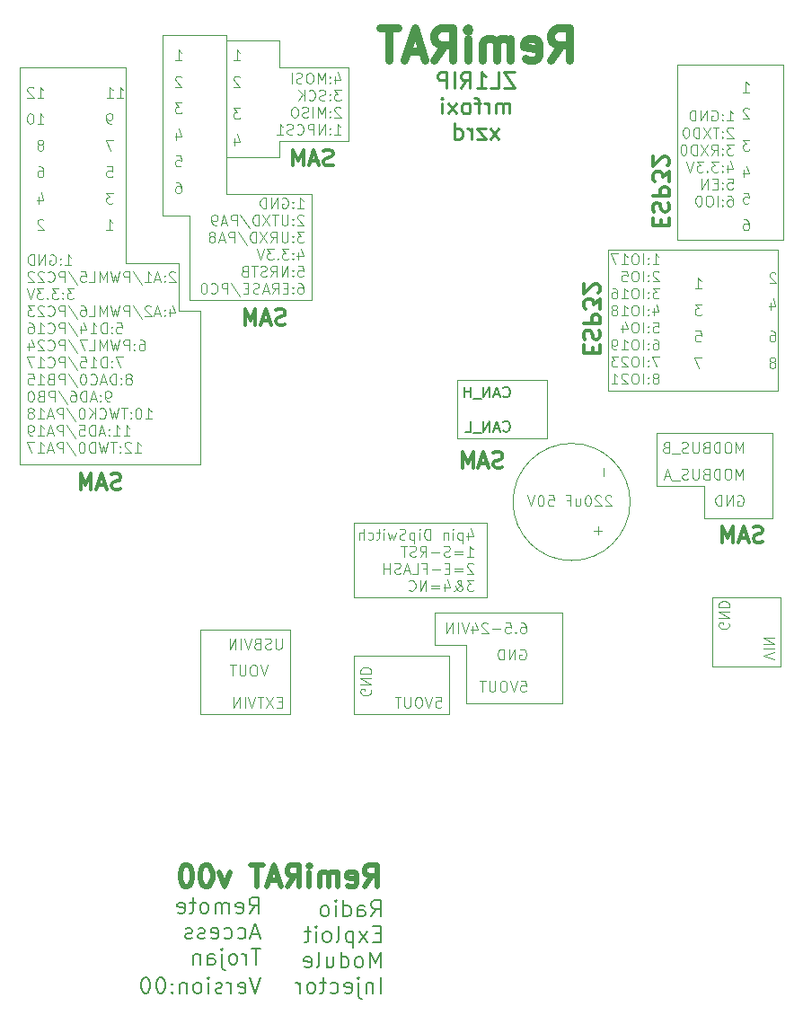
<source format=gbr>
%TF.GenerationSoftware,KiCad,Pcbnew,9.0.3*%
%TF.CreationDate,2025-07-13T20:53:51+12:00*%
%TF.ProjectId,RemiRAT,52656d69-5241-4542-9e6b-696361645f70,rev?*%
%TF.SameCoordinates,Original*%
%TF.FileFunction,Legend,Bot*%
%TF.FilePolarity,Positive*%
%FSLAX46Y46*%
G04 Gerber Fmt 4.6, Leading zero omitted, Abs format (unit mm)*
G04 Created by KiCad (PCBNEW 9.0.3) date 2025-07-13 20:53:51*
%MOMM*%
%LPD*%
G01*
G04 APERTURE LIST*
%ADD10C,0.100000*%
%ADD11C,0.300000*%
%ADD12C,0.500000*%
%ADD13C,0.200000*%
%ADD14C,0.750000*%
%ADD15C,0.150000*%
%ADD16C,0.250000*%
G04 APERTURE END LIST*
D10*
X149000000Y-113000000D02*
X158000000Y-113000000D01*
X158000000Y-118500000D01*
X149000000Y-118500000D01*
X149000000Y-113000000D01*
X149000000Y-100500000D02*
X161500000Y-100500000D01*
X161500000Y-107500000D01*
X149000000Y-107500000D01*
X149000000Y-100500000D01*
X150579961Y-116172306D02*
X150627580Y-116267544D01*
X150627580Y-116267544D02*
X150627580Y-116410401D01*
X150627580Y-116410401D02*
X150579961Y-116553258D01*
X150579961Y-116553258D02*
X150484723Y-116648496D01*
X150484723Y-116648496D02*
X150389485Y-116696115D01*
X150389485Y-116696115D02*
X150199009Y-116743734D01*
X150199009Y-116743734D02*
X150056152Y-116743734D01*
X150056152Y-116743734D02*
X149865676Y-116696115D01*
X149865676Y-116696115D02*
X149770438Y-116648496D01*
X149770438Y-116648496D02*
X149675200Y-116553258D01*
X149675200Y-116553258D02*
X149627580Y-116410401D01*
X149627580Y-116410401D02*
X149627580Y-116315163D01*
X149627580Y-116315163D02*
X149675200Y-116172306D01*
X149675200Y-116172306D02*
X149722819Y-116124687D01*
X149722819Y-116124687D02*
X150056152Y-116124687D01*
X150056152Y-116124687D02*
X150056152Y-116315163D01*
X149627580Y-115696115D02*
X150627580Y-115696115D01*
X150627580Y-115696115D02*
X149627580Y-115124687D01*
X149627580Y-115124687D02*
X150627580Y-115124687D01*
X149627580Y-114648496D02*
X150627580Y-114648496D01*
X150627580Y-114648496D02*
X150627580Y-114410401D01*
X150627580Y-114410401D02*
X150579961Y-114267544D01*
X150579961Y-114267544D02*
X150484723Y-114172306D01*
X150484723Y-114172306D02*
X150389485Y-114124687D01*
X150389485Y-114124687D02*
X150199009Y-114077068D01*
X150199009Y-114077068D02*
X150056152Y-114077068D01*
X150056152Y-114077068D02*
X149865676Y-114124687D01*
X149865676Y-114124687D02*
X149770438Y-114172306D01*
X149770438Y-114172306D02*
X149675200Y-114267544D01*
X149675200Y-114267544D02*
X149627580Y-114410401D01*
X149627580Y-114410401D02*
X149627580Y-114648496D01*
X156719925Y-116872419D02*
X157196115Y-116872419D01*
X157196115Y-116872419D02*
X157243734Y-117348609D01*
X157243734Y-117348609D02*
X157196115Y-117300990D01*
X157196115Y-117300990D02*
X157100877Y-117253371D01*
X157100877Y-117253371D02*
X156862782Y-117253371D01*
X156862782Y-117253371D02*
X156767544Y-117300990D01*
X156767544Y-117300990D02*
X156719925Y-117348609D01*
X156719925Y-117348609D02*
X156672306Y-117443847D01*
X156672306Y-117443847D02*
X156672306Y-117681942D01*
X156672306Y-117681942D02*
X156719925Y-117777180D01*
X156719925Y-117777180D02*
X156767544Y-117824800D01*
X156767544Y-117824800D02*
X156862782Y-117872419D01*
X156862782Y-117872419D02*
X157100877Y-117872419D01*
X157100877Y-117872419D02*
X157196115Y-117824800D01*
X157196115Y-117824800D02*
X157243734Y-117777180D01*
X156386591Y-116872419D02*
X156053258Y-117872419D01*
X156053258Y-117872419D02*
X155719925Y-116872419D01*
X155196115Y-116872419D02*
X155005639Y-116872419D01*
X155005639Y-116872419D02*
X154910401Y-116920038D01*
X154910401Y-116920038D02*
X154815163Y-117015276D01*
X154815163Y-117015276D02*
X154767544Y-117205752D01*
X154767544Y-117205752D02*
X154767544Y-117539085D01*
X154767544Y-117539085D02*
X154815163Y-117729561D01*
X154815163Y-117729561D02*
X154910401Y-117824800D01*
X154910401Y-117824800D02*
X155005639Y-117872419D01*
X155005639Y-117872419D02*
X155196115Y-117872419D01*
X155196115Y-117872419D02*
X155291353Y-117824800D01*
X155291353Y-117824800D02*
X155386591Y-117729561D01*
X155386591Y-117729561D02*
X155434210Y-117539085D01*
X155434210Y-117539085D02*
X155434210Y-117205752D01*
X155434210Y-117205752D02*
X155386591Y-117015276D01*
X155386591Y-117015276D02*
X155291353Y-116920038D01*
X155291353Y-116920038D02*
X155196115Y-116872419D01*
X154338972Y-116872419D02*
X154338972Y-117681942D01*
X154338972Y-117681942D02*
X154291353Y-117777180D01*
X154291353Y-117777180D02*
X154243734Y-117824800D01*
X154243734Y-117824800D02*
X154148496Y-117872419D01*
X154148496Y-117872419D02*
X153958020Y-117872419D01*
X153958020Y-117872419D02*
X153862782Y-117824800D01*
X153862782Y-117824800D02*
X153815163Y-117777180D01*
X153815163Y-117777180D02*
X153767544Y-117681942D01*
X153767544Y-117681942D02*
X153767544Y-116872419D01*
X153434210Y-116872419D02*
X152862782Y-116872419D01*
X153148496Y-117872419D02*
X153148496Y-116872419D01*
D11*
X187516917Y-102229400D02*
X187302632Y-102300828D01*
X187302632Y-102300828D02*
X186945489Y-102300828D01*
X186945489Y-102300828D02*
X186802632Y-102229400D01*
X186802632Y-102229400D02*
X186731203Y-102157971D01*
X186731203Y-102157971D02*
X186659774Y-102015114D01*
X186659774Y-102015114D02*
X186659774Y-101872257D01*
X186659774Y-101872257D02*
X186731203Y-101729400D01*
X186731203Y-101729400D02*
X186802632Y-101657971D01*
X186802632Y-101657971D02*
X186945489Y-101586542D01*
X186945489Y-101586542D02*
X187231203Y-101515114D01*
X187231203Y-101515114D02*
X187374060Y-101443685D01*
X187374060Y-101443685D02*
X187445489Y-101372257D01*
X187445489Y-101372257D02*
X187516917Y-101229400D01*
X187516917Y-101229400D02*
X187516917Y-101086542D01*
X187516917Y-101086542D02*
X187445489Y-100943685D01*
X187445489Y-100943685D02*
X187374060Y-100872257D01*
X187374060Y-100872257D02*
X187231203Y-100800828D01*
X187231203Y-100800828D02*
X186874060Y-100800828D01*
X186874060Y-100800828D02*
X186659774Y-100872257D01*
X186088346Y-101872257D02*
X185374061Y-101872257D01*
X186231203Y-102300828D02*
X185731203Y-100800828D01*
X185731203Y-100800828D02*
X185231203Y-102300828D01*
X184731204Y-102300828D02*
X184731204Y-100800828D01*
X184731204Y-100800828D02*
X184231204Y-101872257D01*
X184231204Y-101872257D02*
X183731204Y-100800828D01*
X183731204Y-100800828D02*
X183731204Y-102300828D01*
D10*
X177500000Y-92000000D02*
X188500000Y-92000000D01*
X177500000Y-97000000D02*
X177500000Y-92000000D01*
X182000000Y-97000000D02*
X177500000Y-97000000D01*
X182000000Y-100000000D02*
X182000000Y-97000000D01*
X188500000Y-100000000D02*
X182000000Y-100000000D01*
X188500000Y-92000000D02*
X188500000Y-100000000D01*
X185172306Y-97920038D02*
X185267544Y-97872419D01*
X185267544Y-97872419D02*
X185410401Y-97872419D01*
X185410401Y-97872419D02*
X185553258Y-97920038D01*
X185553258Y-97920038D02*
X185648496Y-98015276D01*
X185648496Y-98015276D02*
X185696115Y-98110514D01*
X185696115Y-98110514D02*
X185743734Y-98300990D01*
X185743734Y-98300990D02*
X185743734Y-98443847D01*
X185743734Y-98443847D02*
X185696115Y-98634323D01*
X185696115Y-98634323D02*
X185648496Y-98729561D01*
X185648496Y-98729561D02*
X185553258Y-98824800D01*
X185553258Y-98824800D02*
X185410401Y-98872419D01*
X185410401Y-98872419D02*
X185315163Y-98872419D01*
X185315163Y-98872419D02*
X185172306Y-98824800D01*
X185172306Y-98824800D02*
X185124687Y-98777180D01*
X185124687Y-98777180D02*
X185124687Y-98443847D01*
X185124687Y-98443847D02*
X185315163Y-98443847D01*
X184696115Y-98872419D02*
X184696115Y-97872419D01*
X184696115Y-97872419D02*
X184124687Y-98872419D01*
X184124687Y-98872419D02*
X184124687Y-97872419D01*
X183648496Y-98872419D02*
X183648496Y-97872419D01*
X183648496Y-97872419D02*
X183410401Y-97872419D01*
X183410401Y-97872419D02*
X183267544Y-97920038D01*
X183267544Y-97920038D02*
X183172306Y-98015276D01*
X183172306Y-98015276D02*
X183124687Y-98110514D01*
X183124687Y-98110514D02*
X183077068Y-98300990D01*
X183077068Y-98300990D02*
X183077068Y-98443847D01*
X183077068Y-98443847D02*
X183124687Y-98634323D01*
X183124687Y-98634323D02*
X183172306Y-98729561D01*
X183172306Y-98729561D02*
X183267544Y-98824800D01*
X183267544Y-98824800D02*
X183410401Y-98872419D01*
X183410401Y-98872419D02*
X183648496Y-98872419D01*
X185696115Y-93872419D02*
X185696115Y-92872419D01*
X185696115Y-92872419D02*
X185362782Y-93586704D01*
X185362782Y-93586704D02*
X185029449Y-92872419D01*
X185029449Y-92872419D02*
X185029449Y-93872419D01*
X184362782Y-92872419D02*
X184172306Y-92872419D01*
X184172306Y-92872419D02*
X184077068Y-92920038D01*
X184077068Y-92920038D02*
X183981830Y-93015276D01*
X183981830Y-93015276D02*
X183934211Y-93205752D01*
X183934211Y-93205752D02*
X183934211Y-93539085D01*
X183934211Y-93539085D02*
X183981830Y-93729561D01*
X183981830Y-93729561D02*
X184077068Y-93824800D01*
X184077068Y-93824800D02*
X184172306Y-93872419D01*
X184172306Y-93872419D02*
X184362782Y-93872419D01*
X184362782Y-93872419D02*
X184458020Y-93824800D01*
X184458020Y-93824800D02*
X184553258Y-93729561D01*
X184553258Y-93729561D02*
X184600877Y-93539085D01*
X184600877Y-93539085D02*
X184600877Y-93205752D01*
X184600877Y-93205752D02*
X184553258Y-93015276D01*
X184553258Y-93015276D02*
X184458020Y-92920038D01*
X184458020Y-92920038D02*
X184362782Y-92872419D01*
X183505639Y-93872419D02*
X183505639Y-92872419D01*
X183505639Y-92872419D02*
X183267544Y-92872419D01*
X183267544Y-92872419D02*
X183124687Y-92920038D01*
X183124687Y-92920038D02*
X183029449Y-93015276D01*
X183029449Y-93015276D02*
X182981830Y-93110514D01*
X182981830Y-93110514D02*
X182934211Y-93300990D01*
X182934211Y-93300990D02*
X182934211Y-93443847D01*
X182934211Y-93443847D02*
X182981830Y-93634323D01*
X182981830Y-93634323D02*
X183029449Y-93729561D01*
X183029449Y-93729561D02*
X183124687Y-93824800D01*
X183124687Y-93824800D02*
X183267544Y-93872419D01*
X183267544Y-93872419D02*
X183505639Y-93872419D01*
X182172306Y-93348609D02*
X182029449Y-93396228D01*
X182029449Y-93396228D02*
X181981830Y-93443847D01*
X181981830Y-93443847D02*
X181934211Y-93539085D01*
X181934211Y-93539085D02*
X181934211Y-93681942D01*
X181934211Y-93681942D02*
X181981830Y-93777180D01*
X181981830Y-93777180D02*
X182029449Y-93824800D01*
X182029449Y-93824800D02*
X182124687Y-93872419D01*
X182124687Y-93872419D02*
X182505639Y-93872419D01*
X182505639Y-93872419D02*
X182505639Y-92872419D01*
X182505639Y-92872419D02*
X182172306Y-92872419D01*
X182172306Y-92872419D02*
X182077068Y-92920038D01*
X182077068Y-92920038D02*
X182029449Y-92967657D01*
X182029449Y-92967657D02*
X181981830Y-93062895D01*
X181981830Y-93062895D02*
X181981830Y-93158133D01*
X181981830Y-93158133D02*
X182029449Y-93253371D01*
X182029449Y-93253371D02*
X182077068Y-93300990D01*
X182077068Y-93300990D02*
X182172306Y-93348609D01*
X182172306Y-93348609D02*
X182505639Y-93348609D01*
X181505639Y-92872419D02*
X181505639Y-93681942D01*
X181505639Y-93681942D02*
X181458020Y-93777180D01*
X181458020Y-93777180D02*
X181410401Y-93824800D01*
X181410401Y-93824800D02*
X181315163Y-93872419D01*
X181315163Y-93872419D02*
X181124687Y-93872419D01*
X181124687Y-93872419D02*
X181029449Y-93824800D01*
X181029449Y-93824800D02*
X180981830Y-93777180D01*
X180981830Y-93777180D02*
X180934211Y-93681942D01*
X180934211Y-93681942D02*
X180934211Y-92872419D01*
X180505639Y-93824800D02*
X180362782Y-93872419D01*
X180362782Y-93872419D02*
X180124687Y-93872419D01*
X180124687Y-93872419D02*
X180029449Y-93824800D01*
X180029449Y-93824800D02*
X179981830Y-93777180D01*
X179981830Y-93777180D02*
X179934211Y-93681942D01*
X179934211Y-93681942D02*
X179934211Y-93586704D01*
X179934211Y-93586704D02*
X179981830Y-93491466D01*
X179981830Y-93491466D02*
X180029449Y-93443847D01*
X180029449Y-93443847D02*
X180124687Y-93396228D01*
X180124687Y-93396228D02*
X180315163Y-93348609D01*
X180315163Y-93348609D02*
X180410401Y-93300990D01*
X180410401Y-93300990D02*
X180458020Y-93253371D01*
X180458020Y-93253371D02*
X180505639Y-93158133D01*
X180505639Y-93158133D02*
X180505639Y-93062895D01*
X180505639Y-93062895D02*
X180458020Y-92967657D01*
X180458020Y-92967657D02*
X180410401Y-92920038D01*
X180410401Y-92920038D02*
X180315163Y-92872419D01*
X180315163Y-92872419D02*
X180077068Y-92872419D01*
X180077068Y-92872419D02*
X179934211Y-92920038D01*
X179743735Y-93967657D02*
X178981830Y-93967657D01*
X178410401Y-93348609D02*
X178267544Y-93396228D01*
X178267544Y-93396228D02*
X178219925Y-93443847D01*
X178219925Y-93443847D02*
X178172306Y-93539085D01*
X178172306Y-93539085D02*
X178172306Y-93681942D01*
X178172306Y-93681942D02*
X178219925Y-93777180D01*
X178219925Y-93777180D02*
X178267544Y-93824800D01*
X178267544Y-93824800D02*
X178362782Y-93872419D01*
X178362782Y-93872419D02*
X178743734Y-93872419D01*
X178743734Y-93872419D02*
X178743734Y-92872419D01*
X178743734Y-92872419D02*
X178410401Y-92872419D01*
X178410401Y-92872419D02*
X178315163Y-92920038D01*
X178315163Y-92920038D02*
X178267544Y-92967657D01*
X178267544Y-92967657D02*
X178219925Y-93062895D01*
X178219925Y-93062895D02*
X178219925Y-93158133D01*
X178219925Y-93158133D02*
X178267544Y-93253371D01*
X178267544Y-93253371D02*
X178315163Y-93300990D01*
X178315163Y-93300990D02*
X178410401Y-93348609D01*
X178410401Y-93348609D02*
X178743734Y-93348609D01*
X185696115Y-96372419D02*
X185696115Y-95372419D01*
X185696115Y-95372419D02*
X185362782Y-96086704D01*
X185362782Y-96086704D02*
X185029449Y-95372419D01*
X185029449Y-95372419D02*
X185029449Y-96372419D01*
X184362782Y-95372419D02*
X184172306Y-95372419D01*
X184172306Y-95372419D02*
X184077068Y-95420038D01*
X184077068Y-95420038D02*
X183981830Y-95515276D01*
X183981830Y-95515276D02*
X183934211Y-95705752D01*
X183934211Y-95705752D02*
X183934211Y-96039085D01*
X183934211Y-96039085D02*
X183981830Y-96229561D01*
X183981830Y-96229561D02*
X184077068Y-96324800D01*
X184077068Y-96324800D02*
X184172306Y-96372419D01*
X184172306Y-96372419D02*
X184362782Y-96372419D01*
X184362782Y-96372419D02*
X184458020Y-96324800D01*
X184458020Y-96324800D02*
X184553258Y-96229561D01*
X184553258Y-96229561D02*
X184600877Y-96039085D01*
X184600877Y-96039085D02*
X184600877Y-95705752D01*
X184600877Y-95705752D02*
X184553258Y-95515276D01*
X184553258Y-95515276D02*
X184458020Y-95420038D01*
X184458020Y-95420038D02*
X184362782Y-95372419D01*
X183505639Y-96372419D02*
X183505639Y-95372419D01*
X183505639Y-95372419D02*
X183267544Y-95372419D01*
X183267544Y-95372419D02*
X183124687Y-95420038D01*
X183124687Y-95420038D02*
X183029449Y-95515276D01*
X183029449Y-95515276D02*
X182981830Y-95610514D01*
X182981830Y-95610514D02*
X182934211Y-95800990D01*
X182934211Y-95800990D02*
X182934211Y-95943847D01*
X182934211Y-95943847D02*
X182981830Y-96134323D01*
X182981830Y-96134323D02*
X183029449Y-96229561D01*
X183029449Y-96229561D02*
X183124687Y-96324800D01*
X183124687Y-96324800D02*
X183267544Y-96372419D01*
X183267544Y-96372419D02*
X183505639Y-96372419D01*
X182172306Y-95848609D02*
X182029449Y-95896228D01*
X182029449Y-95896228D02*
X181981830Y-95943847D01*
X181981830Y-95943847D02*
X181934211Y-96039085D01*
X181934211Y-96039085D02*
X181934211Y-96181942D01*
X181934211Y-96181942D02*
X181981830Y-96277180D01*
X181981830Y-96277180D02*
X182029449Y-96324800D01*
X182029449Y-96324800D02*
X182124687Y-96372419D01*
X182124687Y-96372419D02*
X182505639Y-96372419D01*
X182505639Y-96372419D02*
X182505639Y-95372419D01*
X182505639Y-95372419D02*
X182172306Y-95372419D01*
X182172306Y-95372419D02*
X182077068Y-95420038D01*
X182077068Y-95420038D02*
X182029449Y-95467657D01*
X182029449Y-95467657D02*
X181981830Y-95562895D01*
X181981830Y-95562895D02*
X181981830Y-95658133D01*
X181981830Y-95658133D02*
X182029449Y-95753371D01*
X182029449Y-95753371D02*
X182077068Y-95800990D01*
X182077068Y-95800990D02*
X182172306Y-95848609D01*
X182172306Y-95848609D02*
X182505639Y-95848609D01*
X181505639Y-95372419D02*
X181505639Y-96181942D01*
X181505639Y-96181942D02*
X181458020Y-96277180D01*
X181458020Y-96277180D02*
X181410401Y-96324800D01*
X181410401Y-96324800D02*
X181315163Y-96372419D01*
X181315163Y-96372419D02*
X181124687Y-96372419D01*
X181124687Y-96372419D02*
X181029449Y-96324800D01*
X181029449Y-96324800D02*
X180981830Y-96277180D01*
X180981830Y-96277180D02*
X180934211Y-96181942D01*
X180934211Y-96181942D02*
X180934211Y-95372419D01*
X180505639Y-96324800D02*
X180362782Y-96372419D01*
X180362782Y-96372419D02*
X180124687Y-96372419D01*
X180124687Y-96372419D02*
X180029449Y-96324800D01*
X180029449Y-96324800D02*
X179981830Y-96277180D01*
X179981830Y-96277180D02*
X179934211Y-96181942D01*
X179934211Y-96181942D02*
X179934211Y-96086704D01*
X179934211Y-96086704D02*
X179981830Y-95991466D01*
X179981830Y-95991466D02*
X180029449Y-95943847D01*
X180029449Y-95943847D02*
X180124687Y-95896228D01*
X180124687Y-95896228D02*
X180315163Y-95848609D01*
X180315163Y-95848609D02*
X180410401Y-95800990D01*
X180410401Y-95800990D02*
X180458020Y-95753371D01*
X180458020Y-95753371D02*
X180505639Y-95658133D01*
X180505639Y-95658133D02*
X180505639Y-95562895D01*
X180505639Y-95562895D02*
X180458020Y-95467657D01*
X180458020Y-95467657D02*
X180410401Y-95420038D01*
X180410401Y-95420038D02*
X180315163Y-95372419D01*
X180315163Y-95372419D02*
X180077068Y-95372419D01*
X180077068Y-95372419D02*
X179934211Y-95420038D01*
X179743735Y-96467657D02*
X178981830Y-96467657D01*
X178791353Y-96086704D02*
X178315163Y-96086704D01*
X178886591Y-96372419D02*
X178553258Y-95372419D01*
X178553258Y-95372419D02*
X178219925Y-96372419D01*
X179500000Y-57250000D02*
X189500000Y-57250000D01*
X189500000Y-73750000D01*
X179500000Y-73750000D01*
X179500000Y-57250000D01*
X159610000Y-111960000D02*
X159610000Y-117460000D01*
X145000000Y-79500000D02*
X133500000Y-79500000D01*
X137000000Y-54500000D02*
X137000000Y-69500000D01*
X117500000Y-57500000D02*
X117500000Y-95000000D01*
X127500000Y-57500000D02*
X117500000Y-57500000D01*
X156610000Y-111960000D02*
X159610000Y-111960000D01*
X175045362Y-98500000D02*
G75*
G02*
X164000000Y-98500000I-5522681J0D01*
G01*
X164000000Y-98500000D02*
G75*
G02*
X175045362Y-98500000I5522681J0D01*
G01*
X182750000Y-107500000D02*
X189250000Y-107500000D01*
X189250000Y-114000000D01*
X182750000Y-114000000D01*
X182750000Y-107500000D01*
X142000000Y-55000000D02*
X142000000Y-57500000D01*
X145000000Y-69500000D02*
X137000000Y-69500000D01*
X145000000Y-69500000D02*
X145000000Y-79500000D01*
X156610000Y-108960000D02*
X156610000Y-111960000D01*
X158750000Y-87000000D02*
X167250000Y-87000000D01*
X167250000Y-92500000D01*
X158750000Y-92500000D01*
X158750000Y-87000000D01*
X135000000Y-54500000D02*
X137000000Y-54500000D01*
X142000000Y-55000000D02*
X137000000Y-55000000D01*
X148500000Y-64500000D02*
X142000000Y-64500000D01*
X168610000Y-108960000D02*
X156610000Y-108960000D01*
X134500000Y-95000000D02*
X134500000Y-80500000D01*
X132500000Y-80500000D02*
X132500000Y-76000000D01*
X127500000Y-76000000D02*
X127500000Y-57500000D01*
X148500000Y-57500000D02*
X148500000Y-64500000D01*
X131000000Y-71500000D02*
X131000000Y-54500000D01*
X117500000Y-95000000D02*
X134500000Y-95000000D01*
X137000000Y-66000000D02*
X137000000Y-55000000D01*
X142000000Y-57500000D02*
X148500000Y-57500000D01*
X159610000Y-117460000D02*
X168610000Y-117460000D01*
X142000000Y-66000000D02*
X137000000Y-66000000D01*
X132500000Y-76000000D02*
X127500000Y-76000000D01*
X131000000Y-71500000D02*
X133500000Y-71500000D01*
X131000000Y-54500000D02*
X135000000Y-54500000D01*
X142000000Y-64500000D02*
X142000000Y-66000000D01*
X133500000Y-79500000D02*
X133500000Y-71500000D01*
X173000000Y-74750000D02*
X189000000Y-74750000D01*
X189000000Y-88000000D01*
X173000000Y-88000000D01*
X173000000Y-74750000D01*
X134500000Y-110500000D02*
X143000000Y-110500000D01*
X143000000Y-118500000D01*
X134500000Y-118500000D01*
X134500000Y-110500000D01*
X134500000Y-80500000D02*
X132500000Y-80500000D01*
X159767544Y-101375920D02*
X159767544Y-102042587D01*
X160005639Y-100994968D02*
X160243734Y-101709253D01*
X160243734Y-101709253D02*
X159624687Y-101709253D01*
X159243734Y-101375920D02*
X159243734Y-102375920D01*
X159243734Y-101423539D02*
X159148496Y-101375920D01*
X159148496Y-101375920D02*
X158958020Y-101375920D01*
X158958020Y-101375920D02*
X158862782Y-101423539D01*
X158862782Y-101423539D02*
X158815163Y-101471158D01*
X158815163Y-101471158D02*
X158767544Y-101566396D01*
X158767544Y-101566396D02*
X158767544Y-101852110D01*
X158767544Y-101852110D02*
X158815163Y-101947348D01*
X158815163Y-101947348D02*
X158862782Y-101994968D01*
X158862782Y-101994968D02*
X158958020Y-102042587D01*
X158958020Y-102042587D02*
X159148496Y-102042587D01*
X159148496Y-102042587D02*
X159243734Y-101994968D01*
X158338972Y-102042587D02*
X158338972Y-101375920D01*
X158338972Y-101042587D02*
X158386591Y-101090206D01*
X158386591Y-101090206D02*
X158338972Y-101137825D01*
X158338972Y-101137825D02*
X158291353Y-101090206D01*
X158291353Y-101090206D02*
X158338972Y-101042587D01*
X158338972Y-101042587D02*
X158338972Y-101137825D01*
X157862782Y-101375920D02*
X157862782Y-102042587D01*
X157862782Y-101471158D02*
X157815163Y-101423539D01*
X157815163Y-101423539D02*
X157719925Y-101375920D01*
X157719925Y-101375920D02*
X157577068Y-101375920D01*
X157577068Y-101375920D02*
X157481830Y-101423539D01*
X157481830Y-101423539D02*
X157434211Y-101518777D01*
X157434211Y-101518777D02*
X157434211Y-102042587D01*
X156196115Y-102042587D02*
X156196115Y-101042587D01*
X156196115Y-101042587D02*
X155958020Y-101042587D01*
X155958020Y-101042587D02*
X155815163Y-101090206D01*
X155815163Y-101090206D02*
X155719925Y-101185444D01*
X155719925Y-101185444D02*
X155672306Y-101280682D01*
X155672306Y-101280682D02*
X155624687Y-101471158D01*
X155624687Y-101471158D02*
X155624687Y-101614015D01*
X155624687Y-101614015D02*
X155672306Y-101804491D01*
X155672306Y-101804491D02*
X155719925Y-101899729D01*
X155719925Y-101899729D02*
X155815163Y-101994968D01*
X155815163Y-101994968D02*
X155958020Y-102042587D01*
X155958020Y-102042587D02*
X156196115Y-102042587D01*
X155196115Y-102042587D02*
X155196115Y-101375920D01*
X155196115Y-101042587D02*
X155243734Y-101090206D01*
X155243734Y-101090206D02*
X155196115Y-101137825D01*
X155196115Y-101137825D02*
X155148496Y-101090206D01*
X155148496Y-101090206D02*
X155196115Y-101042587D01*
X155196115Y-101042587D02*
X155196115Y-101137825D01*
X154719925Y-101375920D02*
X154719925Y-102375920D01*
X154719925Y-101423539D02*
X154624687Y-101375920D01*
X154624687Y-101375920D02*
X154434211Y-101375920D01*
X154434211Y-101375920D02*
X154338973Y-101423539D01*
X154338973Y-101423539D02*
X154291354Y-101471158D01*
X154291354Y-101471158D02*
X154243735Y-101566396D01*
X154243735Y-101566396D02*
X154243735Y-101852110D01*
X154243735Y-101852110D02*
X154291354Y-101947348D01*
X154291354Y-101947348D02*
X154338973Y-101994968D01*
X154338973Y-101994968D02*
X154434211Y-102042587D01*
X154434211Y-102042587D02*
X154624687Y-102042587D01*
X154624687Y-102042587D02*
X154719925Y-101994968D01*
X153862782Y-101994968D02*
X153719925Y-102042587D01*
X153719925Y-102042587D02*
X153481830Y-102042587D01*
X153481830Y-102042587D02*
X153386592Y-101994968D01*
X153386592Y-101994968D02*
X153338973Y-101947348D01*
X153338973Y-101947348D02*
X153291354Y-101852110D01*
X153291354Y-101852110D02*
X153291354Y-101756872D01*
X153291354Y-101756872D02*
X153338973Y-101661634D01*
X153338973Y-101661634D02*
X153386592Y-101614015D01*
X153386592Y-101614015D02*
X153481830Y-101566396D01*
X153481830Y-101566396D02*
X153672306Y-101518777D01*
X153672306Y-101518777D02*
X153767544Y-101471158D01*
X153767544Y-101471158D02*
X153815163Y-101423539D01*
X153815163Y-101423539D02*
X153862782Y-101328301D01*
X153862782Y-101328301D02*
X153862782Y-101233063D01*
X153862782Y-101233063D02*
X153815163Y-101137825D01*
X153815163Y-101137825D02*
X153767544Y-101090206D01*
X153767544Y-101090206D02*
X153672306Y-101042587D01*
X153672306Y-101042587D02*
X153434211Y-101042587D01*
X153434211Y-101042587D02*
X153291354Y-101090206D01*
X152958020Y-101375920D02*
X152767544Y-102042587D01*
X152767544Y-102042587D02*
X152577068Y-101566396D01*
X152577068Y-101566396D02*
X152386592Y-102042587D01*
X152386592Y-102042587D02*
X152196116Y-101375920D01*
X151815163Y-102042587D02*
X151815163Y-101375920D01*
X151815163Y-101042587D02*
X151862782Y-101090206D01*
X151862782Y-101090206D02*
X151815163Y-101137825D01*
X151815163Y-101137825D02*
X151767544Y-101090206D01*
X151767544Y-101090206D02*
X151815163Y-101042587D01*
X151815163Y-101042587D02*
X151815163Y-101137825D01*
X151481830Y-101375920D02*
X151100878Y-101375920D01*
X151338973Y-101042587D02*
X151338973Y-101899729D01*
X151338973Y-101899729D02*
X151291354Y-101994968D01*
X151291354Y-101994968D02*
X151196116Y-102042587D01*
X151196116Y-102042587D02*
X151100878Y-102042587D01*
X150338973Y-101994968D02*
X150434211Y-102042587D01*
X150434211Y-102042587D02*
X150624687Y-102042587D01*
X150624687Y-102042587D02*
X150719925Y-101994968D01*
X150719925Y-101994968D02*
X150767544Y-101947348D01*
X150767544Y-101947348D02*
X150815163Y-101852110D01*
X150815163Y-101852110D02*
X150815163Y-101566396D01*
X150815163Y-101566396D02*
X150767544Y-101471158D01*
X150767544Y-101471158D02*
X150719925Y-101423539D01*
X150719925Y-101423539D02*
X150624687Y-101375920D01*
X150624687Y-101375920D02*
X150434211Y-101375920D01*
X150434211Y-101375920D02*
X150338973Y-101423539D01*
X149910401Y-102042587D02*
X149910401Y-101042587D01*
X149481830Y-102042587D02*
X149481830Y-101518777D01*
X149481830Y-101518777D02*
X149529449Y-101423539D01*
X149529449Y-101423539D02*
X149624687Y-101375920D01*
X149624687Y-101375920D02*
X149767544Y-101375920D01*
X149767544Y-101375920D02*
X149862782Y-101423539D01*
X149862782Y-101423539D02*
X149910401Y-101471158D01*
X159672306Y-103652531D02*
X160243734Y-103652531D01*
X159958020Y-103652531D02*
X159958020Y-102652531D01*
X159958020Y-102652531D02*
X160053258Y-102795388D01*
X160053258Y-102795388D02*
X160148496Y-102890626D01*
X160148496Y-102890626D02*
X160243734Y-102938245D01*
X159243734Y-103128721D02*
X158481830Y-103128721D01*
X158481830Y-103414435D02*
X159243734Y-103414435D01*
X158053258Y-103604912D02*
X157910401Y-103652531D01*
X157910401Y-103652531D02*
X157672306Y-103652531D01*
X157672306Y-103652531D02*
X157577068Y-103604912D01*
X157577068Y-103604912D02*
X157529449Y-103557292D01*
X157529449Y-103557292D02*
X157481830Y-103462054D01*
X157481830Y-103462054D02*
X157481830Y-103366816D01*
X157481830Y-103366816D02*
X157529449Y-103271578D01*
X157529449Y-103271578D02*
X157577068Y-103223959D01*
X157577068Y-103223959D02*
X157672306Y-103176340D01*
X157672306Y-103176340D02*
X157862782Y-103128721D01*
X157862782Y-103128721D02*
X157958020Y-103081102D01*
X157958020Y-103081102D02*
X158005639Y-103033483D01*
X158005639Y-103033483D02*
X158053258Y-102938245D01*
X158053258Y-102938245D02*
X158053258Y-102843007D01*
X158053258Y-102843007D02*
X158005639Y-102747769D01*
X158005639Y-102747769D02*
X157958020Y-102700150D01*
X157958020Y-102700150D02*
X157862782Y-102652531D01*
X157862782Y-102652531D02*
X157624687Y-102652531D01*
X157624687Y-102652531D02*
X157481830Y-102700150D01*
X157053258Y-103271578D02*
X156291354Y-103271578D01*
X155243735Y-103652531D02*
X155577068Y-103176340D01*
X155815163Y-103652531D02*
X155815163Y-102652531D01*
X155815163Y-102652531D02*
X155434211Y-102652531D01*
X155434211Y-102652531D02*
X155338973Y-102700150D01*
X155338973Y-102700150D02*
X155291354Y-102747769D01*
X155291354Y-102747769D02*
X155243735Y-102843007D01*
X155243735Y-102843007D02*
X155243735Y-102985864D01*
X155243735Y-102985864D02*
X155291354Y-103081102D01*
X155291354Y-103081102D02*
X155338973Y-103128721D01*
X155338973Y-103128721D02*
X155434211Y-103176340D01*
X155434211Y-103176340D02*
X155815163Y-103176340D01*
X154862782Y-103604912D02*
X154719925Y-103652531D01*
X154719925Y-103652531D02*
X154481830Y-103652531D01*
X154481830Y-103652531D02*
X154386592Y-103604912D01*
X154386592Y-103604912D02*
X154338973Y-103557292D01*
X154338973Y-103557292D02*
X154291354Y-103462054D01*
X154291354Y-103462054D02*
X154291354Y-103366816D01*
X154291354Y-103366816D02*
X154338973Y-103271578D01*
X154338973Y-103271578D02*
X154386592Y-103223959D01*
X154386592Y-103223959D02*
X154481830Y-103176340D01*
X154481830Y-103176340D02*
X154672306Y-103128721D01*
X154672306Y-103128721D02*
X154767544Y-103081102D01*
X154767544Y-103081102D02*
X154815163Y-103033483D01*
X154815163Y-103033483D02*
X154862782Y-102938245D01*
X154862782Y-102938245D02*
X154862782Y-102843007D01*
X154862782Y-102843007D02*
X154815163Y-102747769D01*
X154815163Y-102747769D02*
X154767544Y-102700150D01*
X154767544Y-102700150D02*
X154672306Y-102652531D01*
X154672306Y-102652531D02*
X154434211Y-102652531D01*
X154434211Y-102652531D02*
X154291354Y-102700150D01*
X154005639Y-102652531D02*
X153434211Y-102652531D01*
X153719925Y-103652531D02*
X153719925Y-102652531D01*
X160243734Y-104357713D02*
X160196115Y-104310094D01*
X160196115Y-104310094D02*
X160100877Y-104262475D01*
X160100877Y-104262475D02*
X159862782Y-104262475D01*
X159862782Y-104262475D02*
X159767544Y-104310094D01*
X159767544Y-104310094D02*
X159719925Y-104357713D01*
X159719925Y-104357713D02*
X159672306Y-104452951D01*
X159672306Y-104452951D02*
X159672306Y-104548189D01*
X159672306Y-104548189D02*
X159719925Y-104691046D01*
X159719925Y-104691046D02*
X160291353Y-105262475D01*
X160291353Y-105262475D02*
X159672306Y-105262475D01*
X159243734Y-104738665D02*
X158481830Y-104738665D01*
X158481830Y-105024379D02*
X159243734Y-105024379D01*
X158005639Y-104738665D02*
X157672306Y-104738665D01*
X157529449Y-105262475D02*
X158005639Y-105262475D01*
X158005639Y-105262475D02*
X158005639Y-104262475D01*
X158005639Y-104262475D02*
X157529449Y-104262475D01*
X157100877Y-104881522D02*
X156338973Y-104881522D01*
X155529449Y-104738665D02*
X155862782Y-104738665D01*
X155862782Y-105262475D02*
X155862782Y-104262475D01*
X155862782Y-104262475D02*
X155386592Y-104262475D01*
X154529449Y-105262475D02*
X155005639Y-105262475D01*
X155005639Y-105262475D02*
X155005639Y-104262475D01*
X154243734Y-104976760D02*
X153767544Y-104976760D01*
X154338972Y-105262475D02*
X154005639Y-104262475D01*
X154005639Y-104262475D02*
X153672306Y-105262475D01*
X153386591Y-105214856D02*
X153243734Y-105262475D01*
X153243734Y-105262475D02*
X153005639Y-105262475D01*
X153005639Y-105262475D02*
X152910401Y-105214856D01*
X152910401Y-105214856D02*
X152862782Y-105167236D01*
X152862782Y-105167236D02*
X152815163Y-105071998D01*
X152815163Y-105071998D02*
X152815163Y-104976760D01*
X152815163Y-104976760D02*
X152862782Y-104881522D01*
X152862782Y-104881522D02*
X152910401Y-104833903D01*
X152910401Y-104833903D02*
X153005639Y-104786284D01*
X153005639Y-104786284D02*
X153196115Y-104738665D01*
X153196115Y-104738665D02*
X153291353Y-104691046D01*
X153291353Y-104691046D02*
X153338972Y-104643427D01*
X153338972Y-104643427D02*
X153386591Y-104548189D01*
X153386591Y-104548189D02*
X153386591Y-104452951D01*
X153386591Y-104452951D02*
X153338972Y-104357713D01*
X153338972Y-104357713D02*
X153291353Y-104310094D01*
X153291353Y-104310094D02*
X153196115Y-104262475D01*
X153196115Y-104262475D02*
X152958020Y-104262475D01*
X152958020Y-104262475D02*
X152815163Y-104310094D01*
X152386591Y-105262475D02*
X152386591Y-104262475D01*
X152386591Y-104738665D02*
X151815163Y-104738665D01*
X151815163Y-105262475D02*
X151815163Y-104262475D01*
X160291353Y-105872419D02*
X159672306Y-105872419D01*
X159672306Y-105872419D02*
X160005639Y-106253371D01*
X160005639Y-106253371D02*
X159862782Y-106253371D01*
X159862782Y-106253371D02*
X159767544Y-106300990D01*
X159767544Y-106300990D02*
X159719925Y-106348609D01*
X159719925Y-106348609D02*
X159672306Y-106443847D01*
X159672306Y-106443847D02*
X159672306Y-106681942D01*
X159672306Y-106681942D02*
X159719925Y-106777180D01*
X159719925Y-106777180D02*
X159767544Y-106824800D01*
X159767544Y-106824800D02*
X159862782Y-106872419D01*
X159862782Y-106872419D02*
X160148496Y-106872419D01*
X160148496Y-106872419D02*
X160243734Y-106824800D01*
X160243734Y-106824800D02*
X160291353Y-106777180D01*
X158434210Y-106872419D02*
X158481830Y-106872419D01*
X158481830Y-106872419D02*
X158577068Y-106824800D01*
X158577068Y-106824800D02*
X158719925Y-106681942D01*
X158719925Y-106681942D02*
X158958020Y-106396228D01*
X158958020Y-106396228D02*
X159053258Y-106253371D01*
X159053258Y-106253371D02*
X159100877Y-106110514D01*
X159100877Y-106110514D02*
X159100877Y-106015276D01*
X159100877Y-106015276D02*
X159053258Y-105920038D01*
X159053258Y-105920038D02*
X158958020Y-105872419D01*
X158958020Y-105872419D02*
X158910401Y-105872419D01*
X158910401Y-105872419D02*
X158815163Y-105920038D01*
X158815163Y-105920038D02*
X158767544Y-106015276D01*
X158767544Y-106015276D02*
X158767544Y-106062895D01*
X158767544Y-106062895D02*
X158815163Y-106158133D01*
X158815163Y-106158133D02*
X158862782Y-106205752D01*
X158862782Y-106205752D02*
X159148496Y-106396228D01*
X159148496Y-106396228D02*
X159196115Y-106443847D01*
X159196115Y-106443847D02*
X159243734Y-106539085D01*
X159243734Y-106539085D02*
X159243734Y-106681942D01*
X159243734Y-106681942D02*
X159196115Y-106777180D01*
X159196115Y-106777180D02*
X159148496Y-106824800D01*
X159148496Y-106824800D02*
X159053258Y-106872419D01*
X159053258Y-106872419D02*
X158910401Y-106872419D01*
X158910401Y-106872419D02*
X158815163Y-106824800D01*
X158815163Y-106824800D02*
X158767544Y-106777180D01*
X158767544Y-106777180D02*
X158624687Y-106586704D01*
X158624687Y-106586704D02*
X158577068Y-106443847D01*
X158577068Y-106443847D02*
X158577068Y-106348609D01*
X157577068Y-106205752D02*
X157577068Y-106872419D01*
X157815163Y-105824800D02*
X158053258Y-106539085D01*
X158053258Y-106539085D02*
X157434211Y-106539085D01*
X157053258Y-106348609D02*
X156291354Y-106348609D01*
X156291354Y-106634323D02*
X157053258Y-106634323D01*
X155815163Y-106872419D02*
X155815163Y-105872419D01*
X155815163Y-105872419D02*
X155243735Y-106872419D01*
X155243735Y-106872419D02*
X155243735Y-105872419D01*
X154196116Y-106777180D02*
X154243735Y-106824800D01*
X154243735Y-106824800D02*
X154386592Y-106872419D01*
X154386592Y-106872419D02*
X154481830Y-106872419D01*
X154481830Y-106872419D02*
X154624687Y-106824800D01*
X154624687Y-106824800D02*
X154719925Y-106729561D01*
X154719925Y-106729561D02*
X154767544Y-106634323D01*
X154767544Y-106634323D02*
X154815163Y-106443847D01*
X154815163Y-106443847D02*
X154815163Y-106300990D01*
X154815163Y-106300990D02*
X154767544Y-106110514D01*
X154767544Y-106110514D02*
X154719925Y-106015276D01*
X154719925Y-106015276D02*
X154624687Y-105920038D01*
X154624687Y-105920038D02*
X154481830Y-105872419D01*
X154481830Y-105872419D02*
X154386592Y-105872419D01*
X154386592Y-105872419D02*
X154243735Y-105920038D01*
X154243735Y-105920038D02*
X154196116Y-105967657D01*
X164719925Y-115372419D02*
X165196115Y-115372419D01*
X165196115Y-115372419D02*
X165243734Y-115848609D01*
X165243734Y-115848609D02*
X165196115Y-115800990D01*
X165196115Y-115800990D02*
X165100877Y-115753371D01*
X165100877Y-115753371D02*
X164862782Y-115753371D01*
X164862782Y-115753371D02*
X164767544Y-115800990D01*
X164767544Y-115800990D02*
X164719925Y-115848609D01*
X164719925Y-115848609D02*
X164672306Y-115943847D01*
X164672306Y-115943847D02*
X164672306Y-116181942D01*
X164672306Y-116181942D02*
X164719925Y-116277180D01*
X164719925Y-116277180D02*
X164767544Y-116324800D01*
X164767544Y-116324800D02*
X164862782Y-116372419D01*
X164862782Y-116372419D02*
X165100877Y-116372419D01*
X165100877Y-116372419D02*
X165196115Y-116324800D01*
X165196115Y-116324800D02*
X165243734Y-116277180D01*
X164386591Y-115372419D02*
X164053258Y-116372419D01*
X164053258Y-116372419D02*
X163719925Y-115372419D01*
X163196115Y-115372419D02*
X163005639Y-115372419D01*
X163005639Y-115372419D02*
X162910401Y-115420038D01*
X162910401Y-115420038D02*
X162815163Y-115515276D01*
X162815163Y-115515276D02*
X162767544Y-115705752D01*
X162767544Y-115705752D02*
X162767544Y-116039085D01*
X162767544Y-116039085D02*
X162815163Y-116229561D01*
X162815163Y-116229561D02*
X162910401Y-116324800D01*
X162910401Y-116324800D02*
X163005639Y-116372419D01*
X163005639Y-116372419D02*
X163196115Y-116372419D01*
X163196115Y-116372419D02*
X163291353Y-116324800D01*
X163291353Y-116324800D02*
X163386591Y-116229561D01*
X163386591Y-116229561D02*
X163434210Y-116039085D01*
X163434210Y-116039085D02*
X163434210Y-115705752D01*
X163434210Y-115705752D02*
X163386591Y-115515276D01*
X163386591Y-115515276D02*
X163291353Y-115420038D01*
X163291353Y-115420038D02*
X163196115Y-115372419D01*
X162338972Y-115372419D02*
X162338972Y-116181942D01*
X162338972Y-116181942D02*
X162291353Y-116277180D01*
X162291353Y-116277180D02*
X162243734Y-116324800D01*
X162243734Y-116324800D02*
X162148496Y-116372419D01*
X162148496Y-116372419D02*
X161958020Y-116372419D01*
X161958020Y-116372419D02*
X161862782Y-116324800D01*
X161862782Y-116324800D02*
X161815163Y-116277180D01*
X161815163Y-116277180D02*
X161767544Y-116181942D01*
X161767544Y-116181942D02*
X161767544Y-115372419D01*
X161434210Y-115372419D02*
X160862782Y-115372419D01*
X161148496Y-116372419D02*
X161148496Y-115372419D01*
X172014147Y-100803884D02*
X172014147Y-101565789D01*
X172395100Y-101184836D02*
X171633195Y-101184836D01*
X132219925Y-65872419D02*
X132696115Y-65872419D01*
X132696115Y-65872419D02*
X132743734Y-66348609D01*
X132743734Y-66348609D02*
X132696115Y-66300990D01*
X132696115Y-66300990D02*
X132600877Y-66253371D01*
X132600877Y-66253371D02*
X132362782Y-66253371D01*
X132362782Y-66253371D02*
X132267544Y-66300990D01*
X132267544Y-66300990D02*
X132219925Y-66348609D01*
X132219925Y-66348609D02*
X132172306Y-66443847D01*
X132172306Y-66443847D02*
X132172306Y-66681942D01*
X132172306Y-66681942D02*
X132219925Y-66777180D01*
X132219925Y-66777180D02*
X132267544Y-66824800D01*
X132267544Y-66824800D02*
X132362782Y-66872419D01*
X132362782Y-66872419D02*
X132600877Y-66872419D01*
X132600877Y-66872419D02*
X132696115Y-66824800D01*
X132696115Y-66824800D02*
X132743734Y-66777180D01*
X140838972Y-113872419D02*
X140505639Y-114872419D01*
X140505639Y-114872419D02*
X140172306Y-113872419D01*
X139648496Y-113872419D02*
X139458020Y-113872419D01*
X139458020Y-113872419D02*
X139362782Y-113920038D01*
X139362782Y-113920038D02*
X139267544Y-114015276D01*
X139267544Y-114015276D02*
X139219925Y-114205752D01*
X139219925Y-114205752D02*
X139219925Y-114539085D01*
X139219925Y-114539085D02*
X139267544Y-114729561D01*
X139267544Y-114729561D02*
X139362782Y-114824800D01*
X139362782Y-114824800D02*
X139458020Y-114872419D01*
X139458020Y-114872419D02*
X139648496Y-114872419D01*
X139648496Y-114872419D02*
X139743734Y-114824800D01*
X139743734Y-114824800D02*
X139838972Y-114729561D01*
X139838972Y-114729561D02*
X139886591Y-114539085D01*
X139886591Y-114539085D02*
X139886591Y-114205752D01*
X139886591Y-114205752D02*
X139838972Y-114015276D01*
X139838972Y-114015276D02*
X139743734Y-113920038D01*
X139743734Y-113920038D02*
X139648496Y-113872419D01*
X138791353Y-113872419D02*
X138791353Y-114681942D01*
X138791353Y-114681942D02*
X138743734Y-114777180D01*
X138743734Y-114777180D02*
X138696115Y-114824800D01*
X138696115Y-114824800D02*
X138600877Y-114872419D01*
X138600877Y-114872419D02*
X138410401Y-114872419D01*
X138410401Y-114872419D02*
X138315163Y-114824800D01*
X138315163Y-114824800D02*
X138267544Y-114777180D01*
X138267544Y-114777180D02*
X138219925Y-114681942D01*
X138219925Y-114681942D02*
X138219925Y-113872419D01*
X137886591Y-113872419D02*
X137315163Y-113872419D01*
X137600877Y-114872419D02*
X137600877Y-113872419D01*
D11*
X127016917Y-97229400D02*
X126802632Y-97300828D01*
X126802632Y-97300828D02*
X126445489Y-97300828D01*
X126445489Y-97300828D02*
X126302632Y-97229400D01*
X126302632Y-97229400D02*
X126231203Y-97157971D01*
X126231203Y-97157971D02*
X126159774Y-97015114D01*
X126159774Y-97015114D02*
X126159774Y-96872257D01*
X126159774Y-96872257D02*
X126231203Y-96729400D01*
X126231203Y-96729400D02*
X126302632Y-96657971D01*
X126302632Y-96657971D02*
X126445489Y-96586542D01*
X126445489Y-96586542D02*
X126731203Y-96515114D01*
X126731203Y-96515114D02*
X126874060Y-96443685D01*
X126874060Y-96443685D02*
X126945489Y-96372257D01*
X126945489Y-96372257D02*
X127016917Y-96229400D01*
X127016917Y-96229400D02*
X127016917Y-96086542D01*
X127016917Y-96086542D02*
X126945489Y-95943685D01*
X126945489Y-95943685D02*
X126874060Y-95872257D01*
X126874060Y-95872257D02*
X126731203Y-95800828D01*
X126731203Y-95800828D02*
X126374060Y-95800828D01*
X126374060Y-95800828D02*
X126159774Y-95872257D01*
X125588346Y-96872257D02*
X124874061Y-96872257D01*
X125731203Y-97300828D02*
X125231203Y-95800828D01*
X125231203Y-95800828D02*
X124731203Y-97300828D01*
X124231204Y-97300828D02*
X124231204Y-95800828D01*
X124231204Y-95800828D02*
X123731204Y-96872257D01*
X123731204Y-96872257D02*
X123231204Y-95800828D01*
X123231204Y-95800828D02*
X123231204Y-97300828D01*
D10*
X188743734Y-76967657D02*
X188696115Y-76920038D01*
X188696115Y-76920038D02*
X188600877Y-76872419D01*
X188600877Y-76872419D02*
X188362782Y-76872419D01*
X188362782Y-76872419D02*
X188267544Y-76920038D01*
X188267544Y-76920038D02*
X188219925Y-76967657D01*
X188219925Y-76967657D02*
X188172306Y-77062895D01*
X188172306Y-77062895D02*
X188172306Y-77158133D01*
X188172306Y-77158133D02*
X188219925Y-77300990D01*
X188219925Y-77300990D02*
X188791353Y-77872419D01*
X188791353Y-77872419D02*
X188172306Y-77872419D01*
X126148496Y-62872419D02*
X125958020Y-62872419D01*
X125958020Y-62872419D02*
X125862782Y-62824800D01*
X125862782Y-62824800D02*
X125815163Y-62777180D01*
X125815163Y-62777180D02*
X125719925Y-62634323D01*
X125719925Y-62634323D02*
X125672306Y-62443847D01*
X125672306Y-62443847D02*
X125672306Y-62062895D01*
X125672306Y-62062895D02*
X125719925Y-61967657D01*
X125719925Y-61967657D02*
X125767544Y-61920038D01*
X125767544Y-61920038D02*
X125862782Y-61872419D01*
X125862782Y-61872419D02*
X126053258Y-61872419D01*
X126053258Y-61872419D02*
X126148496Y-61920038D01*
X126148496Y-61920038D02*
X126196115Y-61967657D01*
X126196115Y-61967657D02*
X126243734Y-62062895D01*
X126243734Y-62062895D02*
X126243734Y-62300990D01*
X126243734Y-62300990D02*
X126196115Y-62396228D01*
X126196115Y-62396228D02*
X126148496Y-62443847D01*
X126148496Y-62443847D02*
X126053258Y-62491466D01*
X126053258Y-62491466D02*
X125862782Y-62491466D01*
X125862782Y-62491466D02*
X125767544Y-62443847D01*
X125767544Y-62443847D02*
X125719925Y-62396228D01*
X125719925Y-62396228D02*
X125672306Y-62300990D01*
X147267544Y-58375920D02*
X147267544Y-59042587D01*
X147505639Y-57994968D02*
X147743734Y-58709253D01*
X147743734Y-58709253D02*
X147124687Y-58709253D01*
X146743734Y-58947348D02*
X146696115Y-58994968D01*
X146696115Y-58994968D02*
X146743734Y-59042587D01*
X146743734Y-59042587D02*
X146791353Y-58994968D01*
X146791353Y-58994968D02*
X146743734Y-58947348D01*
X146743734Y-58947348D02*
X146743734Y-59042587D01*
X146743734Y-58423539D02*
X146696115Y-58471158D01*
X146696115Y-58471158D02*
X146743734Y-58518777D01*
X146743734Y-58518777D02*
X146791353Y-58471158D01*
X146791353Y-58471158D02*
X146743734Y-58423539D01*
X146743734Y-58423539D02*
X146743734Y-58518777D01*
X146267544Y-59042587D02*
X146267544Y-58042587D01*
X146267544Y-58042587D02*
X145934211Y-58756872D01*
X145934211Y-58756872D02*
X145600878Y-58042587D01*
X145600878Y-58042587D02*
X145600878Y-59042587D01*
X144934211Y-58042587D02*
X144743735Y-58042587D01*
X144743735Y-58042587D02*
X144648497Y-58090206D01*
X144648497Y-58090206D02*
X144553259Y-58185444D01*
X144553259Y-58185444D02*
X144505640Y-58375920D01*
X144505640Y-58375920D02*
X144505640Y-58709253D01*
X144505640Y-58709253D02*
X144553259Y-58899729D01*
X144553259Y-58899729D02*
X144648497Y-58994968D01*
X144648497Y-58994968D02*
X144743735Y-59042587D01*
X144743735Y-59042587D02*
X144934211Y-59042587D01*
X144934211Y-59042587D02*
X145029449Y-58994968D01*
X145029449Y-58994968D02*
X145124687Y-58899729D01*
X145124687Y-58899729D02*
X145172306Y-58709253D01*
X145172306Y-58709253D02*
X145172306Y-58375920D01*
X145172306Y-58375920D02*
X145124687Y-58185444D01*
X145124687Y-58185444D02*
X145029449Y-58090206D01*
X145029449Y-58090206D02*
X144934211Y-58042587D01*
X144124687Y-58994968D02*
X143981830Y-59042587D01*
X143981830Y-59042587D02*
X143743735Y-59042587D01*
X143743735Y-59042587D02*
X143648497Y-58994968D01*
X143648497Y-58994968D02*
X143600878Y-58947348D01*
X143600878Y-58947348D02*
X143553259Y-58852110D01*
X143553259Y-58852110D02*
X143553259Y-58756872D01*
X143553259Y-58756872D02*
X143600878Y-58661634D01*
X143600878Y-58661634D02*
X143648497Y-58614015D01*
X143648497Y-58614015D02*
X143743735Y-58566396D01*
X143743735Y-58566396D02*
X143934211Y-58518777D01*
X143934211Y-58518777D02*
X144029449Y-58471158D01*
X144029449Y-58471158D02*
X144077068Y-58423539D01*
X144077068Y-58423539D02*
X144124687Y-58328301D01*
X144124687Y-58328301D02*
X144124687Y-58233063D01*
X144124687Y-58233063D02*
X144077068Y-58137825D01*
X144077068Y-58137825D02*
X144029449Y-58090206D01*
X144029449Y-58090206D02*
X143934211Y-58042587D01*
X143934211Y-58042587D02*
X143696116Y-58042587D01*
X143696116Y-58042587D02*
X143553259Y-58090206D01*
X143124687Y-59042587D02*
X143124687Y-58042587D01*
X147791353Y-59652531D02*
X147172306Y-59652531D01*
X147172306Y-59652531D02*
X147505639Y-60033483D01*
X147505639Y-60033483D02*
X147362782Y-60033483D01*
X147362782Y-60033483D02*
X147267544Y-60081102D01*
X147267544Y-60081102D02*
X147219925Y-60128721D01*
X147219925Y-60128721D02*
X147172306Y-60223959D01*
X147172306Y-60223959D02*
X147172306Y-60462054D01*
X147172306Y-60462054D02*
X147219925Y-60557292D01*
X147219925Y-60557292D02*
X147267544Y-60604912D01*
X147267544Y-60604912D02*
X147362782Y-60652531D01*
X147362782Y-60652531D02*
X147648496Y-60652531D01*
X147648496Y-60652531D02*
X147743734Y-60604912D01*
X147743734Y-60604912D02*
X147791353Y-60557292D01*
X146743734Y-60557292D02*
X146696115Y-60604912D01*
X146696115Y-60604912D02*
X146743734Y-60652531D01*
X146743734Y-60652531D02*
X146791353Y-60604912D01*
X146791353Y-60604912D02*
X146743734Y-60557292D01*
X146743734Y-60557292D02*
X146743734Y-60652531D01*
X146743734Y-60033483D02*
X146696115Y-60081102D01*
X146696115Y-60081102D02*
X146743734Y-60128721D01*
X146743734Y-60128721D02*
X146791353Y-60081102D01*
X146791353Y-60081102D02*
X146743734Y-60033483D01*
X146743734Y-60033483D02*
X146743734Y-60128721D01*
X146315163Y-60604912D02*
X146172306Y-60652531D01*
X146172306Y-60652531D02*
X145934211Y-60652531D01*
X145934211Y-60652531D02*
X145838973Y-60604912D01*
X145838973Y-60604912D02*
X145791354Y-60557292D01*
X145791354Y-60557292D02*
X145743735Y-60462054D01*
X145743735Y-60462054D02*
X145743735Y-60366816D01*
X145743735Y-60366816D02*
X145791354Y-60271578D01*
X145791354Y-60271578D02*
X145838973Y-60223959D01*
X145838973Y-60223959D02*
X145934211Y-60176340D01*
X145934211Y-60176340D02*
X146124687Y-60128721D01*
X146124687Y-60128721D02*
X146219925Y-60081102D01*
X146219925Y-60081102D02*
X146267544Y-60033483D01*
X146267544Y-60033483D02*
X146315163Y-59938245D01*
X146315163Y-59938245D02*
X146315163Y-59843007D01*
X146315163Y-59843007D02*
X146267544Y-59747769D01*
X146267544Y-59747769D02*
X146219925Y-59700150D01*
X146219925Y-59700150D02*
X146124687Y-59652531D01*
X146124687Y-59652531D02*
X145886592Y-59652531D01*
X145886592Y-59652531D02*
X145743735Y-59700150D01*
X144743735Y-60557292D02*
X144791354Y-60604912D01*
X144791354Y-60604912D02*
X144934211Y-60652531D01*
X144934211Y-60652531D02*
X145029449Y-60652531D01*
X145029449Y-60652531D02*
X145172306Y-60604912D01*
X145172306Y-60604912D02*
X145267544Y-60509673D01*
X145267544Y-60509673D02*
X145315163Y-60414435D01*
X145315163Y-60414435D02*
X145362782Y-60223959D01*
X145362782Y-60223959D02*
X145362782Y-60081102D01*
X145362782Y-60081102D02*
X145315163Y-59890626D01*
X145315163Y-59890626D02*
X145267544Y-59795388D01*
X145267544Y-59795388D02*
X145172306Y-59700150D01*
X145172306Y-59700150D02*
X145029449Y-59652531D01*
X145029449Y-59652531D02*
X144934211Y-59652531D01*
X144934211Y-59652531D02*
X144791354Y-59700150D01*
X144791354Y-59700150D02*
X144743735Y-59747769D01*
X144315163Y-60652531D02*
X144315163Y-59652531D01*
X143743735Y-60652531D02*
X144172306Y-60081102D01*
X143743735Y-59652531D02*
X144315163Y-60223959D01*
X147743734Y-61357713D02*
X147696115Y-61310094D01*
X147696115Y-61310094D02*
X147600877Y-61262475D01*
X147600877Y-61262475D02*
X147362782Y-61262475D01*
X147362782Y-61262475D02*
X147267544Y-61310094D01*
X147267544Y-61310094D02*
X147219925Y-61357713D01*
X147219925Y-61357713D02*
X147172306Y-61452951D01*
X147172306Y-61452951D02*
X147172306Y-61548189D01*
X147172306Y-61548189D02*
X147219925Y-61691046D01*
X147219925Y-61691046D02*
X147791353Y-62262475D01*
X147791353Y-62262475D02*
X147172306Y-62262475D01*
X146743734Y-62167236D02*
X146696115Y-62214856D01*
X146696115Y-62214856D02*
X146743734Y-62262475D01*
X146743734Y-62262475D02*
X146791353Y-62214856D01*
X146791353Y-62214856D02*
X146743734Y-62167236D01*
X146743734Y-62167236D02*
X146743734Y-62262475D01*
X146743734Y-61643427D02*
X146696115Y-61691046D01*
X146696115Y-61691046D02*
X146743734Y-61738665D01*
X146743734Y-61738665D02*
X146791353Y-61691046D01*
X146791353Y-61691046D02*
X146743734Y-61643427D01*
X146743734Y-61643427D02*
X146743734Y-61738665D01*
X146267544Y-62262475D02*
X146267544Y-61262475D01*
X146267544Y-61262475D02*
X145934211Y-61976760D01*
X145934211Y-61976760D02*
X145600878Y-61262475D01*
X145600878Y-61262475D02*
X145600878Y-62262475D01*
X145124687Y-62262475D02*
X145124687Y-61262475D01*
X144696116Y-62214856D02*
X144553259Y-62262475D01*
X144553259Y-62262475D02*
X144315164Y-62262475D01*
X144315164Y-62262475D02*
X144219926Y-62214856D01*
X144219926Y-62214856D02*
X144172307Y-62167236D01*
X144172307Y-62167236D02*
X144124688Y-62071998D01*
X144124688Y-62071998D02*
X144124688Y-61976760D01*
X144124688Y-61976760D02*
X144172307Y-61881522D01*
X144172307Y-61881522D02*
X144219926Y-61833903D01*
X144219926Y-61833903D02*
X144315164Y-61786284D01*
X144315164Y-61786284D02*
X144505640Y-61738665D01*
X144505640Y-61738665D02*
X144600878Y-61691046D01*
X144600878Y-61691046D02*
X144648497Y-61643427D01*
X144648497Y-61643427D02*
X144696116Y-61548189D01*
X144696116Y-61548189D02*
X144696116Y-61452951D01*
X144696116Y-61452951D02*
X144648497Y-61357713D01*
X144648497Y-61357713D02*
X144600878Y-61310094D01*
X144600878Y-61310094D02*
X144505640Y-61262475D01*
X144505640Y-61262475D02*
X144267545Y-61262475D01*
X144267545Y-61262475D02*
X144124688Y-61310094D01*
X143505640Y-61262475D02*
X143315164Y-61262475D01*
X143315164Y-61262475D02*
X143219926Y-61310094D01*
X143219926Y-61310094D02*
X143124688Y-61405332D01*
X143124688Y-61405332D02*
X143077069Y-61595808D01*
X143077069Y-61595808D02*
X143077069Y-61929141D01*
X143077069Y-61929141D02*
X143124688Y-62119617D01*
X143124688Y-62119617D02*
X143219926Y-62214856D01*
X143219926Y-62214856D02*
X143315164Y-62262475D01*
X143315164Y-62262475D02*
X143505640Y-62262475D01*
X143505640Y-62262475D02*
X143600878Y-62214856D01*
X143600878Y-62214856D02*
X143696116Y-62119617D01*
X143696116Y-62119617D02*
X143743735Y-61929141D01*
X143743735Y-61929141D02*
X143743735Y-61595808D01*
X143743735Y-61595808D02*
X143696116Y-61405332D01*
X143696116Y-61405332D02*
X143600878Y-61310094D01*
X143600878Y-61310094D02*
X143505640Y-61262475D01*
X147172306Y-63872419D02*
X147743734Y-63872419D01*
X147458020Y-63872419D02*
X147458020Y-62872419D01*
X147458020Y-62872419D02*
X147553258Y-63015276D01*
X147553258Y-63015276D02*
X147648496Y-63110514D01*
X147648496Y-63110514D02*
X147743734Y-63158133D01*
X146743734Y-63777180D02*
X146696115Y-63824800D01*
X146696115Y-63824800D02*
X146743734Y-63872419D01*
X146743734Y-63872419D02*
X146791353Y-63824800D01*
X146791353Y-63824800D02*
X146743734Y-63777180D01*
X146743734Y-63777180D02*
X146743734Y-63872419D01*
X146743734Y-63253371D02*
X146696115Y-63300990D01*
X146696115Y-63300990D02*
X146743734Y-63348609D01*
X146743734Y-63348609D02*
X146791353Y-63300990D01*
X146791353Y-63300990D02*
X146743734Y-63253371D01*
X146743734Y-63253371D02*
X146743734Y-63348609D01*
X146267544Y-63872419D02*
X146267544Y-62872419D01*
X146267544Y-62872419D02*
X145696116Y-63872419D01*
X145696116Y-63872419D02*
X145696116Y-62872419D01*
X145219925Y-63872419D02*
X145219925Y-62872419D01*
X145219925Y-62872419D02*
X144838973Y-62872419D01*
X144838973Y-62872419D02*
X144743735Y-62920038D01*
X144743735Y-62920038D02*
X144696116Y-62967657D01*
X144696116Y-62967657D02*
X144648497Y-63062895D01*
X144648497Y-63062895D02*
X144648497Y-63205752D01*
X144648497Y-63205752D02*
X144696116Y-63300990D01*
X144696116Y-63300990D02*
X144743735Y-63348609D01*
X144743735Y-63348609D02*
X144838973Y-63396228D01*
X144838973Y-63396228D02*
X145219925Y-63396228D01*
X143648497Y-63777180D02*
X143696116Y-63824800D01*
X143696116Y-63824800D02*
X143838973Y-63872419D01*
X143838973Y-63872419D02*
X143934211Y-63872419D01*
X143934211Y-63872419D02*
X144077068Y-63824800D01*
X144077068Y-63824800D02*
X144172306Y-63729561D01*
X144172306Y-63729561D02*
X144219925Y-63634323D01*
X144219925Y-63634323D02*
X144267544Y-63443847D01*
X144267544Y-63443847D02*
X144267544Y-63300990D01*
X144267544Y-63300990D02*
X144219925Y-63110514D01*
X144219925Y-63110514D02*
X144172306Y-63015276D01*
X144172306Y-63015276D02*
X144077068Y-62920038D01*
X144077068Y-62920038D02*
X143934211Y-62872419D01*
X143934211Y-62872419D02*
X143838973Y-62872419D01*
X143838973Y-62872419D02*
X143696116Y-62920038D01*
X143696116Y-62920038D02*
X143648497Y-62967657D01*
X143267544Y-63824800D02*
X143124687Y-63872419D01*
X143124687Y-63872419D02*
X142886592Y-63872419D01*
X142886592Y-63872419D02*
X142791354Y-63824800D01*
X142791354Y-63824800D02*
X142743735Y-63777180D01*
X142743735Y-63777180D02*
X142696116Y-63681942D01*
X142696116Y-63681942D02*
X142696116Y-63586704D01*
X142696116Y-63586704D02*
X142743735Y-63491466D01*
X142743735Y-63491466D02*
X142791354Y-63443847D01*
X142791354Y-63443847D02*
X142886592Y-63396228D01*
X142886592Y-63396228D02*
X143077068Y-63348609D01*
X143077068Y-63348609D02*
X143172306Y-63300990D01*
X143172306Y-63300990D02*
X143219925Y-63253371D01*
X143219925Y-63253371D02*
X143267544Y-63158133D01*
X143267544Y-63158133D02*
X143267544Y-63062895D01*
X143267544Y-63062895D02*
X143219925Y-62967657D01*
X143219925Y-62967657D02*
X143172306Y-62920038D01*
X143172306Y-62920038D02*
X143077068Y-62872419D01*
X143077068Y-62872419D02*
X142838973Y-62872419D01*
X142838973Y-62872419D02*
X142696116Y-62920038D01*
X141743735Y-63872419D02*
X142315163Y-63872419D01*
X142029449Y-63872419D02*
X142029449Y-62872419D01*
X142029449Y-62872419D02*
X142124687Y-63015276D01*
X142124687Y-63015276D02*
X142219925Y-63110514D01*
X142219925Y-63110514D02*
X142315163Y-63158133D01*
X132743734Y-58467657D02*
X132696115Y-58420038D01*
X132696115Y-58420038D02*
X132600877Y-58372419D01*
X132600877Y-58372419D02*
X132362782Y-58372419D01*
X132362782Y-58372419D02*
X132267544Y-58420038D01*
X132267544Y-58420038D02*
X132219925Y-58467657D01*
X132219925Y-58467657D02*
X132172306Y-58562895D01*
X132172306Y-58562895D02*
X132172306Y-58658133D01*
X132172306Y-58658133D02*
X132219925Y-58800990D01*
X132219925Y-58800990D02*
X132791353Y-59372419D01*
X132791353Y-59372419D02*
X132172306Y-59372419D01*
X119267544Y-66872419D02*
X119458020Y-66872419D01*
X119458020Y-66872419D02*
X119553258Y-66920038D01*
X119553258Y-66920038D02*
X119600877Y-66967657D01*
X119600877Y-66967657D02*
X119696115Y-67110514D01*
X119696115Y-67110514D02*
X119743734Y-67300990D01*
X119743734Y-67300990D02*
X119743734Y-67681942D01*
X119743734Y-67681942D02*
X119696115Y-67777180D01*
X119696115Y-67777180D02*
X119648496Y-67824800D01*
X119648496Y-67824800D02*
X119553258Y-67872419D01*
X119553258Y-67872419D02*
X119362782Y-67872419D01*
X119362782Y-67872419D02*
X119267544Y-67824800D01*
X119267544Y-67824800D02*
X119219925Y-67777180D01*
X119219925Y-67777180D02*
X119172306Y-67681942D01*
X119172306Y-67681942D02*
X119172306Y-67443847D01*
X119172306Y-67443847D02*
X119219925Y-67348609D01*
X119219925Y-67348609D02*
X119267544Y-67300990D01*
X119267544Y-67300990D02*
X119362782Y-67253371D01*
X119362782Y-67253371D02*
X119553258Y-67253371D01*
X119553258Y-67253371D02*
X119648496Y-67300990D01*
X119648496Y-67300990D02*
X119696115Y-67348609D01*
X119696115Y-67348609D02*
X119743734Y-67443847D01*
X181791353Y-79872419D02*
X181172306Y-79872419D01*
X181172306Y-79872419D02*
X181505639Y-80253371D01*
X181505639Y-80253371D02*
X181362782Y-80253371D01*
X181362782Y-80253371D02*
X181267544Y-80300990D01*
X181267544Y-80300990D02*
X181219925Y-80348609D01*
X181219925Y-80348609D02*
X181172306Y-80443847D01*
X181172306Y-80443847D02*
X181172306Y-80681942D01*
X181172306Y-80681942D02*
X181219925Y-80777180D01*
X181219925Y-80777180D02*
X181267544Y-80824800D01*
X181267544Y-80824800D02*
X181362782Y-80872419D01*
X181362782Y-80872419D02*
X181648496Y-80872419D01*
X181648496Y-80872419D02*
X181743734Y-80824800D01*
X181743734Y-80824800D02*
X181791353Y-80777180D01*
D12*
X150052005Y-134729238D02*
X150718672Y-133776857D01*
X151194862Y-134729238D02*
X151194862Y-132729238D01*
X151194862Y-132729238D02*
X150432957Y-132729238D01*
X150432957Y-132729238D02*
X150242481Y-132824476D01*
X150242481Y-132824476D02*
X150147243Y-132919714D01*
X150147243Y-132919714D02*
X150052005Y-133110190D01*
X150052005Y-133110190D02*
X150052005Y-133395904D01*
X150052005Y-133395904D02*
X150147243Y-133586380D01*
X150147243Y-133586380D02*
X150242481Y-133681619D01*
X150242481Y-133681619D02*
X150432957Y-133776857D01*
X150432957Y-133776857D02*
X151194862Y-133776857D01*
X148432957Y-134634000D02*
X148623433Y-134729238D01*
X148623433Y-134729238D02*
X149004386Y-134729238D01*
X149004386Y-134729238D02*
X149194862Y-134634000D01*
X149194862Y-134634000D02*
X149290100Y-134443523D01*
X149290100Y-134443523D02*
X149290100Y-133681619D01*
X149290100Y-133681619D02*
X149194862Y-133491142D01*
X149194862Y-133491142D02*
X149004386Y-133395904D01*
X149004386Y-133395904D02*
X148623433Y-133395904D01*
X148623433Y-133395904D02*
X148432957Y-133491142D01*
X148432957Y-133491142D02*
X148337719Y-133681619D01*
X148337719Y-133681619D02*
X148337719Y-133872095D01*
X148337719Y-133872095D02*
X149290100Y-134062571D01*
X147480576Y-134729238D02*
X147480576Y-133395904D01*
X147480576Y-133586380D02*
X147385338Y-133491142D01*
X147385338Y-133491142D02*
X147194862Y-133395904D01*
X147194862Y-133395904D02*
X146909147Y-133395904D01*
X146909147Y-133395904D02*
X146718671Y-133491142D01*
X146718671Y-133491142D02*
X146623433Y-133681619D01*
X146623433Y-133681619D02*
X146623433Y-134729238D01*
X146623433Y-133681619D02*
X146528195Y-133491142D01*
X146528195Y-133491142D02*
X146337719Y-133395904D01*
X146337719Y-133395904D02*
X146052005Y-133395904D01*
X146052005Y-133395904D02*
X145861528Y-133491142D01*
X145861528Y-133491142D02*
X145766290Y-133681619D01*
X145766290Y-133681619D02*
X145766290Y-134729238D01*
X144813909Y-134729238D02*
X144813909Y-133395904D01*
X144813909Y-132729238D02*
X144909147Y-132824476D01*
X144909147Y-132824476D02*
X144813909Y-132919714D01*
X144813909Y-132919714D02*
X144718671Y-132824476D01*
X144718671Y-132824476D02*
X144813909Y-132729238D01*
X144813909Y-132729238D02*
X144813909Y-132919714D01*
X142718671Y-134729238D02*
X143385338Y-133776857D01*
X143861528Y-134729238D02*
X143861528Y-132729238D01*
X143861528Y-132729238D02*
X143099623Y-132729238D01*
X143099623Y-132729238D02*
X142909147Y-132824476D01*
X142909147Y-132824476D02*
X142813909Y-132919714D01*
X142813909Y-132919714D02*
X142718671Y-133110190D01*
X142718671Y-133110190D02*
X142718671Y-133395904D01*
X142718671Y-133395904D02*
X142813909Y-133586380D01*
X142813909Y-133586380D02*
X142909147Y-133681619D01*
X142909147Y-133681619D02*
X143099623Y-133776857D01*
X143099623Y-133776857D02*
X143861528Y-133776857D01*
X141956766Y-134157809D02*
X141004385Y-134157809D01*
X142147242Y-134729238D02*
X141480576Y-132729238D01*
X141480576Y-132729238D02*
X140813909Y-134729238D01*
X140432956Y-132729238D02*
X139290099Y-132729238D01*
X139861528Y-134729238D02*
X139861528Y-132729238D01*
X137290098Y-133395904D02*
X136813908Y-134729238D01*
X136813908Y-134729238D02*
X136337717Y-133395904D01*
X135194860Y-132729238D02*
X135004383Y-132729238D01*
X135004383Y-132729238D02*
X134813907Y-132824476D01*
X134813907Y-132824476D02*
X134718669Y-132919714D01*
X134718669Y-132919714D02*
X134623431Y-133110190D01*
X134623431Y-133110190D02*
X134528193Y-133491142D01*
X134528193Y-133491142D02*
X134528193Y-133967333D01*
X134528193Y-133967333D02*
X134623431Y-134348285D01*
X134623431Y-134348285D02*
X134718669Y-134538761D01*
X134718669Y-134538761D02*
X134813907Y-134634000D01*
X134813907Y-134634000D02*
X135004383Y-134729238D01*
X135004383Y-134729238D02*
X135194860Y-134729238D01*
X135194860Y-134729238D02*
X135385336Y-134634000D01*
X135385336Y-134634000D02*
X135480574Y-134538761D01*
X135480574Y-134538761D02*
X135575812Y-134348285D01*
X135575812Y-134348285D02*
X135671050Y-133967333D01*
X135671050Y-133967333D02*
X135671050Y-133491142D01*
X135671050Y-133491142D02*
X135575812Y-133110190D01*
X135575812Y-133110190D02*
X135480574Y-132919714D01*
X135480574Y-132919714D02*
X135385336Y-132824476D01*
X135385336Y-132824476D02*
X135194860Y-132729238D01*
X133290098Y-132729238D02*
X133099621Y-132729238D01*
X133099621Y-132729238D02*
X132909145Y-132824476D01*
X132909145Y-132824476D02*
X132813907Y-132919714D01*
X132813907Y-132919714D02*
X132718669Y-133110190D01*
X132718669Y-133110190D02*
X132623431Y-133491142D01*
X132623431Y-133491142D02*
X132623431Y-133967333D01*
X132623431Y-133967333D02*
X132718669Y-134348285D01*
X132718669Y-134348285D02*
X132813907Y-134538761D01*
X132813907Y-134538761D02*
X132909145Y-134634000D01*
X132909145Y-134634000D02*
X133099621Y-134729238D01*
X133099621Y-134729238D02*
X133290098Y-134729238D01*
X133290098Y-134729238D02*
X133480574Y-134634000D01*
X133480574Y-134634000D02*
X133575812Y-134538761D01*
X133575812Y-134538761D02*
X133671050Y-134348285D01*
X133671050Y-134348285D02*
X133766288Y-133967333D01*
X133766288Y-133967333D02*
X133766288Y-133491142D01*
X133766288Y-133491142D02*
X133671050Y-133110190D01*
X133671050Y-133110190D02*
X133575812Y-132919714D01*
X133575812Y-132919714D02*
X133480574Y-132824476D01*
X133480574Y-132824476D02*
X133290098Y-132729238D01*
D10*
X188267544Y-82372419D02*
X188458020Y-82372419D01*
X188458020Y-82372419D02*
X188553258Y-82420038D01*
X188553258Y-82420038D02*
X188600877Y-82467657D01*
X188600877Y-82467657D02*
X188696115Y-82610514D01*
X188696115Y-82610514D02*
X188743734Y-82800990D01*
X188743734Y-82800990D02*
X188743734Y-83181942D01*
X188743734Y-83181942D02*
X188696115Y-83277180D01*
X188696115Y-83277180D02*
X188648496Y-83324800D01*
X188648496Y-83324800D02*
X188553258Y-83372419D01*
X188553258Y-83372419D02*
X188362782Y-83372419D01*
X188362782Y-83372419D02*
X188267544Y-83324800D01*
X188267544Y-83324800D02*
X188219925Y-83277180D01*
X188219925Y-83277180D02*
X188172306Y-83181942D01*
X188172306Y-83181942D02*
X188172306Y-82943847D01*
X188172306Y-82943847D02*
X188219925Y-82848609D01*
X188219925Y-82848609D02*
X188267544Y-82800990D01*
X188267544Y-82800990D02*
X188362782Y-82753371D01*
X188362782Y-82753371D02*
X188553258Y-82753371D01*
X188553258Y-82753371D02*
X188648496Y-82800990D01*
X188648496Y-82800990D02*
X188696115Y-82848609D01*
X188696115Y-82848609D02*
X188743734Y-82943847D01*
X138291353Y-61372419D02*
X137672306Y-61372419D01*
X137672306Y-61372419D02*
X138005639Y-61753371D01*
X138005639Y-61753371D02*
X137862782Y-61753371D01*
X137862782Y-61753371D02*
X137767544Y-61800990D01*
X137767544Y-61800990D02*
X137719925Y-61848609D01*
X137719925Y-61848609D02*
X137672306Y-61943847D01*
X137672306Y-61943847D02*
X137672306Y-62181942D01*
X137672306Y-62181942D02*
X137719925Y-62277180D01*
X137719925Y-62277180D02*
X137767544Y-62324800D01*
X137767544Y-62324800D02*
X137862782Y-62372419D01*
X137862782Y-62372419D02*
X138148496Y-62372419D01*
X138148496Y-62372419D02*
X138243734Y-62324800D01*
X138243734Y-62324800D02*
X138291353Y-62277180D01*
X119267544Y-69705752D02*
X119267544Y-70372419D01*
X119505639Y-69324800D02*
X119743734Y-70039085D01*
X119743734Y-70039085D02*
X119124687Y-70039085D01*
X137767544Y-64205752D02*
X137767544Y-64872419D01*
X138005639Y-63824800D02*
X138243734Y-64539085D01*
X138243734Y-64539085D02*
X137624687Y-64539085D01*
X121780074Y-76163035D02*
X122351502Y-76163035D01*
X122065788Y-76163035D02*
X122065788Y-75163035D01*
X122065788Y-75163035D02*
X122161026Y-75305892D01*
X122161026Y-75305892D02*
X122256264Y-75401130D01*
X122256264Y-75401130D02*
X122351502Y-75448749D01*
X121351502Y-76067796D02*
X121303883Y-76115416D01*
X121303883Y-76115416D02*
X121351502Y-76163035D01*
X121351502Y-76163035D02*
X121399121Y-76115416D01*
X121399121Y-76115416D02*
X121351502Y-76067796D01*
X121351502Y-76067796D02*
X121351502Y-76163035D01*
X121351502Y-75543987D02*
X121303883Y-75591606D01*
X121303883Y-75591606D02*
X121351502Y-75639225D01*
X121351502Y-75639225D02*
X121399121Y-75591606D01*
X121399121Y-75591606D02*
X121351502Y-75543987D01*
X121351502Y-75543987D02*
X121351502Y-75639225D01*
X120351503Y-75210654D02*
X120446741Y-75163035D01*
X120446741Y-75163035D02*
X120589598Y-75163035D01*
X120589598Y-75163035D02*
X120732455Y-75210654D01*
X120732455Y-75210654D02*
X120827693Y-75305892D01*
X120827693Y-75305892D02*
X120875312Y-75401130D01*
X120875312Y-75401130D02*
X120922931Y-75591606D01*
X120922931Y-75591606D02*
X120922931Y-75734463D01*
X120922931Y-75734463D02*
X120875312Y-75924939D01*
X120875312Y-75924939D02*
X120827693Y-76020177D01*
X120827693Y-76020177D02*
X120732455Y-76115416D01*
X120732455Y-76115416D02*
X120589598Y-76163035D01*
X120589598Y-76163035D02*
X120494360Y-76163035D01*
X120494360Y-76163035D02*
X120351503Y-76115416D01*
X120351503Y-76115416D02*
X120303884Y-76067796D01*
X120303884Y-76067796D02*
X120303884Y-75734463D01*
X120303884Y-75734463D02*
X120494360Y-75734463D01*
X119875312Y-76163035D02*
X119875312Y-75163035D01*
X119875312Y-75163035D02*
X119303884Y-76163035D01*
X119303884Y-76163035D02*
X119303884Y-75163035D01*
X118827693Y-76163035D02*
X118827693Y-75163035D01*
X118827693Y-75163035D02*
X118589598Y-75163035D01*
X118589598Y-75163035D02*
X118446741Y-75210654D01*
X118446741Y-75210654D02*
X118351503Y-75305892D01*
X118351503Y-75305892D02*
X118303884Y-75401130D01*
X118303884Y-75401130D02*
X118256265Y-75591606D01*
X118256265Y-75591606D02*
X118256265Y-75734463D01*
X118256265Y-75734463D02*
X118303884Y-75924939D01*
X118303884Y-75924939D02*
X118351503Y-76020177D01*
X118351503Y-76020177D02*
X118446741Y-76115416D01*
X118446741Y-76115416D02*
X118589598Y-76163035D01*
X118589598Y-76163035D02*
X118827693Y-76163035D01*
X132161026Y-76868217D02*
X132113407Y-76820598D01*
X132113407Y-76820598D02*
X132018169Y-76772979D01*
X132018169Y-76772979D02*
X131780074Y-76772979D01*
X131780074Y-76772979D02*
X131684836Y-76820598D01*
X131684836Y-76820598D02*
X131637217Y-76868217D01*
X131637217Y-76868217D02*
X131589598Y-76963455D01*
X131589598Y-76963455D02*
X131589598Y-77058693D01*
X131589598Y-77058693D02*
X131637217Y-77201550D01*
X131637217Y-77201550D02*
X132208645Y-77772979D01*
X132208645Y-77772979D02*
X131589598Y-77772979D01*
X131161026Y-77677740D02*
X131113407Y-77725360D01*
X131113407Y-77725360D02*
X131161026Y-77772979D01*
X131161026Y-77772979D02*
X131208645Y-77725360D01*
X131208645Y-77725360D02*
X131161026Y-77677740D01*
X131161026Y-77677740D02*
X131161026Y-77772979D01*
X131161026Y-77153931D02*
X131113407Y-77201550D01*
X131113407Y-77201550D02*
X131161026Y-77249169D01*
X131161026Y-77249169D02*
X131208645Y-77201550D01*
X131208645Y-77201550D02*
X131161026Y-77153931D01*
X131161026Y-77153931D02*
X131161026Y-77249169D01*
X130732455Y-77487264D02*
X130256265Y-77487264D01*
X130827693Y-77772979D02*
X130494360Y-76772979D01*
X130494360Y-76772979D02*
X130161027Y-77772979D01*
X129303884Y-77772979D02*
X129875312Y-77772979D01*
X129589598Y-77772979D02*
X129589598Y-76772979D01*
X129589598Y-76772979D02*
X129684836Y-76915836D01*
X129684836Y-76915836D02*
X129780074Y-77011074D01*
X129780074Y-77011074D02*
X129875312Y-77058693D01*
X128161027Y-76725360D02*
X129018169Y-78011074D01*
X127827693Y-77772979D02*
X127827693Y-76772979D01*
X127827693Y-76772979D02*
X127446741Y-76772979D01*
X127446741Y-76772979D02*
X127351503Y-76820598D01*
X127351503Y-76820598D02*
X127303884Y-76868217D01*
X127303884Y-76868217D02*
X127256265Y-76963455D01*
X127256265Y-76963455D02*
X127256265Y-77106312D01*
X127256265Y-77106312D02*
X127303884Y-77201550D01*
X127303884Y-77201550D02*
X127351503Y-77249169D01*
X127351503Y-77249169D02*
X127446741Y-77296788D01*
X127446741Y-77296788D02*
X127827693Y-77296788D01*
X126922931Y-76772979D02*
X126684836Y-77772979D01*
X126684836Y-77772979D02*
X126494360Y-77058693D01*
X126494360Y-77058693D02*
X126303884Y-77772979D01*
X126303884Y-77772979D02*
X126065789Y-76772979D01*
X125684836Y-77772979D02*
X125684836Y-76772979D01*
X125684836Y-76772979D02*
X125351503Y-77487264D01*
X125351503Y-77487264D02*
X125018170Y-76772979D01*
X125018170Y-76772979D02*
X125018170Y-77772979D01*
X124065789Y-77772979D02*
X124541979Y-77772979D01*
X124541979Y-77772979D02*
X124541979Y-76772979D01*
X123256265Y-76772979D02*
X123732455Y-76772979D01*
X123732455Y-76772979D02*
X123780074Y-77249169D01*
X123780074Y-77249169D02*
X123732455Y-77201550D01*
X123732455Y-77201550D02*
X123637217Y-77153931D01*
X123637217Y-77153931D02*
X123399122Y-77153931D01*
X123399122Y-77153931D02*
X123303884Y-77201550D01*
X123303884Y-77201550D02*
X123256265Y-77249169D01*
X123256265Y-77249169D02*
X123208646Y-77344407D01*
X123208646Y-77344407D02*
X123208646Y-77582502D01*
X123208646Y-77582502D02*
X123256265Y-77677740D01*
X123256265Y-77677740D02*
X123303884Y-77725360D01*
X123303884Y-77725360D02*
X123399122Y-77772979D01*
X123399122Y-77772979D02*
X123637217Y-77772979D01*
X123637217Y-77772979D02*
X123732455Y-77725360D01*
X123732455Y-77725360D02*
X123780074Y-77677740D01*
X122065789Y-76725360D02*
X122922931Y-78011074D01*
X121732455Y-77772979D02*
X121732455Y-76772979D01*
X121732455Y-76772979D02*
X121351503Y-76772979D01*
X121351503Y-76772979D02*
X121256265Y-76820598D01*
X121256265Y-76820598D02*
X121208646Y-76868217D01*
X121208646Y-76868217D02*
X121161027Y-76963455D01*
X121161027Y-76963455D02*
X121161027Y-77106312D01*
X121161027Y-77106312D02*
X121208646Y-77201550D01*
X121208646Y-77201550D02*
X121256265Y-77249169D01*
X121256265Y-77249169D02*
X121351503Y-77296788D01*
X121351503Y-77296788D02*
X121732455Y-77296788D01*
X120161027Y-77677740D02*
X120208646Y-77725360D01*
X120208646Y-77725360D02*
X120351503Y-77772979D01*
X120351503Y-77772979D02*
X120446741Y-77772979D01*
X120446741Y-77772979D02*
X120589598Y-77725360D01*
X120589598Y-77725360D02*
X120684836Y-77630121D01*
X120684836Y-77630121D02*
X120732455Y-77534883D01*
X120732455Y-77534883D02*
X120780074Y-77344407D01*
X120780074Y-77344407D02*
X120780074Y-77201550D01*
X120780074Y-77201550D02*
X120732455Y-77011074D01*
X120732455Y-77011074D02*
X120684836Y-76915836D01*
X120684836Y-76915836D02*
X120589598Y-76820598D01*
X120589598Y-76820598D02*
X120446741Y-76772979D01*
X120446741Y-76772979D02*
X120351503Y-76772979D01*
X120351503Y-76772979D02*
X120208646Y-76820598D01*
X120208646Y-76820598D02*
X120161027Y-76868217D01*
X119780074Y-76868217D02*
X119732455Y-76820598D01*
X119732455Y-76820598D02*
X119637217Y-76772979D01*
X119637217Y-76772979D02*
X119399122Y-76772979D01*
X119399122Y-76772979D02*
X119303884Y-76820598D01*
X119303884Y-76820598D02*
X119256265Y-76868217D01*
X119256265Y-76868217D02*
X119208646Y-76963455D01*
X119208646Y-76963455D02*
X119208646Y-77058693D01*
X119208646Y-77058693D02*
X119256265Y-77201550D01*
X119256265Y-77201550D02*
X119827693Y-77772979D01*
X119827693Y-77772979D02*
X119208646Y-77772979D01*
X118827693Y-76868217D02*
X118780074Y-76820598D01*
X118780074Y-76820598D02*
X118684836Y-76772979D01*
X118684836Y-76772979D02*
X118446741Y-76772979D01*
X118446741Y-76772979D02*
X118351503Y-76820598D01*
X118351503Y-76820598D02*
X118303884Y-76868217D01*
X118303884Y-76868217D02*
X118256265Y-76963455D01*
X118256265Y-76963455D02*
X118256265Y-77058693D01*
X118256265Y-77058693D02*
X118303884Y-77201550D01*
X118303884Y-77201550D02*
X118875312Y-77772979D01*
X118875312Y-77772979D02*
X118256265Y-77772979D01*
X122589597Y-78382923D02*
X121970550Y-78382923D01*
X121970550Y-78382923D02*
X122303883Y-78763875D01*
X122303883Y-78763875D02*
X122161026Y-78763875D01*
X122161026Y-78763875D02*
X122065788Y-78811494D01*
X122065788Y-78811494D02*
X122018169Y-78859113D01*
X122018169Y-78859113D02*
X121970550Y-78954351D01*
X121970550Y-78954351D02*
X121970550Y-79192446D01*
X121970550Y-79192446D02*
X122018169Y-79287684D01*
X122018169Y-79287684D02*
X122065788Y-79335304D01*
X122065788Y-79335304D02*
X122161026Y-79382923D01*
X122161026Y-79382923D02*
X122446740Y-79382923D01*
X122446740Y-79382923D02*
X122541978Y-79335304D01*
X122541978Y-79335304D02*
X122589597Y-79287684D01*
X121541978Y-79287684D02*
X121494359Y-79335304D01*
X121494359Y-79335304D02*
X121541978Y-79382923D01*
X121541978Y-79382923D02*
X121589597Y-79335304D01*
X121589597Y-79335304D02*
X121541978Y-79287684D01*
X121541978Y-79287684D02*
X121541978Y-79382923D01*
X121541978Y-78763875D02*
X121494359Y-78811494D01*
X121494359Y-78811494D02*
X121541978Y-78859113D01*
X121541978Y-78859113D02*
X121589597Y-78811494D01*
X121589597Y-78811494D02*
X121541978Y-78763875D01*
X121541978Y-78763875D02*
X121541978Y-78859113D01*
X121161026Y-78382923D02*
X120541979Y-78382923D01*
X120541979Y-78382923D02*
X120875312Y-78763875D01*
X120875312Y-78763875D02*
X120732455Y-78763875D01*
X120732455Y-78763875D02*
X120637217Y-78811494D01*
X120637217Y-78811494D02*
X120589598Y-78859113D01*
X120589598Y-78859113D02*
X120541979Y-78954351D01*
X120541979Y-78954351D02*
X120541979Y-79192446D01*
X120541979Y-79192446D02*
X120589598Y-79287684D01*
X120589598Y-79287684D02*
X120637217Y-79335304D01*
X120637217Y-79335304D02*
X120732455Y-79382923D01*
X120732455Y-79382923D02*
X121018169Y-79382923D01*
X121018169Y-79382923D02*
X121113407Y-79335304D01*
X121113407Y-79335304D02*
X121161026Y-79287684D01*
X120113407Y-79287684D02*
X120065788Y-79335304D01*
X120065788Y-79335304D02*
X120113407Y-79382923D01*
X120113407Y-79382923D02*
X120161026Y-79335304D01*
X120161026Y-79335304D02*
X120113407Y-79287684D01*
X120113407Y-79287684D02*
X120113407Y-79382923D01*
X119732455Y-78382923D02*
X119113408Y-78382923D01*
X119113408Y-78382923D02*
X119446741Y-78763875D01*
X119446741Y-78763875D02*
X119303884Y-78763875D01*
X119303884Y-78763875D02*
X119208646Y-78811494D01*
X119208646Y-78811494D02*
X119161027Y-78859113D01*
X119161027Y-78859113D02*
X119113408Y-78954351D01*
X119113408Y-78954351D02*
X119113408Y-79192446D01*
X119113408Y-79192446D02*
X119161027Y-79287684D01*
X119161027Y-79287684D02*
X119208646Y-79335304D01*
X119208646Y-79335304D02*
X119303884Y-79382923D01*
X119303884Y-79382923D02*
X119589598Y-79382923D01*
X119589598Y-79382923D02*
X119684836Y-79335304D01*
X119684836Y-79335304D02*
X119732455Y-79287684D01*
X118827693Y-78382923D02*
X118494360Y-79382923D01*
X118494360Y-79382923D02*
X118161027Y-78382923D01*
X131684836Y-80326200D02*
X131684836Y-80992867D01*
X131922931Y-79945248D02*
X132161026Y-80659533D01*
X132161026Y-80659533D02*
X131541979Y-80659533D01*
X131161026Y-80897628D02*
X131113407Y-80945248D01*
X131113407Y-80945248D02*
X131161026Y-80992867D01*
X131161026Y-80992867D02*
X131208645Y-80945248D01*
X131208645Y-80945248D02*
X131161026Y-80897628D01*
X131161026Y-80897628D02*
X131161026Y-80992867D01*
X131161026Y-80373819D02*
X131113407Y-80421438D01*
X131113407Y-80421438D02*
X131161026Y-80469057D01*
X131161026Y-80469057D02*
X131208645Y-80421438D01*
X131208645Y-80421438D02*
X131161026Y-80373819D01*
X131161026Y-80373819D02*
X131161026Y-80469057D01*
X130732455Y-80707152D02*
X130256265Y-80707152D01*
X130827693Y-80992867D02*
X130494360Y-79992867D01*
X130494360Y-79992867D02*
X130161027Y-80992867D01*
X129875312Y-80088105D02*
X129827693Y-80040486D01*
X129827693Y-80040486D02*
X129732455Y-79992867D01*
X129732455Y-79992867D02*
X129494360Y-79992867D01*
X129494360Y-79992867D02*
X129399122Y-80040486D01*
X129399122Y-80040486D02*
X129351503Y-80088105D01*
X129351503Y-80088105D02*
X129303884Y-80183343D01*
X129303884Y-80183343D02*
X129303884Y-80278581D01*
X129303884Y-80278581D02*
X129351503Y-80421438D01*
X129351503Y-80421438D02*
X129922931Y-80992867D01*
X129922931Y-80992867D02*
X129303884Y-80992867D01*
X128161027Y-79945248D02*
X129018169Y-81230962D01*
X127827693Y-80992867D02*
X127827693Y-79992867D01*
X127827693Y-79992867D02*
X127446741Y-79992867D01*
X127446741Y-79992867D02*
X127351503Y-80040486D01*
X127351503Y-80040486D02*
X127303884Y-80088105D01*
X127303884Y-80088105D02*
X127256265Y-80183343D01*
X127256265Y-80183343D02*
X127256265Y-80326200D01*
X127256265Y-80326200D02*
X127303884Y-80421438D01*
X127303884Y-80421438D02*
X127351503Y-80469057D01*
X127351503Y-80469057D02*
X127446741Y-80516676D01*
X127446741Y-80516676D02*
X127827693Y-80516676D01*
X126922931Y-79992867D02*
X126684836Y-80992867D01*
X126684836Y-80992867D02*
X126494360Y-80278581D01*
X126494360Y-80278581D02*
X126303884Y-80992867D01*
X126303884Y-80992867D02*
X126065789Y-79992867D01*
X125684836Y-80992867D02*
X125684836Y-79992867D01*
X125684836Y-79992867D02*
X125351503Y-80707152D01*
X125351503Y-80707152D02*
X125018170Y-79992867D01*
X125018170Y-79992867D02*
X125018170Y-80992867D01*
X124065789Y-80992867D02*
X124541979Y-80992867D01*
X124541979Y-80992867D02*
X124541979Y-79992867D01*
X123303884Y-79992867D02*
X123494360Y-79992867D01*
X123494360Y-79992867D02*
X123589598Y-80040486D01*
X123589598Y-80040486D02*
X123637217Y-80088105D01*
X123637217Y-80088105D02*
X123732455Y-80230962D01*
X123732455Y-80230962D02*
X123780074Y-80421438D01*
X123780074Y-80421438D02*
X123780074Y-80802390D01*
X123780074Y-80802390D02*
X123732455Y-80897628D01*
X123732455Y-80897628D02*
X123684836Y-80945248D01*
X123684836Y-80945248D02*
X123589598Y-80992867D01*
X123589598Y-80992867D02*
X123399122Y-80992867D01*
X123399122Y-80992867D02*
X123303884Y-80945248D01*
X123303884Y-80945248D02*
X123256265Y-80897628D01*
X123256265Y-80897628D02*
X123208646Y-80802390D01*
X123208646Y-80802390D02*
X123208646Y-80564295D01*
X123208646Y-80564295D02*
X123256265Y-80469057D01*
X123256265Y-80469057D02*
X123303884Y-80421438D01*
X123303884Y-80421438D02*
X123399122Y-80373819D01*
X123399122Y-80373819D02*
X123589598Y-80373819D01*
X123589598Y-80373819D02*
X123684836Y-80421438D01*
X123684836Y-80421438D02*
X123732455Y-80469057D01*
X123732455Y-80469057D02*
X123780074Y-80564295D01*
X122065789Y-79945248D02*
X122922931Y-81230962D01*
X121732455Y-80992867D02*
X121732455Y-79992867D01*
X121732455Y-79992867D02*
X121351503Y-79992867D01*
X121351503Y-79992867D02*
X121256265Y-80040486D01*
X121256265Y-80040486D02*
X121208646Y-80088105D01*
X121208646Y-80088105D02*
X121161027Y-80183343D01*
X121161027Y-80183343D02*
X121161027Y-80326200D01*
X121161027Y-80326200D02*
X121208646Y-80421438D01*
X121208646Y-80421438D02*
X121256265Y-80469057D01*
X121256265Y-80469057D02*
X121351503Y-80516676D01*
X121351503Y-80516676D02*
X121732455Y-80516676D01*
X120161027Y-80897628D02*
X120208646Y-80945248D01*
X120208646Y-80945248D02*
X120351503Y-80992867D01*
X120351503Y-80992867D02*
X120446741Y-80992867D01*
X120446741Y-80992867D02*
X120589598Y-80945248D01*
X120589598Y-80945248D02*
X120684836Y-80850009D01*
X120684836Y-80850009D02*
X120732455Y-80754771D01*
X120732455Y-80754771D02*
X120780074Y-80564295D01*
X120780074Y-80564295D02*
X120780074Y-80421438D01*
X120780074Y-80421438D02*
X120732455Y-80230962D01*
X120732455Y-80230962D02*
X120684836Y-80135724D01*
X120684836Y-80135724D02*
X120589598Y-80040486D01*
X120589598Y-80040486D02*
X120446741Y-79992867D01*
X120446741Y-79992867D02*
X120351503Y-79992867D01*
X120351503Y-79992867D02*
X120208646Y-80040486D01*
X120208646Y-80040486D02*
X120161027Y-80088105D01*
X119780074Y-80088105D02*
X119732455Y-80040486D01*
X119732455Y-80040486D02*
X119637217Y-79992867D01*
X119637217Y-79992867D02*
X119399122Y-79992867D01*
X119399122Y-79992867D02*
X119303884Y-80040486D01*
X119303884Y-80040486D02*
X119256265Y-80088105D01*
X119256265Y-80088105D02*
X119208646Y-80183343D01*
X119208646Y-80183343D02*
X119208646Y-80278581D01*
X119208646Y-80278581D02*
X119256265Y-80421438D01*
X119256265Y-80421438D02*
X119827693Y-80992867D01*
X119827693Y-80992867D02*
X119208646Y-80992867D01*
X118875312Y-79992867D02*
X118256265Y-79992867D01*
X118256265Y-79992867D02*
X118589598Y-80373819D01*
X118589598Y-80373819D02*
X118446741Y-80373819D01*
X118446741Y-80373819D02*
X118351503Y-80421438D01*
X118351503Y-80421438D02*
X118303884Y-80469057D01*
X118303884Y-80469057D02*
X118256265Y-80564295D01*
X118256265Y-80564295D02*
X118256265Y-80802390D01*
X118256265Y-80802390D02*
X118303884Y-80897628D01*
X118303884Y-80897628D02*
X118351503Y-80945248D01*
X118351503Y-80945248D02*
X118446741Y-80992867D01*
X118446741Y-80992867D02*
X118732455Y-80992867D01*
X118732455Y-80992867D02*
X118827693Y-80945248D01*
X118827693Y-80945248D02*
X118875312Y-80897628D01*
X126637217Y-81602811D02*
X127113407Y-81602811D01*
X127113407Y-81602811D02*
X127161026Y-82079001D01*
X127161026Y-82079001D02*
X127113407Y-82031382D01*
X127113407Y-82031382D02*
X127018169Y-81983763D01*
X127018169Y-81983763D02*
X126780074Y-81983763D01*
X126780074Y-81983763D02*
X126684836Y-82031382D01*
X126684836Y-82031382D02*
X126637217Y-82079001D01*
X126637217Y-82079001D02*
X126589598Y-82174239D01*
X126589598Y-82174239D02*
X126589598Y-82412334D01*
X126589598Y-82412334D02*
X126637217Y-82507572D01*
X126637217Y-82507572D02*
X126684836Y-82555192D01*
X126684836Y-82555192D02*
X126780074Y-82602811D01*
X126780074Y-82602811D02*
X127018169Y-82602811D01*
X127018169Y-82602811D02*
X127113407Y-82555192D01*
X127113407Y-82555192D02*
X127161026Y-82507572D01*
X126161026Y-82507572D02*
X126113407Y-82555192D01*
X126113407Y-82555192D02*
X126161026Y-82602811D01*
X126161026Y-82602811D02*
X126208645Y-82555192D01*
X126208645Y-82555192D02*
X126161026Y-82507572D01*
X126161026Y-82507572D02*
X126161026Y-82602811D01*
X126161026Y-81983763D02*
X126113407Y-82031382D01*
X126113407Y-82031382D02*
X126161026Y-82079001D01*
X126161026Y-82079001D02*
X126208645Y-82031382D01*
X126208645Y-82031382D02*
X126161026Y-81983763D01*
X126161026Y-81983763D02*
X126161026Y-82079001D01*
X125684836Y-82602811D02*
X125684836Y-81602811D01*
X125684836Y-81602811D02*
X125446741Y-81602811D01*
X125446741Y-81602811D02*
X125303884Y-81650430D01*
X125303884Y-81650430D02*
X125208646Y-81745668D01*
X125208646Y-81745668D02*
X125161027Y-81840906D01*
X125161027Y-81840906D02*
X125113408Y-82031382D01*
X125113408Y-82031382D02*
X125113408Y-82174239D01*
X125113408Y-82174239D02*
X125161027Y-82364715D01*
X125161027Y-82364715D02*
X125208646Y-82459953D01*
X125208646Y-82459953D02*
X125303884Y-82555192D01*
X125303884Y-82555192D02*
X125446741Y-82602811D01*
X125446741Y-82602811D02*
X125684836Y-82602811D01*
X124161027Y-82602811D02*
X124732455Y-82602811D01*
X124446741Y-82602811D02*
X124446741Y-81602811D01*
X124446741Y-81602811D02*
X124541979Y-81745668D01*
X124541979Y-81745668D02*
X124637217Y-81840906D01*
X124637217Y-81840906D02*
X124732455Y-81888525D01*
X123303884Y-81936144D02*
X123303884Y-82602811D01*
X123541979Y-81555192D02*
X123780074Y-82269477D01*
X123780074Y-82269477D02*
X123161027Y-82269477D01*
X122065789Y-81555192D02*
X122922931Y-82840906D01*
X121732455Y-82602811D02*
X121732455Y-81602811D01*
X121732455Y-81602811D02*
X121351503Y-81602811D01*
X121351503Y-81602811D02*
X121256265Y-81650430D01*
X121256265Y-81650430D02*
X121208646Y-81698049D01*
X121208646Y-81698049D02*
X121161027Y-81793287D01*
X121161027Y-81793287D02*
X121161027Y-81936144D01*
X121161027Y-81936144D02*
X121208646Y-82031382D01*
X121208646Y-82031382D02*
X121256265Y-82079001D01*
X121256265Y-82079001D02*
X121351503Y-82126620D01*
X121351503Y-82126620D02*
X121732455Y-82126620D01*
X120161027Y-82507572D02*
X120208646Y-82555192D01*
X120208646Y-82555192D02*
X120351503Y-82602811D01*
X120351503Y-82602811D02*
X120446741Y-82602811D01*
X120446741Y-82602811D02*
X120589598Y-82555192D01*
X120589598Y-82555192D02*
X120684836Y-82459953D01*
X120684836Y-82459953D02*
X120732455Y-82364715D01*
X120732455Y-82364715D02*
X120780074Y-82174239D01*
X120780074Y-82174239D02*
X120780074Y-82031382D01*
X120780074Y-82031382D02*
X120732455Y-81840906D01*
X120732455Y-81840906D02*
X120684836Y-81745668D01*
X120684836Y-81745668D02*
X120589598Y-81650430D01*
X120589598Y-81650430D02*
X120446741Y-81602811D01*
X120446741Y-81602811D02*
X120351503Y-81602811D01*
X120351503Y-81602811D02*
X120208646Y-81650430D01*
X120208646Y-81650430D02*
X120161027Y-81698049D01*
X119208646Y-82602811D02*
X119780074Y-82602811D01*
X119494360Y-82602811D02*
X119494360Y-81602811D01*
X119494360Y-81602811D02*
X119589598Y-81745668D01*
X119589598Y-81745668D02*
X119684836Y-81840906D01*
X119684836Y-81840906D02*
X119780074Y-81888525D01*
X118351503Y-81602811D02*
X118541979Y-81602811D01*
X118541979Y-81602811D02*
X118637217Y-81650430D01*
X118637217Y-81650430D02*
X118684836Y-81698049D01*
X118684836Y-81698049D02*
X118780074Y-81840906D01*
X118780074Y-81840906D02*
X118827693Y-82031382D01*
X118827693Y-82031382D02*
X118827693Y-82412334D01*
X118827693Y-82412334D02*
X118780074Y-82507572D01*
X118780074Y-82507572D02*
X118732455Y-82555192D01*
X118732455Y-82555192D02*
X118637217Y-82602811D01*
X118637217Y-82602811D02*
X118446741Y-82602811D01*
X118446741Y-82602811D02*
X118351503Y-82555192D01*
X118351503Y-82555192D02*
X118303884Y-82507572D01*
X118303884Y-82507572D02*
X118256265Y-82412334D01*
X118256265Y-82412334D02*
X118256265Y-82174239D01*
X118256265Y-82174239D02*
X118303884Y-82079001D01*
X118303884Y-82079001D02*
X118351503Y-82031382D01*
X118351503Y-82031382D02*
X118446741Y-81983763D01*
X118446741Y-81983763D02*
X118637217Y-81983763D01*
X118637217Y-81983763D02*
X118732455Y-82031382D01*
X118732455Y-82031382D02*
X118780074Y-82079001D01*
X118780074Y-82079001D02*
X118827693Y-82174239D01*
X128827693Y-83212755D02*
X129018169Y-83212755D01*
X129018169Y-83212755D02*
X129113407Y-83260374D01*
X129113407Y-83260374D02*
X129161026Y-83307993D01*
X129161026Y-83307993D02*
X129256264Y-83450850D01*
X129256264Y-83450850D02*
X129303883Y-83641326D01*
X129303883Y-83641326D02*
X129303883Y-84022278D01*
X129303883Y-84022278D02*
X129256264Y-84117516D01*
X129256264Y-84117516D02*
X129208645Y-84165136D01*
X129208645Y-84165136D02*
X129113407Y-84212755D01*
X129113407Y-84212755D02*
X128922931Y-84212755D01*
X128922931Y-84212755D02*
X128827693Y-84165136D01*
X128827693Y-84165136D02*
X128780074Y-84117516D01*
X128780074Y-84117516D02*
X128732455Y-84022278D01*
X128732455Y-84022278D02*
X128732455Y-83784183D01*
X128732455Y-83784183D02*
X128780074Y-83688945D01*
X128780074Y-83688945D02*
X128827693Y-83641326D01*
X128827693Y-83641326D02*
X128922931Y-83593707D01*
X128922931Y-83593707D02*
X129113407Y-83593707D01*
X129113407Y-83593707D02*
X129208645Y-83641326D01*
X129208645Y-83641326D02*
X129256264Y-83688945D01*
X129256264Y-83688945D02*
X129303883Y-83784183D01*
X128303883Y-84117516D02*
X128256264Y-84165136D01*
X128256264Y-84165136D02*
X128303883Y-84212755D01*
X128303883Y-84212755D02*
X128351502Y-84165136D01*
X128351502Y-84165136D02*
X128303883Y-84117516D01*
X128303883Y-84117516D02*
X128303883Y-84212755D01*
X128303883Y-83593707D02*
X128256264Y-83641326D01*
X128256264Y-83641326D02*
X128303883Y-83688945D01*
X128303883Y-83688945D02*
X128351502Y-83641326D01*
X128351502Y-83641326D02*
X128303883Y-83593707D01*
X128303883Y-83593707D02*
X128303883Y-83688945D01*
X127827693Y-84212755D02*
X127827693Y-83212755D01*
X127827693Y-83212755D02*
X127446741Y-83212755D01*
X127446741Y-83212755D02*
X127351503Y-83260374D01*
X127351503Y-83260374D02*
X127303884Y-83307993D01*
X127303884Y-83307993D02*
X127256265Y-83403231D01*
X127256265Y-83403231D02*
X127256265Y-83546088D01*
X127256265Y-83546088D02*
X127303884Y-83641326D01*
X127303884Y-83641326D02*
X127351503Y-83688945D01*
X127351503Y-83688945D02*
X127446741Y-83736564D01*
X127446741Y-83736564D02*
X127827693Y-83736564D01*
X126922931Y-83212755D02*
X126684836Y-84212755D01*
X126684836Y-84212755D02*
X126494360Y-83498469D01*
X126494360Y-83498469D02*
X126303884Y-84212755D01*
X126303884Y-84212755D02*
X126065789Y-83212755D01*
X125684836Y-84212755D02*
X125684836Y-83212755D01*
X125684836Y-83212755D02*
X125351503Y-83927040D01*
X125351503Y-83927040D02*
X125018170Y-83212755D01*
X125018170Y-83212755D02*
X125018170Y-84212755D01*
X124065789Y-84212755D02*
X124541979Y-84212755D01*
X124541979Y-84212755D02*
X124541979Y-83212755D01*
X123827693Y-83212755D02*
X123161027Y-83212755D01*
X123161027Y-83212755D02*
X123589598Y-84212755D01*
X122065789Y-83165136D02*
X122922931Y-84450850D01*
X121732455Y-84212755D02*
X121732455Y-83212755D01*
X121732455Y-83212755D02*
X121351503Y-83212755D01*
X121351503Y-83212755D02*
X121256265Y-83260374D01*
X121256265Y-83260374D02*
X121208646Y-83307993D01*
X121208646Y-83307993D02*
X121161027Y-83403231D01*
X121161027Y-83403231D02*
X121161027Y-83546088D01*
X121161027Y-83546088D02*
X121208646Y-83641326D01*
X121208646Y-83641326D02*
X121256265Y-83688945D01*
X121256265Y-83688945D02*
X121351503Y-83736564D01*
X121351503Y-83736564D02*
X121732455Y-83736564D01*
X120161027Y-84117516D02*
X120208646Y-84165136D01*
X120208646Y-84165136D02*
X120351503Y-84212755D01*
X120351503Y-84212755D02*
X120446741Y-84212755D01*
X120446741Y-84212755D02*
X120589598Y-84165136D01*
X120589598Y-84165136D02*
X120684836Y-84069897D01*
X120684836Y-84069897D02*
X120732455Y-83974659D01*
X120732455Y-83974659D02*
X120780074Y-83784183D01*
X120780074Y-83784183D02*
X120780074Y-83641326D01*
X120780074Y-83641326D02*
X120732455Y-83450850D01*
X120732455Y-83450850D02*
X120684836Y-83355612D01*
X120684836Y-83355612D02*
X120589598Y-83260374D01*
X120589598Y-83260374D02*
X120446741Y-83212755D01*
X120446741Y-83212755D02*
X120351503Y-83212755D01*
X120351503Y-83212755D02*
X120208646Y-83260374D01*
X120208646Y-83260374D02*
X120161027Y-83307993D01*
X119780074Y-83307993D02*
X119732455Y-83260374D01*
X119732455Y-83260374D02*
X119637217Y-83212755D01*
X119637217Y-83212755D02*
X119399122Y-83212755D01*
X119399122Y-83212755D02*
X119303884Y-83260374D01*
X119303884Y-83260374D02*
X119256265Y-83307993D01*
X119256265Y-83307993D02*
X119208646Y-83403231D01*
X119208646Y-83403231D02*
X119208646Y-83498469D01*
X119208646Y-83498469D02*
X119256265Y-83641326D01*
X119256265Y-83641326D02*
X119827693Y-84212755D01*
X119827693Y-84212755D02*
X119208646Y-84212755D01*
X118351503Y-83546088D02*
X118351503Y-84212755D01*
X118589598Y-83165136D02*
X118827693Y-83879421D01*
X118827693Y-83879421D02*
X118208646Y-83879421D01*
X127208645Y-84822699D02*
X126541979Y-84822699D01*
X126541979Y-84822699D02*
X126970550Y-85822699D01*
X126161026Y-85727460D02*
X126113407Y-85775080D01*
X126113407Y-85775080D02*
X126161026Y-85822699D01*
X126161026Y-85822699D02*
X126208645Y-85775080D01*
X126208645Y-85775080D02*
X126161026Y-85727460D01*
X126161026Y-85727460D02*
X126161026Y-85822699D01*
X126161026Y-85203651D02*
X126113407Y-85251270D01*
X126113407Y-85251270D02*
X126161026Y-85298889D01*
X126161026Y-85298889D02*
X126208645Y-85251270D01*
X126208645Y-85251270D02*
X126161026Y-85203651D01*
X126161026Y-85203651D02*
X126161026Y-85298889D01*
X125684836Y-85822699D02*
X125684836Y-84822699D01*
X125684836Y-84822699D02*
X125446741Y-84822699D01*
X125446741Y-84822699D02*
X125303884Y-84870318D01*
X125303884Y-84870318D02*
X125208646Y-84965556D01*
X125208646Y-84965556D02*
X125161027Y-85060794D01*
X125161027Y-85060794D02*
X125113408Y-85251270D01*
X125113408Y-85251270D02*
X125113408Y-85394127D01*
X125113408Y-85394127D02*
X125161027Y-85584603D01*
X125161027Y-85584603D02*
X125208646Y-85679841D01*
X125208646Y-85679841D02*
X125303884Y-85775080D01*
X125303884Y-85775080D02*
X125446741Y-85822699D01*
X125446741Y-85822699D02*
X125684836Y-85822699D01*
X124161027Y-85822699D02*
X124732455Y-85822699D01*
X124446741Y-85822699D02*
X124446741Y-84822699D01*
X124446741Y-84822699D02*
X124541979Y-84965556D01*
X124541979Y-84965556D02*
X124637217Y-85060794D01*
X124637217Y-85060794D02*
X124732455Y-85108413D01*
X123256265Y-84822699D02*
X123732455Y-84822699D01*
X123732455Y-84822699D02*
X123780074Y-85298889D01*
X123780074Y-85298889D02*
X123732455Y-85251270D01*
X123732455Y-85251270D02*
X123637217Y-85203651D01*
X123637217Y-85203651D02*
X123399122Y-85203651D01*
X123399122Y-85203651D02*
X123303884Y-85251270D01*
X123303884Y-85251270D02*
X123256265Y-85298889D01*
X123256265Y-85298889D02*
X123208646Y-85394127D01*
X123208646Y-85394127D02*
X123208646Y-85632222D01*
X123208646Y-85632222D02*
X123256265Y-85727460D01*
X123256265Y-85727460D02*
X123303884Y-85775080D01*
X123303884Y-85775080D02*
X123399122Y-85822699D01*
X123399122Y-85822699D02*
X123637217Y-85822699D01*
X123637217Y-85822699D02*
X123732455Y-85775080D01*
X123732455Y-85775080D02*
X123780074Y-85727460D01*
X122065789Y-84775080D02*
X122922931Y-86060794D01*
X121732455Y-85822699D02*
X121732455Y-84822699D01*
X121732455Y-84822699D02*
X121351503Y-84822699D01*
X121351503Y-84822699D02*
X121256265Y-84870318D01*
X121256265Y-84870318D02*
X121208646Y-84917937D01*
X121208646Y-84917937D02*
X121161027Y-85013175D01*
X121161027Y-85013175D02*
X121161027Y-85156032D01*
X121161027Y-85156032D02*
X121208646Y-85251270D01*
X121208646Y-85251270D02*
X121256265Y-85298889D01*
X121256265Y-85298889D02*
X121351503Y-85346508D01*
X121351503Y-85346508D02*
X121732455Y-85346508D01*
X120161027Y-85727460D02*
X120208646Y-85775080D01*
X120208646Y-85775080D02*
X120351503Y-85822699D01*
X120351503Y-85822699D02*
X120446741Y-85822699D01*
X120446741Y-85822699D02*
X120589598Y-85775080D01*
X120589598Y-85775080D02*
X120684836Y-85679841D01*
X120684836Y-85679841D02*
X120732455Y-85584603D01*
X120732455Y-85584603D02*
X120780074Y-85394127D01*
X120780074Y-85394127D02*
X120780074Y-85251270D01*
X120780074Y-85251270D02*
X120732455Y-85060794D01*
X120732455Y-85060794D02*
X120684836Y-84965556D01*
X120684836Y-84965556D02*
X120589598Y-84870318D01*
X120589598Y-84870318D02*
X120446741Y-84822699D01*
X120446741Y-84822699D02*
X120351503Y-84822699D01*
X120351503Y-84822699D02*
X120208646Y-84870318D01*
X120208646Y-84870318D02*
X120161027Y-84917937D01*
X119208646Y-85822699D02*
X119780074Y-85822699D01*
X119494360Y-85822699D02*
X119494360Y-84822699D01*
X119494360Y-84822699D02*
X119589598Y-84965556D01*
X119589598Y-84965556D02*
X119684836Y-85060794D01*
X119684836Y-85060794D02*
X119780074Y-85108413D01*
X118875312Y-84822699D02*
X118208646Y-84822699D01*
X118208646Y-84822699D02*
X118637217Y-85822699D01*
X127875312Y-86861214D02*
X127970550Y-86813595D01*
X127970550Y-86813595D02*
X128018169Y-86765976D01*
X128018169Y-86765976D02*
X128065788Y-86670738D01*
X128065788Y-86670738D02*
X128065788Y-86623119D01*
X128065788Y-86623119D02*
X128018169Y-86527881D01*
X128018169Y-86527881D02*
X127970550Y-86480262D01*
X127970550Y-86480262D02*
X127875312Y-86432643D01*
X127875312Y-86432643D02*
X127684836Y-86432643D01*
X127684836Y-86432643D02*
X127589598Y-86480262D01*
X127589598Y-86480262D02*
X127541979Y-86527881D01*
X127541979Y-86527881D02*
X127494360Y-86623119D01*
X127494360Y-86623119D02*
X127494360Y-86670738D01*
X127494360Y-86670738D02*
X127541979Y-86765976D01*
X127541979Y-86765976D02*
X127589598Y-86813595D01*
X127589598Y-86813595D02*
X127684836Y-86861214D01*
X127684836Y-86861214D02*
X127875312Y-86861214D01*
X127875312Y-86861214D02*
X127970550Y-86908833D01*
X127970550Y-86908833D02*
X128018169Y-86956452D01*
X128018169Y-86956452D02*
X128065788Y-87051690D01*
X128065788Y-87051690D02*
X128065788Y-87242166D01*
X128065788Y-87242166D02*
X128018169Y-87337404D01*
X128018169Y-87337404D02*
X127970550Y-87385024D01*
X127970550Y-87385024D02*
X127875312Y-87432643D01*
X127875312Y-87432643D02*
X127684836Y-87432643D01*
X127684836Y-87432643D02*
X127589598Y-87385024D01*
X127589598Y-87385024D02*
X127541979Y-87337404D01*
X127541979Y-87337404D02*
X127494360Y-87242166D01*
X127494360Y-87242166D02*
X127494360Y-87051690D01*
X127494360Y-87051690D02*
X127541979Y-86956452D01*
X127541979Y-86956452D02*
X127589598Y-86908833D01*
X127589598Y-86908833D02*
X127684836Y-86861214D01*
X127065788Y-87337404D02*
X127018169Y-87385024D01*
X127018169Y-87385024D02*
X127065788Y-87432643D01*
X127065788Y-87432643D02*
X127113407Y-87385024D01*
X127113407Y-87385024D02*
X127065788Y-87337404D01*
X127065788Y-87337404D02*
X127065788Y-87432643D01*
X127065788Y-86813595D02*
X127018169Y-86861214D01*
X127018169Y-86861214D02*
X127065788Y-86908833D01*
X127065788Y-86908833D02*
X127113407Y-86861214D01*
X127113407Y-86861214D02*
X127065788Y-86813595D01*
X127065788Y-86813595D02*
X127065788Y-86908833D01*
X126589598Y-87432643D02*
X126589598Y-86432643D01*
X126589598Y-86432643D02*
X126351503Y-86432643D01*
X126351503Y-86432643D02*
X126208646Y-86480262D01*
X126208646Y-86480262D02*
X126113408Y-86575500D01*
X126113408Y-86575500D02*
X126065789Y-86670738D01*
X126065789Y-86670738D02*
X126018170Y-86861214D01*
X126018170Y-86861214D02*
X126018170Y-87004071D01*
X126018170Y-87004071D02*
X126065789Y-87194547D01*
X126065789Y-87194547D02*
X126113408Y-87289785D01*
X126113408Y-87289785D02*
X126208646Y-87385024D01*
X126208646Y-87385024D02*
X126351503Y-87432643D01*
X126351503Y-87432643D02*
X126589598Y-87432643D01*
X125637217Y-87146928D02*
X125161027Y-87146928D01*
X125732455Y-87432643D02*
X125399122Y-86432643D01*
X125399122Y-86432643D02*
X125065789Y-87432643D01*
X124161027Y-87337404D02*
X124208646Y-87385024D01*
X124208646Y-87385024D02*
X124351503Y-87432643D01*
X124351503Y-87432643D02*
X124446741Y-87432643D01*
X124446741Y-87432643D02*
X124589598Y-87385024D01*
X124589598Y-87385024D02*
X124684836Y-87289785D01*
X124684836Y-87289785D02*
X124732455Y-87194547D01*
X124732455Y-87194547D02*
X124780074Y-87004071D01*
X124780074Y-87004071D02*
X124780074Y-86861214D01*
X124780074Y-86861214D02*
X124732455Y-86670738D01*
X124732455Y-86670738D02*
X124684836Y-86575500D01*
X124684836Y-86575500D02*
X124589598Y-86480262D01*
X124589598Y-86480262D02*
X124446741Y-86432643D01*
X124446741Y-86432643D02*
X124351503Y-86432643D01*
X124351503Y-86432643D02*
X124208646Y-86480262D01*
X124208646Y-86480262D02*
X124161027Y-86527881D01*
X123541979Y-86432643D02*
X123446741Y-86432643D01*
X123446741Y-86432643D02*
X123351503Y-86480262D01*
X123351503Y-86480262D02*
X123303884Y-86527881D01*
X123303884Y-86527881D02*
X123256265Y-86623119D01*
X123256265Y-86623119D02*
X123208646Y-86813595D01*
X123208646Y-86813595D02*
X123208646Y-87051690D01*
X123208646Y-87051690D02*
X123256265Y-87242166D01*
X123256265Y-87242166D02*
X123303884Y-87337404D01*
X123303884Y-87337404D02*
X123351503Y-87385024D01*
X123351503Y-87385024D02*
X123446741Y-87432643D01*
X123446741Y-87432643D02*
X123541979Y-87432643D01*
X123541979Y-87432643D02*
X123637217Y-87385024D01*
X123637217Y-87385024D02*
X123684836Y-87337404D01*
X123684836Y-87337404D02*
X123732455Y-87242166D01*
X123732455Y-87242166D02*
X123780074Y-87051690D01*
X123780074Y-87051690D02*
X123780074Y-86813595D01*
X123780074Y-86813595D02*
X123732455Y-86623119D01*
X123732455Y-86623119D02*
X123684836Y-86527881D01*
X123684836Y-86527881D02*
X123637217Y-86480262D01*
X123637217Y-86480262D02*
X123541979Y-86432643D01*
X122065789Y-86385024D02*
X122922931Y-87670738D01*
X121732455Y-87432643D02*
X121732455Y-86432643D01*
X121732455Y-86432643D02*
X121351503Y-86432643D01*
X121351503Y-86432643D02*
X121256265Y-86480262D01*
X121256265Y-86480262D02*
X121208646Y-86527881D01*
X121208646Y-86527881D02*
X121161027Y-86623119D01*
X121161027Y-86623119D02*
X121161027Y-86765976D01*
X121161027Y-86765976D02*
X121208646Y-86861214D01*
X121208646Y-86861214D02*
X121256265Y-86908833D01*
X121256265Y-86908833D02*
X121351503Y-86956452D01*
X121351503Y-86956452D02*
X121732455Y-86956452D01*
X120399122Y-86908833D02*
X120256265Y-86956452D01*
X120256265Y-86956452D02*
X120208646Y-87004071D01*
X120208646Y-87004071D02*
X120161027Y-87099309D01*
X120161027Y-87099309D02*
X120161027Y-87242166D01*
X120161027Y-87242166D02*
X120208646Y-87337404D01*
X120208646Y-87337404D02*
X120256265Y-87385024D01*
X120256265Y-87385024D02*
X120351503Y-87432643D01*
X120351503Y-87432643D02*
X120732455Y-87432643D01*
X120732455Y-87432643D02*
X120732455Y-86432643D01*
X120732455Y-86432643D02*
X120399122Y-86432643D01*
X120399122Y-86432643D02*
X120303884Y-86480262D01*
X120303884Y-86480262D02*
X120256265Y-86527881D01*
X120256265Y-86527881D02*
X120208646Y-86623119D01*
X120208646Y-86623119D02*
X120208646Y-86718357D01*
X120208646Y-86718357D02*
X120256265Y-86813595D01*
X120256265Y-86813595D02*
X120303884Y-86861214D01*
X120303884Y-86861214D02*
X120399122Y-86908833D01*
X120399122Y-86908833D02*
X120732455Y-86908833D01*
X119208646Y-87432643D02*
X119780074Y-87432643D01*
X119494360Y-87432643D02*
X119494360Y-86432643D01*
X119494360Y-86432643D02*
X119589598Y-86575500D01*
X119589598Y-86575500D02*
X119684836Y-86670738D01*
X119684836Y-86670738D02*
X119780074Y-86718357D01*
X118303884Y-86432643D02*
X118780074Y-86432643D01*
X118780074Y-86432643D02*
X118827693Y-86908833D01*
X118827693Y-86908833D02*
X118780074Y-86861214D01*
X118780074Y-86861214D02*
X118684836Y-86813595D01*
X118684836Y-86813595D02*
X118446741Y-86813595D01*
X118446741Y-86813595D02*
X118351503Y-86861214D01*
X118351503Y-86861214D02*
X118303884Y-86908833D01*
X118303884Y-86908833D02*
X118256265Y-87004071D01*
X118256265Y-87004071D02*
X118256265Y-87242166D01*
X118256265Y-87242166D02*
X118303884Y-87337404D01*
X118303884Y-87337404D02*
X118351503Y-87385024D01*
X118351503Y-87385024D02*
X118446741Y-87432643D01*
X118446741Y-87432643D02*
X118684836Y-87432643D01*
X118684836Y-87432643D02*
X118780074Y-87385024D01*
X118780074Y-87385024D02*
X118827693Y-87337404D01*
X126018169Y-89042587D02*
X125827693Y-89042587D01*
X125827693Y-89042587D02*
X125732455Y-88994968D01*
X125732455Y-88994968D02*
X125684836Y-88947348D01*
X125684836Y-88947348D02*
X125589598Y-88804491D01*
X125589598Y-88804491D02*
X125541979Y-88614015D01*
X125541979Y-88614015D02*
X125541979Y-88233063D01*
X125541979Y-88233063D02*
X125589598Y-88137825D01*
X125589598Y-88137825D02*
X125637217Y-88090206D01*
X125637217Y-88090206D02*
X125732455Y-88042587D01*
X125732455Y-88042587D02*
X125922931Y-88042587D01*
X125922931Y-88042587D02*
X126018169Y-88090206D01*
X126018169Y-88090206D02*
X126065788Y-88137825D01*
X126065788Y-88137825D02*
X126113407Y-88233063D01*
X126113407Y-88233063D02*
X126113407Y-88471158D01*
X126113407Y-88471158D02*
X126065788Y-88566396D01*
X126065788Y-88566396D02*
X126018169Y-88614015D01*
X126018169Y-88614015D02*
X125922931Y-88661634D01*
X125922931Y-88661634D02*
X125732455Y-88661634D01*
X125732455Y-88661634D02*
X125637217Y-88614015D01*
X125637217Y-88614015D02*
X125589598Y-88566396D01*
X125589598Y-88566396D02*
X125541979Y-88471158D01*
X125113407Y-88947348D02*
X125065788Y-88994968D01*
X125065788Y-88994968D02*
X125113407Y-89042587D01*
X125113407Y-89042587D02*
X125161026Y-88994968D01*
X125161026Y-88994968D02*
X125113407Y-88947348D01*
X125113407Y-88947348D02*
X125113407Y-89042587D01*
X125113407Y-88423539D02*
X125065788Y-88471158D01*
X125065788Y-88471158D02*
X125113407Y-88518777D01*
X125113407Y-88518777D02*
X125161026Y-88471158D01*
X125161026Y-88471158D02*
X125113407Y-88423539D01*
X125113407Y-88423539D02*
X125113407Y-88518777D01*
X124684836Y-88756872D02*
X124208646Y-88756872D01*
X124780074Y-89042587D02*
X124446741Y-88042587D01*
X124446741Y-88042587D02*
X124113408Y-89042587D01*
X123780074Y-89042587D02*
X123780074Y-88042587D01*
X123780074Y-88042587D02*
X123541979Y-88042587D01*
X123541979Y-88042587D02*
X123399122Y-88090206D01*
X123399122Y-88090206D02*
X123303884Y-88185444D01*
X123303884Y-88185444D02*
X123256265Y-88280682D01*
X123256265Y-88280682D02*
X123208646Y-88471158D01*
X123208646Y-88471158D02*
X123208646Y-88614015D01*
X123208646Y-88614015D02*
X123256265Y-88804491D01*
X123256265Y-88804491D02*
X123303884Y-88899729D01*
X123303884Y-88899729D02*
X123399122Y-88994968D01*
X123399122Y-88994968D02*
X123541979Y-89042587D01*
X123541979Y-89042587D02*
X123780074Y-89042587D01*
X122351503Y-88042587D02*
X122541979Y-88042587D01*
X122541979Y-88042587D02*
X122637217Y-88090206D01*
X122637217Y-88090206D02*
X122684836Y-88137825D01*
X122684836Y-88137825D02*
X122780074Y-88280682D01*
X122780074Y-88280682D02*
X122827693Y-88471158D01*
X122827693Y-88471158D02*
X122827693Y-88852110D01*
X122827693Y-88852110D02*
X122780074Y-88947348D01*
X122780074Y-88947348D02*
X122732455Y-88994968D01*
X122732455Y-88994968D02*
X122637217Y-89042587D01*
X122637217Y-89042587D02*
X122446741Y-89042587D01*
X122446741Y-89042587D02*
X122351503Y-88994968D01*
X122351503Y-88994968D02*
X122303884Y-88947348D01*
X122303884Y-88947348D02*
X122256265Y-88852110D01*
X122256265Y-88852110D02*
X122256265Y-88614015D01*
X122256265Y-88614015D02*
X122303884Y-88518777D01*
X122303884Y-88518777D02*
X122351503Y-88471158D01*
X122351503Y-88471158D02*
X122446741Y-88423539D01*
X122446741Y-88423539D02*
X122637217Y-88423539D01*
X122637217Y-88423539D02*
X122732455Y-88471158D01*
X122732455Y-88471158D02*
X122780074Y-88518777D01*
X122780074Y-88518777D02*
X122827693Y-88614015D01*
X121113408Y-87994968D02*
X121970550Y-89280682D01*
X120780074Y-89042587D02*
X120780074Y-88042587D01*
X120780074Y-88042587D02*
X120399122Y-88042587D01*
X120399122Y-88042587D02*
X120303884Y-88090206D01*
X120303884Y-88090206D02*
X120256265Y-88137825D01*
X120256265Y-88137825D02*
X120208646Y-88233063D01*
X120208646Y-88233063D02*
X120208646Y-88375920D01*
X120208646Y-88375920D02*
X120256265Y-88471158D01*
X120256265Y-88471158D02*
X120303884Y-88518777D01*
X120303884Y-88518777D02*
X120399122Y-88566396D01*
X120399122Y-88566396D02*
X120780074Y-88566396D01*
X119446741Y-88518777D02*
X119303884Y-88566396D01*
X119303884Y-88566396D02*
X119256265Y-88614015D01*
X119256265Y-88614015D02*
X119208646Y-88709253D01*
X119208646Y-88709253D02*
X119208646Y-88852110D01*
X119208646Y-88852110D02*
X119256265Y-88947348D01*
X119256265Y-88947348D02*
X119303884Y-88994968D01*
X119303884Y-88994968D02*
X119399122Y-89042587D01*
X119399122Y-89042587D02*
X119780074Y-89042587D01*
X119780074Y-89042587D02*
X119780074Y-88042587D01*
X119780074Y-88042587D02*
X119446741Y-88042587D01*
X119446741Y-88042587D02*
X119351503Y-88090206D01*
X119351503Y-88090206D02*
X119303884Y-88137825D01*
X119303884Y-88137825D02*
X119256265Y-88233063D01*
X119256265Y-88233063D02*
X119256265Y-88328301D01*
X119256265Y-88328301D02*
X119303884Y-88423539D01*
X119303884Y-88423539D02*
X119351503Y-88471158D01*
X119351503Y-88471158D02*
X119446741Y-88518777D01*
X119446741Y-88518777D02*
X119780074Y-88518777D01*
X118589598Y-88042587D02*
X118494360Y-88042587D01*
X118494360Y-88042587D02*
X118399122Y-88090206D01*
X118399122Y-88090206D02*
X118351503Y-88137825D01*
X118351503Y-88137825D02*
X118303884Y-88233063D01*
X118303884Y-88233063D02*
X118256265Y-88423539D01*
X118256265Y-88423539D02*
X118256265Y-88661634D01*
X118256265Y-88661634D02*
X118303884Y-88852110D01*
X118303884Y-88852110D02*
X118351503Y-88947348D01*
X118351503Y-88947348D02*
X118399122Y-88994968D01*
X118399122Y-88994968D02*
X118494360Y-89042587D01*
X118494360Y-89042587D02*
X118589598Y-89042587D01*
X118589598Y-89042587D02*
X118684836Y-88994968D01*
X118684836Y-88994968D02*
X118732455Y-88947348D01*
X118732455Y-88947348D02*
X118780074Y-88852110D01*
X118780074Y-88852110D02*
X118827693Y-88661634D01*
X118827693Y-88661634D02*
X118827693Y-88423539D01*
X118827693Y-88423539D02*
X118780074Y-88233063D01*
X118780074Y-88233063D02*
X118732455Y-88137825D01*
X118732455Y-88137825D02*
X118684836Y-88090206D01*
X118684836Y-88090206D02*
X118589598Y-88042587D01*
X129351503Y-90652531D02*
X129922931Y-90652531D01*
X129637217Y-90652531D02*
X129637217Y-89652531D01*
X129637217Y-89652531D02*
X129732455Y-89795388D01*
X129732455Y-89795388D02*
X129827693Y-89890626D01*
X129827693Y-89890626D02*
X129922931Y-89938245D01*
X128732455Y-89652531D02*
X128637217Y-89652531D01*
X128637217Y-89652531D02*
X128541979Y-89700150D01*
X128541979Y-89700150D02*
X128494360Y-89747769D01*
X128494360Y-89747769D02*
X128446741Y-89843007D01*
X128446741Y-89843007D02*
X128399122Y-90033483D01*
X128399122Y-90033483D02*
X128399122Y-90271578D01*
X128399122Y-90271578D02*
X128446741Y-90462054D01*
X128446741Y-90462054D02*
X128494360Y-90557292D01*
X128494360Y-90557292D02*
X128541979Y-90604912D01*
X128541979Y-90604912D02*
X128637217Y-90652531D01*
X128637217Y-90652531D02*
X128732455Y-90652531D01*
X128732455Y-90652531D02*
X128827693Y-90604912D01*
X128827693Y-90604912D02*
X128875312Y-90557292D01*
X128875312Y-90557292D02*
X128922931Y-90462054D01*
X128922931Y-90462054D02*
X128970550Y-90271578D01*
X128970550Y-90271578D02*
X128970550Y-90033483D01*
X128970550Y-90033483D02*
X128922931Y-89843007D01*
X128922931Y-89843007D02*
X128875312Y-89747769D01*
X128875312Y-89747769D02*
X128827693Y-89700150D01*
X128827693Y-89700150D02*
X128732455Y-89652531D01*
X127970550Y-90557292D02*
X127922931Y-90604912D01*
X127922931Y-90604912D02*
X127970550Y-90652531D01*
X127970550Y-90652531D02*
X128018169Y-90604912D01*
X128018169Y-90604912D02*
X127970550Y-90557292D01*
X127970550Y-90557292D02*
X127970550Y-90652531D01*
X127970550Y-90033483D02*
X127922931Y-90081102D01*
X127922931Y-90081102D02*
X127970550Y-90128721D01*
X127970550Y-90128721D02*
X128018169Y-90081102D01*
X128018169Y-90081102D02*
X127970550Y-90033483D01*
X127970550Y-90033483D02*
X127970550Y-90128721D01*
X127637217Y-89652531D02*
X127065789Y-89652531D01*
X127351503Y-90652531D02*
X127351503Y-89652531D01*
X126827693Y-89652531D02*
X126589598Y-90652531D01*
X126589598Y-90652531D02*
X126399122Y-89938245D01*
X126399122Y-89938245D02*
X126208646Y-90652531D01*
X126208646Y-90652531D02*
X125970551Y-89652531D01*
X125018170Y-90557292D02*
X125065789Y-90604912D01*
X125065789Y-90604912D02*
X125208646Y-90652531D01*
X125208646Y-90652531D02*
X125303884Y-90652531D01*
X125303884Y-90652531D02*
X125446741Y-90604912D01*
X125446741Y-90604912D02*
X125541979Y-90509673D01*
X125541979Y-90509673D02*
X125589598Y-90414435D01*
X125589598Y-90414435D02*
X125637217Y-90223959D01*
X125637217Y-90223959D02*
X125637217Y-90081102D01*
X125637217Y-90081102D02*
X125589598Y-89890626D01*
X125589598Y-89890626D02*
X125541979Y-89795388D01*
X125541979Y-89795388D02*
X125446741Y-89700150D01*
X125446741Y-89700150D02*
X125303884Y-89652531D01*
X125303884Y-89652531D02*
X125208646Y-89652531D01*
X125208646Y-89652531D02*
X125065789Y-89700150D01*
X125065789Y-89700150D02*
X125018170Y-89747769D01*
X124589598Y-90652531D02*
X124589598Y-89652531D01*
X124018170Y-90652531D02*
X124446741Y-90081102D01*
X124018170Y-89652531D02*
X124589598Y-90223959D01*
X123399122Y-89652531D02*
X123303884Y-89652531D01*
X123303884Y-89652531D02*
X123208646Y-89700150D01*
X123208646Y-89700150D02*
X123161027Y-89747769D01*
X123161027Y-89747769D02*
X123113408Y-89843007D01*
X123113408Y-89843007D02*
X123065789Y-90033483D01*
X123065789Y-90033483D02*
X123065789Y-90271578D01*
X123065789Y-90271578D02*
X123113408Y-90462054D01*
X123113408Y-90462054D02*
X123161027Y-90557292D01*
X123161027Y-90557292D02*
X123208646Y-90604912D01*
X123208646Y-90604912D02*
X123303884Y-90652531D01*
X123303884Y-90652531D02*
X123399122Y-90652531D01*
X123399122Y-90652531D02*
X123494360Y-90604912D01*
X123494360Y-90604912D02*
X123541979Y-90557292D01*
X123541979Y-90557292D02*
X123589598Y-90462054D01*
X123589598Y-90462054D02*
X123637217Y-90271578D01*
X123637217Y-90271578D02*
X123637217Y-90033483D01*
X123637217Y-90033483D02*
X123589598Y-89843007D01*
X123589598Y-89843007D02*
X123541979Y-89747769D01*
X123541979Y-89747769D02*
X123494360Y-89700150D01*
X123494360Y-89700150D02*
X123399122Y-89652531D01*
X121922932Y-89604912D02*
X122780074Y-90890626D01*
X121589598Y-90652531D02*
X121589598Y-89652531D01*
X121589598Y-89652531D02*
X121208646Y-89652531D01*
X121208646Y-89652531D02*
X121113408Y-89700150D01*
X121113408Y-89700150D02*
X121065789Y-89747769D01*
X121065789Y-89747769D02*
X121018170Y-89843007D01*
X121018170Y-89843007D02*
X121018170Y-89985864D01*
X121018170Y-89985864D02*
X121065789Y-90081102D01*
X121065789Y-90081102D02*
X121113408Y-90128721D01*
X121113408Y-90128721D02*
X121208646Y-90176340D01*
X121208646Y-90176340D02*
X121589598Y-90176340D01*
X120637217Y-90366816D02*
X120161027Y-90366816D01*
X120732455Y-90652531D02*
X120399122Y-89652531D01*
X120399122Y-89652531D02*
X120065789Y-90652531D01*
X119208646Y-90652531D02*
X119780074Y-90652531D01*
X119494360Y-90652531D02*
X119494360Y-89652531D01*
X119494360Y-89652531D02*
X119589598Y-89795388D01*
X119589598Y-89795388D02*
X119684836Y-89890626D01*
X119684836Y-89890626D02*
X119780074Y-89938245D01*
X118637217Y-90081102D02*
X118732455Y-90033483D01*
X118732455Y-90033483D02*
X118780074Y-89985864D01*
X118780074Y-89985864D02*
X118827693Y-89890626D01*
X118827693Y-89890626D02*
X118827693Y-89843007D01*
X118827693Y-89843007D02*
X118780074Y-89747769D01*
X118780074Y-89747769D02*
X118732455Y-89700150D01*
X118732455Y-89700150D02*
X118637217Y-89652531D01*
X118637217Y-89652531D02*
X118446741Y-89652531D01*
X118446741Y-89652531D02*
X118351503Y-89700150D01*
X118351503Y-89700150D02*
X118303884Y-89747769D01*
X118303884Y-89747769D02*
X118256265Y-89843007D01*
X118256265Y-89843007D02*
X118256265Y-89890626D01*
X118256265Y-89890626D02*
X118303884Y-89985864D01*
X118303884Y-89985864D02*
X118351503Y-90033483D01*
X118351503Y-90033483D02*
X118446741Y-90081102D01*
X118446741Y-90081102D02*
X118637217Y-90081102D01*
X118637217Y-90081102D02*
X118732455Y-90128721D01*
X118732455Y-90128721D02*
X118780074Y-90176340D01*
X118780074Y-90176340D02*
X118827693Y-90271578D01*
X118827693Y-90271578D02*
X118827693Y-90462054D01*
X118827693Y-90462054D02*
X118780074Y-90557292D01*
X118780074Y-90557292D02*
X118732455Y-90604912D01*
X118732455Y-90604912D02*
X118637217Y-90652531D01*
X118637217Y-90652531D02*
X118446741Y-90652531D01*
X118446741Y-90652531D02*
X118351503Y-90604912D01*
X118351503Y-90604912D02*
X118303884Y-90557292D01*
X118303884Y-90557292D02*
X118256265Y-90462054D01*
X118256265Y-90462054D02*
X118256265Y-90271578D01*
X118256265Y-90271578D02*
X118303884Y-90176340D01*
X118303884Y-90176340D02*
X118351503Y-90128721D01*
X118351503Y-90128721D02*
X118446741Y-90081102D01*
X127303884Y-92262475D02*
X127875312Y-92262475D01*
X127589598Y-92262475D02*
X127589598Y-91262475D01*
X127589598Y-91262475D02*
X127684836Y-91405332D01*
X127684836Y-91405332D02*
X127780074Y-91500570D01*
X127780074Y-91500570D02*
X127875312Y-91548189D01*
X126351503Y-92262475D02*
X126922931Y-92262475D01*
X126637217Y-92262475D02*
X126637217Y-91262475D01*
X126637217Y-91262475D02*
X126732455Y-91405332D01*
X126732455Y-91405332D02*
X126827693Y-91500570D01*
X126827693Y-91500570D02*
X126922931Y-91548189D01*
X125922931Y-92167236D02*
X125875312Y-92214856D01*
X125875312Y-92214856D02*
X125922931Y-92262475D01*
X125922931Y-92262475D02*
X125970550Y-92214856D01*
X125970550Y-92214856D02*
X125922931Y-92167236D01*
X125922931Y-92167236D02*
X125922931Y-92262475D01*
X125922931Y-91643427D02*
X125875312Y-91691046D01*
X125875312Y-91691046D02*
X125922931Y-91738665D01*
X125922931Y-91738665D02*
X125970550Y-91691046D01*
X125970550Y-91691046D02*
X125922931Y-91643427D01*
X125922931Y-91643427D02*
X125922931Y-91738665D01*
X125494360Y-91976760D02*
X125018170Y-91976760D01*
X125589598Y-92262475D02*
X125256265Y-91262475D01*
X125256265Y-91262475D02*
X124922932Y-92262475D01*
X124589598Y-92262475D02*
X124589598Y-91262475D01*
X124589598Y-91262475D02*
X124351503Y-91262475D01*
X124351503Y-91262475D02*
X124208646Y-91310094D01*
X124208646Y-91310094D02*
X124113408Y-91405332D01*
X124113408Y-91405332D02*
X124065789Y-91500570D01*
X124065789Y-91500570D02*
X124018170Y-91691046D01*
X124018170Y-91691046D02*
X124018170Y-91833903D01*
X124018170Y-91833903D02*
X124065789Y-92024379D01*
X124065789Y-92024379D02*
X124113408Y-92119617D01*
X124113408Y-92119617D02*
X124208646Y-92214856D01*
X124208646Y-92214856D02*
X124351503Y-92262475D01*
X124351503Y-92262475D02*
X124589598Y-92262475D01*
X123113408Y-91262475D02*
X123589598Y-91262475D01*
X123589598Y-91262475D02*
X123637217Y-91738665D01*
X123637217Y-91738665D02*
X123589598Y-91691046D01*
X123589598Y-91691046D02*
X123494360Y-91643427D01*
X123494360Y-91643427D02*
X123256265Y-91643427D01*
X123256265Y-91643427D02*
X123161027Y-91691046D01*
X123161027Y-91691046D02*
X123113408Y-91738665D01*
X123113408Y-91738665D02*
X123065789Y-91833903D01*
X123065789Y-91833903D02*
X123065789Y-92071998D01*
X123065789Y-92071998D02*
X123113408Y-92167236D01*
X123113408Y-92167236D02*
X123161027Y-92214856D01*
X123161027Y-92214856D02*
X123256265Y-92262475D01*
X123256265Y-92262475D02*
X123494360Y-92262475D01*
X123494360Y-92262475D02*
X123589598Y-92214856D01*
X123589598Y-92214856D02*
X123637217Y-92167236D01*
X121922932Y-91214856D02*
X122780074Y-92500570D01*
X121589598Y-92262475D02*
X121589598Y-91262475D01*
X121589598Y-91262475D02*
X121208646Y-91262475D01*
X121208646Y-91262475D02*
X121113408Y-91310094D01*
X121113408Y-91310094D02*
X121065789Y-91357713D01*
X121065789Y-91357713D02*
X121018170Y-91452951D01*
X121018170Y-91452951D02*
X121018170Y-91595808D01*
X121018170Y-91595808D02*
X121065789Y-91691046D01*
X121065789Y-91691046D02*
X121113408Y-91738665D01*
X121113408Y-91738665D02*
X121208646Y-91786284D01*
X121208646Y-91786284D02*
X121589598Y-91786284D01*
X120637217Y-91976760D02*
X120161027Y-91976760D01*
X120732455Y-92262475D02*
X120399122Y-91262475D01*
X120399122Y-91262475D02*
X120065789Y-92262475D01*
X119208646Y-92262475D02*
X119780074Y-92262475D01*
X119494360Y-92262475D02*
X119494360Y-91262475D01*
X119494360Y-91262475D02*
X119589598Y-91405332D01*
X119589598Y-91405332D02*
X119684836Y-91500570D01*
X119684836Y-91500570D02*
X119780074Y-91548189D01*
X118732455Y-92262475D02*
X118541979Y-92262475D01*
X118541979Y-92262475D02*
X118446741Y-92214856D01*
X118446741Y-92214856D02*
X118399122Y-92167236D01*
X118399122Y-92167236D02*
X118303884Y-92024379D01*
X118303884Y-92024379D02*
X118256265Y-91833903D01*
X118256265Y-91833903D02*
X118256265Y-91452951D01*
X118256265Y-91452951D02*
X118303884Y-91357713D01*
X118303884Y-91357713D02*
X118351503Y-91310094D01*
X118351503Y-91310094D02*
X118446741Y-91262475D01*
X118446741Y-91262475D02*
X118637217Y-91262475D01*
X118637217Y-91262475D02*
X118732455Y-91310094D01*
X118732455Y-91310094D02*
X118780074Y-91357713D01*
X118780074Y-91357713D02*
X118827693Y-91452951D01*
X118827693Y-91452951D02*
X118827693Y-91691046D01*
X118827693Y-91691046D02*
X118780074Y-91786284D01*
X118780074Y-91786284D02*
X118732455Y-91833903D01*
X118732455Y-91833903D02*
X118637217Y-91881522D01*
X118637217Y-91881522D02*
X118446741Y-91881522D01*
X118446741Y-91881522D02*
X118351503Y-91833903D01*
X118351503Y-91833903D02*
X118303884Y-91786284D01*
X118303884Y-91786284D02*
X118256265Y-91691046D01*
X128351503Y-93872419D02*
X128922931Y-93872419D01*
X128637217Y-93872419D02*
X128637217Y-92872419D01*
X128637217Y-92872419D02*
X128732455Y-93015276D01*
X128732455Y-93015276D02*
X128827693Y-93110514D01*
X128827693Y-93110514D02*
X128922931Y-93158133D01*
X127970550Y-92967657D02*
X127922931Y-92920038D01*
X127922931Y-92920038D02*
X127827693Y-92872419D01*
X127827693Y-92872419D02*
X127589598Y-92872419D01*
X127589598Y-92872419D02*
X127494360Y-92920038D01*
X127494360Y-92920038D02*
X127446741Y-92967657D01*
X127446741Y-92967657D02*
X127399122Y-93062895D01*
X127399122Y-93062895D02*
X127399122Y-93158133D01*
X127399122Y-93158133D02*
X127446741Y-93300990D01*
X127446741Y-93300990D02*
X128018169Y-93872419D01*
X128018169Y-93872419D02*
X127399122Y-93872419D01*
X126970550Y-93777180D02*
X126922931Y-93824800D01*
X126922931Y-93824800D02*
X126970550Y-93872419D01*
X126970550Y-93872419D02*
X127018169Y-93824800D01*
X127018169Y-93824800D02*
X126970550Y-93777180D01*
X126970550Y-93777180D02*
X126970550Y-93872419D01*
X126970550Y-93253371D02*
X126922931Y-93300990D01*
X126922931Y-93300990D02*
X126970550Y-93348609D01*
X126970550Y-93348609D02*
X127018169Y-93300990D01*
X127018169Y-93300990D02*
X126970550Y-93253371D01*
X126970550Y-93253371D02*
X126970550Y-93348609D01*
X126637217Y-92872419D02*
X126065789Y-92872419D01*
X126351503Y-93872419D02*
X126351503Y-92872419D01*
X125827693Y-92872419D02*
X125589598Y-93872419D01*
X125589598Y-93872419D02*
X125399122Y-93158133D01*
X125399122Y-93158133D02*
X125208646Y-93872419D01*
X125208646Y-93872419D02*
X124970551Y-92872419D01*
X124589598Y-93872419D02*
X124589598Y-92872419D01*
X124589598Y-92872419D02*
X124351503Y-92872419D01*
X124351503Y-92872419D02*
X124208646Y-92920038D01*
X124208646Y-92920038D02*
X124113408Y-93015276D01*
X124113408Y-93015276D02*
X124065789Y-93110514D01*
X124065789Y-93110514D02*
X124018170Y-93300990D01*
X124018170Y-93300990D02*
X124018170Y-93443847D01*
X124018170Y-93443847D02*
X124065789Y-93634323D01*
X124065789Y-93634323D02*
X124113408Y-93729561D01*
X124113408Y-93729561D02*
X124208646Y-93824800D01*
X124208646Y-93824800D02*
X124351503Y-93872419D01*
X124351503Y-93872419D02*
X124589598Y-93872419D01*
X123399122Y-92872419D02*
X123303884Y-92872419D01*
X123303884Y-92872419D02*
X123208646Y-92920038D01*
X123208646Y-92920038D02*
X123161027Y-92967657D01*
X123161027Y-92967657D02*
X123113408Y-93062895D01*
X123113408Y-93062895D02*
X123065789Y-93253371D01*
X123065789Y-93253371D02*
X123065789Y-93491466D01*
X123065789Y-93491466D02*
X123113408Y-93681942D01*
X123113408Y-93681942D02*
X123161027Y-93777180D01*
X123161027Y-93777180D02*
X123208646Y-93824800D01*
X123208646Y-93824800D02*
X123303884Y-93872419D01*
X123303884Y-93872419D02*
X123399122Y-93872419D01*
X123399122Y-93872419D02*
X123494360Y-93824800D01*
X123494360Y-93824800D02*
X123541979Y-93777180D01*
X123541979Y-93777180D02*
X123589598Y-93681942D01*
X123589598Y-93681942D02*
X123637217Y-93491466D01*
X123637217Y-93491466D02*
X123637217Y-93253371D01*
X123637217Y-93253371D02*
X123589598Y-93062895D01*
X123589598Y-93062895D02*
X123541979Y-92967657D01*
X123541979Y-92967657D02*
X123494360Y-92920038D01*
X123494360Y-92920038D02*
X123399122Y-92872419D01*
X121922932Y-92824800D02*
X122780074Y-94110514D01*
X121589598Y-93872419D02*
X121589598Y-92872419D01*
X121589598Y-92872419D02*
X121208646Y-92872419D01*
X121208646Y-92872419D02*
X121113408Y-92920038D01*
X121113408Y-92920038D02*
X121065789Y-92967657D01*
X121065789Y-92967657D02*
X121018170Y-93062895D01*
X121018170Y-93062895D02*
X121018170Y-93205752D01*
X121018170Y-93205752D02*
X121065789Y-93300990D01*
X121065789Y-93300990D02*
X121113408Y-93348609D01*
X121113408Y-93348609D02*
X121208646Y-93396228D01*
X121208646Y-93396228D02*
X121589598Y-93396228D01*
X120637217Y-93586704D02*
X120161027Y-93586704D01*
X120732455Y-93872419D02*
X120399122Y-92872419D01*
X120399122Y-92872419D02*
X120065789Y-93872419D01*
X119208646Y-93872419D02*
X119780074Y-93872419D01*
X119494360Y-93872419D02*
X119494360Y-92872419D01*
X119494360Y-92872419D02*
X119589598Y-93015276D01*
X119589598Y-93015276D02*
X119684836Y-93110514D01*
X119684836Y-93110514D02*
X119780074Y-93158133D01*
X118875312Y-92872419D02*
X118208646Y-92872419D01*
X118208646Y-92872419D02*
X118637217Y-93872419D01*
D11*
X142516917Y-81729400D02*
X142302632Y-81800828D01*
X142302632Y-81800828D02*
X141945489Y-81800828D01*
X141945489Y-81800828D02*
X141802632Y-81729400D01*
X141802632Y-81729400D02*
X141731203Y-81657971D01*
X141731203Y-81657971D02*
X141659774Y-81515114D01*
X141659774Y-81515114D02*
X141659774Y-81372257D01*
X141659774Y-81372257D02*
X141731203Y-81229400D01*
X141731203Y-81229400D02*
X141802632Y-81157971D01*
X141802632Y-81157971D02*
X141945489Y-81086542D01*
X141945489Y-81086542D02*
X142231203Y-81015114D01*
X142231203Y-81015114D02*
X142374060Y-80943685D01*
X142374060Y-80943685D02*
X142445489Y-80872257D01*
X142445489Y-80872257D02*
X142516917Y-80729400D01*
X142516917Y-80729400D02*
X142516917Y-80586542D01*
X142516917Y-80586542D02*
X142445489Y-80443685D01*
X142445489Y-80443685D02*
X142374060Y-80372257D01*
X142374060Y-80372257D02*
X142231203Y-80300828D01*
X142231203Y-80300828D02*
X141874060Y-80300828D01*
X141874060Y-80300828D02*
X141659774Y-80372257D01*
X141088346Y-81372257D02*
X140374061Y-81372257D01*
X141231203Y-81800828D02*
X140731203Y-80300828D01*
X140731203Y-80300828D02*
X140231203Y-81800828D01*
X139731204Y-81800828D02*
X139731204Y-80300828D01*
X139731204Y-80300828D02*
X139231204Y-81372257D01*
X139231204Y-81372257D02*
X138731204Y-80300828D01*
X138731204Y-80300828D02*
X138731204Y-81800828D01*
D10*
X126672306Y-60372419D02*
X127243734Y-60372419D01*
X126958020Y-60372419D02*
X126958020Y-59372419D01*
X126958020Y-59372419D02*
X127053258Y-59515276D01*
X127053258Y-59515276D02*
X127148496Y-59610514D01*
X127148496Y-59610514D02*
X127243734Y-59658133D01*
X125719925Y-60372419D02*
X126291353Y-60372419D01*
X126005639Y-60372419D02*
X126005639Y-59372419D01*
X126005639Y-59372419D02*
X126100877Y-59515276D01*
X126100877Y-59515276D02*
X126196115Y-59610514D01*
X126196115Y-59610514D02*
X126291353Y-59658133D01*
X132267544Y-63705752D02*
X132267544Y-64372419D01*
X132505639Y-63324800D02*
X132743734Y-64039085D01*
X132743734Y-64039085D02*
X132124687Y-64039085D01*
X132172306Y-56872419D02*
X132743734Y-56872419D01*
X132458020Y-56872419D02*
X132458020Y-55872419D01*
X132458020Y-55872419D02*
X132553258Y-56015276D01*
X132553258Y-56015276D02*
X132648496Y-56110514D01*
X132648496Y-56110514D02*
X132743734Y-56158133D01*
X188553258Y-85300990D02*
X188648496Y-85253371D01*
X188648496Y-85253371D02*
X188696115Y-85205752D01*
X188696115Y-85205752D02*
X188743734Y-85110514D01*
X188743734Y-85110514D02*
X188743734Y-85062895D01*
X188743734Y-85062895D02*
X188696115Y-84967657D01*
X188696115Y-84967657D02*
X188648496Y-84920038D01*
X188648496Y-84920038D02*
X188553258Y-84872419D01*
X188553258Y-84872419D02*
X188362782Y-84872419D01*
X188362782Y-84872419D02*
X188267544Y-84920038D01*
X188267544Y-84920038D02*
X188219925Y-84967657D01*
X188219925Y-84967657D02*
X188172306Y-85062895D01*
X188172306Y-85062895D02*
X188172306Y-85110514D01*
X188172306Y-85110514D02*
X188219925Y-85205752D01*
X188219925Y-85205752D02*
X188267544Y-85253371D01*
X188267544Y-85253371D02*
X188362782Y-85300990D01*
X188362782Y-85300990D02*
X188553258Y-85300990D01*
X188553258Y-85300990D02*
X188648496Y-85348609D01*
X188648496Y-85348609D02*
X188696115Y-85396228D01*
X188696115Y-85396228D02*
X188743734Y-85491466D01*
X188743734Y-85491466D02*
X188743734Y-85681942D01*
X188743734Y-85681942D02*
X188696115Y-85777180D01*
X188696115Y-85777180D02*
X188648496Y-85824800D01*
X188648496Y-85824800D02*
X188553258Y-85872419D01*
X188553258Y-85872419D02*
X188362782Y-85872419D01*
X188362782Y-85872419D02*
X188267544Y-85824800D01*
X188267544Y-85824800D02*
X188219925Y-85777180D01*
X188219925Y-85777180D02*
X188172306Y-85681942D01*
X188172306Y-85681942D02*
X188172306Y-85491466D01*
X188172306Y-85491466D02*
X188219925Y-85396228D01*
X188219925Y-85396228D02*
X188267544Y-85348609D01*
X188267544Y-85348609D02*
X188362782Y-85300990D01*
X125672306Y-72872419D02*
X126243734Y-72872419D01*
X125958020Y-72872419D02*
X125958020Y-71872419D01*
X125958020Y-71872419D02*
X126053258Y-72015276D01*
X126053258Y-72015276D02*
X126148496Y-72110514D01*
X126148496Y-72110514D02*
X126243734Y-72158133D01*
X188627580Y-113338972D02*
X187627580Y-113005639D01*
X187627580Y-113005639D02*
X188627580Y-112672306D01*
X187627580Y-112338972D02*
X188627580Y-112338972D01*
X187627580Y-111862782D02*
X188627580Y-111862782D01*
X188627580Y-111862782D02*
X187627580Y-111291354D01*
X187627580Y-111291354D02*
X188627580Y-111291354D01*
X125719925Y-66872419D02*
X126196115Y-66872419D01*
X126196115Y-66872419D02*
X126243734Y-67348609D01*
X126243734Y-67348609D02*
X126196115Y-67300990D01*
X126196115Y-67300990D02*
X126100877Y-67253371D01*
X126100877Y-67253371D02*
X125862782Y-67253371D01*
X125862782Y-67253371D02*
X125767544Y-67300990D01*
X125767544Y-67300990D02*
X125719925Y-67348609D01*
X125719925Y-67348609D02*
X125672306Y-67443847D01*
X125672306Y-67443847D02*
X125672306Y-67681942D01*
X125672306Y-67681942D02*
X125719925Y-67777180D01*
X125719925Y-67777180D02*
X125767544Y-67824800D01*
X125767544Y-67824800D02*
X125862782Y-67872419D01*
X125862782Y-67872419D02*
X126100877Y-67872419D01*
X126100877Y-67872419D02*
X126196115Y-67824800D01*
X126196115Y-67824800D02*
X126243734Y-67777180D01*
X188267544Y-79705752D02*
X188267544Y-80372419D01*
X188505639Y-79324800D02*
X188743734Y-80039085D01*
X188743734Y-80039085D02*
X188124687Y-80039085D01*
X142196115Y-117348609D02*
X141862782Y-117348609D01*
X141719925Y-117872419D02*
X142196115Y-117872419D01*
X142196115Y-117872419D02*
X142196115Y-116872419D01*
X142196115Y-116872419D02*
X141719925Y-116872419D01*
X141386591Y-116872419D02*
X140719925Y-117872419D01*
X140719925Y-116872419D02*
X141386591Y-117872419D01*
X140481829Y-116872419D02*
X139910401Y-116872419D01*
X140196115Y-117872419D02*
X140196115Y-116872419D01*
X139719924Y-116872419D02*
X139386591Y-117872419D01*
X139386591Y-117872419D02*
X139053258Y-116872419D01*
X138719924Y-117872419D02*
X138719924Y-116872419D01*
X138243734Y-117872419D02*
X138243734Y-116872419D01*
X138243734Y-116872419D02*
X137672306Y-117872419D01*
X137672306Y-117872419D02*
X137672306Y-116872419D01*
X126291353Y-64372419D02*
X125624687Y-64372419D01*
X125624687Y-64372419D02*
X126053258Y-65372419D01*
X119172306Y-60372419D02*
X119743734Y-60372419D01*
X119458020Y-60372419D02*
X119458020Y-59372419D01*
X119458020Y-59372419D02*
X119553258Y-59515276D01*
X119553258Y-59515276D02*
X119648496Y-59610514D01*
X119648496Y-59610514D02*
X119743734Y-59658133D01*
X118791353Y-59467657D02*
X118743734Y-59420038D01*
X118743734Y-59420038D02*
X118648496Y-59372419D01*
X118648496Y-59372419D02*
X118410401Y-59372419D01*
X118410401Y-59372419D02*
X118315163Y-59420038D01*
X118315163Y-59420038D02*
X118267544Y-59467657D01*
X118267544Y-59467657D02*
X118219925Y-59562895D01*
X118219925Y-59562895D02*
X118219925Y-59658133D01*
X118219925Y-59658133D02*
X118267544Y-59800990D01*
X118267544Y-59800990D02*
X118838972Y-60372419D01*
X118838972Y-60372419D02*
X118219925Y-60372419D01*
D11*
X163016917Y-95229400D02*
X162802632Y-95300828D01*
X162802632Y-95300828D02*
X162445489Y-95300828D01*
X162445489Y-95300828D02*
X162302632Y-95229400D01*
X162302632Y-95229400D02*
X162231203Y-95157971D01*
X162231203Y-95157971D02*
X162159774Y-95015114D01*
X162159774Y-95015114D02*
X162159774Y-94872257D01*
X162159774Y-94872257D02*
X162231203Y-94729400D01*
X162231203Y-94729400D02*
X162302632Y-94657971D01*
X162302632Y-94657971D02*
X162445489Y-94586542D01*
X162445489Y-94586542D02*
X162731203Y-94515114D01*
X162731203Y-94515114D02*
X162874060Y-94443685D01*
X162874060Y-94443685D02*
X162945489Y-94372257D01*
X162945489Y-94372257D02*
X163016917Y-94229400D01*
X163016917Y-94229400D02*
X163016917Y-94086542D01*
X163016917Y-94086542D02*
X162945489Y-93943685D01*
X162945489Y-93943685D02*
X162874060Y-93872257D01*
X162874060Y-93872257D02*
X162731203Y-93800828D01*
X162731203Y-93800828D02*
X162374060Y-93800828D01*
X162374060Y-93800828D02*
X162159774Y-93872257D01*
X161588346Y-94872257D02*
X160874061Y-94872257D01*
X161731203Y-95300828D02*
X161231203Y-93800828D01*
X161231203Y-93800828D02*
X160731203Y-95300828D01*
X160231204Y-95300828D02*
X160231204Y-93800828D01*
X160231204Y-93800828D02*
X159731204Y-94872257D01*
X159731204Y-94872257D02*
X159231204Y-93800828D01*
X159231204Y-93800828D02*
X159231204Y-95300828D01*
D10*
X119553258Y-64800990D02*
X119648496Y-64753371D01*
X119648496Y-64753371D02*
X119696115Y-64705752D01*
X119696115Y-64705752D02*
X119743734Y-64610514D01*
X119743734Y-64610514D02*
X119743734Y-64562895D01*
X119743734Y-64562895D02*
X119696115Y-64467657D01*
X119696115Y-64467657D02*
X119648496Y-64420038D01*
X119648496Y-64420038D02*
X119553258Y-64372419D01*
X119553258Y-64372419D02*
X119362782Y-64372419D01*
X119362782Y-64372419D02*
X119267544Y-64420038D01*
X119267544Y-64420038D02*
X119219925Y-64467657D01*
X119219925Y-64467657D02*
X119172306Y-64562895D01*
X119172306Y-64562895D02*
X119172306Y-64610514D01*
X119172306Y-64610514D02*
X119219925Y-64705752D01*
X119219925Y-64705752D02*
X119267544Y-64753371D01*
X119267544Y-64753371D02*
X119362782Y-64800990D01*
X119362782Y-64800990D02*
X119553258Y-64800990D01*
X119553258Y-64800990D02*
X119648496Y-64848609D01*
X119648496Y-64848609D02*
X119696115Y-64896228D01*
X119696115Y-64896228D02*
X119743734Y-64991466D01*
X119743734Y-64991466D02*
X119743734Y-65181942D01*
X119743734Y-65181942D02*
X119696115Y-65277180D01*
X119696115Y-65277180D02*
X119648496Y-65324800D01*
X119648496Y-65324800D02*
X119553258Y-65372419D01*
X119553258Y-65372419D02*
X119362782Y-65372419D01*
X119362782Y-65372419D02*
X119267544Y-65324800D01*
X119267544Y-65324800D02*
X119219925Y-65277180D01*
X119219925Y-65277180D02*
X119172306Y-65181942D01*
X119172306Y-65181942D02*
X119172306Y-64991466D01*
X119172306Y-64991466D02*
X119219925Y-64896228D01*
X119219925Y-64896228D02*
X119267544Y-64848609D01*
X119267544Y-64848609D02*
X119362782Y-64800990D01*
D13*
X139154136Y-137268612D02*
X139654136Y-136554326D01*
X140011279Y-137268612D02*
X140011279Y-135768612D01*
X140011279Y-135768612D02*
X139439850Y-135768612D01*
X139439850Y-135768612D02*
X139296993Y-135840041D01*
X139296993Y-135840041D02*
X139225564Y-135911469D01*
X139225564Y-135911469D02*
X139154136Y-136054326D01*
X139154136Y-136054326D02*
X139154136Y-136268612D01*
X139154136Y-136268612D02*
X139225564Y-136411469D01*
X139225564Y-136411469D02*
X139296993Y-136482898D01*
X139296993Y-136482898D02*
X139439850Y-136554326D01*
X139439850Y-136554326D02*
X140011279Y-136554326D01*
X137939850Y-137197184D02*
X138082707Y-137268612D01*
X138082707Y-137268612D02*
X138368422Y-137268612D01*
X138368422Y-137268612D02*
X138511279Y-137197184D01*
X138511279Y-137197184D02*
X138582707Y-137054326D01*
X138582707Y-137054326D02*
X138582707Y-136482898D01*
X138582707Y-136482898D02*
X138511279Y-136340041D01*
X138511279Y-136340041D02*
X138368422Y-136268612D01*
X138368422Y-136268612D02*
X138082707Y-136268612D01*
X138082707Y-136268612D02*
X137939850Y-136340041D01*
X137939850Y-136340041D02*
X137868422Y-136482898D01*
X137868422Y-136482898D02*
X137868422Y-136625755D01*
X137868422Y-136625755D02*
X138582707Y-136768612D01*
X137225565Y-137268612D02*
X137225565Y-136268612D01*
X137225565Y-136411469D02*
X137154136Y-136340041D01*
X137154136Y-136340041D02*
X137011279Y-136268612D01*
X137011279Y-136268612D02*
X136796993Y-136268612D01*
X136796993Y-136268612D02*
X136654136Y-136340041D01*
X136654136Y-136340041D02*
X136582708Y-136482898D01*
X136582708Y-136482898D02*
X136582708Y-137268612D01*
X136582708Y-136482898D02*
X136511279Y-136340041D01*
X136511279Y-136340041D02*
X136368422Y-136268612D01*
X136368422Y-136268612D02*
X136154136Y-136268612D01*
X136154136Y-136268612D02*
X136011279Y-136340041D01*
X136011279Y-136340041D02*
X135939850Y-136482898D01*
X135939850Y-136482898D02*
X135939850Y-137268612D01*
X135011279Y-137268612D02*
X135154136Y-137197184D01*
X135154136Y-137197184D02*
X135225565Y-137125755D01*
X135225565Y-137125755D02*
X135296993Y-136982898D01*
X135296993Y-136982898D02*
X135296993Y-136554326D01*
X135296993Y-136554326D02*
X135225565Y-136411469D01*
X135225565Y-136411469D02*
X135154136Y-136340041D01*
X135154136Y-136340041D02*
X135011279Y-136268612D01*
X135011279Y-136268612D02*
X134796993Y-136268612D01*
X134796993Y-136268612D02*
X134654136Y-136340041D01*
X134654136Y-136340041D02*
X134582708Y-136411469D01*
X134582708Y-136411469D02*
X134511279Y-136554326D01*
X134511279Y-136554326D02*
X134511279Y-136982898D01*
X134511279Y-136982898D02*
X134582708Y-137125755D01*
X134582708Y-137125755D02*
X134654136Y-137197184D01*
X134654136Y-137197184D02*
X134796993Y-137268612D01*
X134796993Y-137268612D02*
X135011279Y-137268612D01*
X134082707Y-136268612D02*
X133511279Y-136268612D01*
X133868422Y-135768612D02*
X133868422Y-137054326D01*
X133868422Y-137054326D02*
X133796993Y-137197184D01*
X133796993Y-137197184D02*
X133654136Y-137268612D01*
X133654136Y-137268612D02*
X133511279Y-137268612D01*
X132439850Y-137197184D02*
X132582707Y-137268612D01*
X132582707Y-137268612D02*
X132868422Y-137268612D01*
X132868422Y-137268612D02*
X133011279Y-137197184D01*
X133011279Y-137197184D02*
X133082707Y-137054326D01*
X133082707Y-137054326D02*
X133082707Y-136482898D01*
X133082707Y-136482898D02*
X133011279Y-136340041D01*
X133011279Y-136340041D02*
X132868422Y-136268612D01*
X132868422Y-136268612D02*
X132582707Y-136268612D01*
X132582707Y-136268612D02*
X132439850Y-136340041D01*
X132439850Y-136340041D02*
X132368422Y-136482898D01*
X132368422Y-136482898D02*
X132368422Y-136625755D01*
X132368422Y-136625755D02*
X133082707Y-136768612D01*
X140082707Y-139254957D02*
X139368422Y-139254957D01*
X140225564Y-139683528D02*
X139725564Y-138183528D01*
X139725564Y-138183528D02*
X139225564Y-139683528D01*
X138082708Y-139612100D02*
X138225565Y-139683528D01*
X138225565Y-139683528D02*
X138511279Y-139683528D01*
X138511279Y-139683528D02*
X138654136Y-139612100D01*
X138654136Y-139612100D02*
X138725565Y-139540671D01*
X138725565Y-139540671D02*
X138796993Y-139397814D01*
X138796993Y-139397814D02*
X138796993Y-138969242D01*
X138796993Y-138969242D02*
X138725565Y-138826385D01*
X138725565Y-138826385D02*
X138654136Y-138754957D01*
X138654136Y-138754957D02*
X138511279Y-138683528D01*
X138511279Y-138683528D02*
X138225565Y-138683528D01*
X138225565Y-138683528D02*
X138082708Y-138754957D01*
X136796994Y-139612100D02*
X136939851Y-139683528D01*
X136939851Y-139683528D02*
X137225565Y-139683528D01*
X137225565Y-139683528D02*
X137368422Y-139612100D01*
X137368422Y-139612100D02*
X137439851Y-139540671D01*
X137439851Y-139540671D02*
X137511279Y-139397814D01*
X137511279Y-139397814D02*
X137511279Y-138969242D01*
X137511279Y-138969242D02*
X137439851Y-138826385D01*
X137439851Y-138826385D02*
X137368422Y-138754957D01*
X137368422Y-138754957D02*
X137225565Y-138683528D01*
X137225565Y-138683528D02*
X136939851Y-138683528D01*
X136939851Y-138683528D02*
X136796994Y-138754957D01*
X135582708Y-139612100D02*
X135725565Y-139683528D01*
X135725565Y-139683528D02*
X136011280Y-139683528D01*
X136011280Y-139683528D02*
X136154137Y-139612100D01*
X136154137Y-139612100D02*
X136225565Y-139469242D01*
X136225565Y-139469242D02*
X136225565Y-138897814D01*
X136225565Y-138897814D02*
X136154137Y-138754957D01*
X136154137Y-138754957D02*
X136011280Y-138683528D01*
X136011280Y-138683528D02*
X135725565Y-138683528D01*
X135725565Y-138683528D02*
X135582708Y-138754957D01*
X135582708Y-138754957D02*
X135511280Y-138897814D01*
X135511280Y-138897814D02*
X135511280Y-139040671D01*
X135511280Y-139040671D02*
X136225565Y-139183528D01*
X134939851Y-139612100D02*
X134796994Y-139683528D01*
X134796994Y-139683528D02*
X134511280Y-139683528D01*
X134511280Y-139683528D02*
X134368423Y-139612100D01*
X134368423Y-139612100D02*
X134296994Y-139469242D01*
X134296994Y-139469242D02*
X134296994Y-139397814D01*
X134296994Y-139397814D02*
X134368423Y-139254957D01*
X134368423Y-139254957D02*
X134511280Y-139183528D01*
X134511280Y-139183528D02*
X134725566Y-139183528D01*
X134725566Y-139183528D02*
X134868423Y-139112100D01*
X134868423Y-139112100D02*
X134939851Y-138969242D01*
X134939851Y-138969242D02*
X134939851Y-138897814D01*
X134939851Y-138897814D02*
X134868423Y-138754957D01*
X134868423Y-138754957D02*
X134725566Y-138683528D01*
X134725566Y-138683528D02*
X134511280Y-138683528D01*
X134511280Y-138683528D02*
X134368423Y-138754957D01*
X133725565Y-139612100D02*
X133582708Y-139683528D01*
X133582708Y-139683528D02*
X133296994Y-139683528D01*
X133296994Y-139683528D02*
X133154137Y-139612100D01*
X133154137Y-139612100D02*
X133082708Y-139469242D01*
X133082708Y-139469242D02*
X133082708Y-139397814D01*
X133082708Y-139397814D02*
X133154137Y-139254957D01*
X133154137Y-139254957D02*
X133296994Y-139183528D01*
X133296994Y-139183528D02*
X133511280Y-139183528D01*
X133511280Y-139183528D02*
X133654137Y-139112100D01*
X133654137Y-139112100D02*
X133725565Y-138969242D01*
X133725565Y-138969242D02*
X133725565Y-138897814D01*
X133725565Y-138897814D02*
X133654137Y-138754957D01*
X133654137Y-138754957D02*
X133511280Y-138683528D01*
X133511280Y-138683528D02*
X133296994Y-138683528D01*
X133296994Y-138683528D02*
X133154137Y-138754957D01*
X140225564Y-140598444D02*
X139368422Y-140598444D01*
X139796993Y-142098444D02*
X139796993Y-140598444D01*
X138868422Y-142098444D02*
X138868422Y-141098444D01*
X138868422Y-141384158D02*
X138796993Y-141241301D01*
X138796993Y-141241301D02*
X138725565Y-141169873D01*
X138725565Y-141169873D02*
X138582707Y-141098444D01*
X138582707Y-141098444D02*
X138439850Y-141098444D01*
X137725565Y-142098444D02*
X137868422Y-142027016D01*
X137868422Y-142027016D02*
X137939851Y-141955587D01*
X137939851Y-141955587D02*
X138011279Y-141812730D01*
X138011279Y-141812730D02*
X138011279Y-141384158D01*
X138011279Y-141384158D02*
X137939851Y-141241301D01*
X137939851Y-141241301D02*
X137868422Y-141169873D01*
X137868422Y-141169873D02*
X137725565Y-141098444D01*
X137725565Y-141098444D02*
X137511279Y-141098444D01*
X137511279Y-141098444D02*
X137368422Y-141169873D01*
X137368422Y-141169873D02*
X137296994Y-141241301D01*
X137296994Y-141241301D02*
X137225565Y-141384158D01*
X137225565Y-141384158D02*
X137225565Y-141812730D01*
X137225565Y-141812730D02*
X137296994Y-141955587D01*
X137296994Y-141955587D02*
X137368422Y-142027016D01*
X137368422Y-142027016D02*
X137511279Y-142098444D01*
X137511279Y-142098444D02*
X137725565Y-142098444D01*
X136582708Y-141098444D02*
X136582708Y-142384158D01*
X136582708Y-142384158D02*
X136654136Y-142527016D01*
X136654136Y-142527016D02*
X136796993Y-142598444D01*
X136796993Y-142598444D02*
X136868422Y-142598444D01*
X136582708Y-140598444D02*
X136654136Y-140669873D01*
X136654136Y-140669873D02*
X136582708Y-140741301D01*
X136582708Y-140741301D02*
X136511279Y-140669873D01*
X136511279Y-140669873D02*
X136582708Y-140598444D01*
X136582708Y-140598444D02*
X136582708Y-140741301D01*
X135225565Y-142098444D02*
X135225565Y-141312730D01*
X135225565Y-141312730D02*
X135296993Y-141169873D01*
X135296993Y-141169873D02*
X135439850Y-141098444D01*
X135439850Y-141098444D02*
X135725565Y-141098444D01*
X135725565Y-141098444D02*
X135868422Y-141169873D01*
X135225565Y-142027016D02*
X135368422Y-142098444D01*
X135368422Y-142098444D02*
X135725565Y-142098444D01*
X135725565Y-142098444D02*
X135868422Y-142027016D01*
X135868422Y-142027016D02*
X135939850Y-141884158D01*
X135939850Y-141884158D02*
X135939850Y-141741301D01*
X135939850Y-141741301D02*
X135868422Y-141598444D01*
X135868422Y-141598444D02*
X135725565Y-141527016D01*
X135725565Y-141527016D02*
X135368422Y-141527016D01*
X135368422Y-141527016D02*
X135225565Y-141455587D01*
X134511279Y-141098444D02*
X134511279Y-142098444D01*
X134511279Y-141241301D02*
X134439850Y-141169873D01*
X134439850Y-141169873D02*
X134296993Y-141098444D01*
X134296993Y-141098444D02*
X134082707Y-141098444D01*
X134082707Y-141098444D02*
X133939850Y-141169873D01*
X133939850Y-141169873D02*
X133868422Y-141312730D01*
X133868422Y-141312730D02*
X133868422Y-142098444D01*
D10*
X164672306Y-112420038D02*
X164767544Y-112372419D01*
X164767544Y-112372419D02*
X164910401Y-112372419D01*
X164910401Y-112372419D02*
X165053258Y-112420038D01*
X165053258Y-112420038D02*
X165148496Y-112515276D01*
X165148496Y-112515276D02*
X165196115Y-112610514D01*
X165196115Y-112610514D02*
X165243734Y-112800990D01*
X165243734Y-112800990D02*
X165243734Y-112943847D01*
X165243734Y-112943847D02*
X165196115Y-113134323D01*
X165196115Y-113134323D02*
X165148496Y-113229561D01*
X165148496Y-113229561D02*
X165053258Y-113324800D01*
X165053258Y-113324800D02*
X164910401Y-113372419D01*
X164910401Y-113372419D02*
X164815163Y-113372419D01*
X164815163Y-113372419D02*
X164672306Y-113324800D01*
X164672306Y-113324800D02*
X164624687Y-113277180D01*
X164624687Y-113277180D02*
X164624687Y-112943847D01*
X164624687Y-112943847D02*
X164815163Y-112943847D01*
X164196115Y-113372419D02*
X164196115Y-112372419D01*
X164196115Y-112372419D02*
X163624687Y-113372419D01*
X163624687Y-113372419D02*
X163624687Y-112372419D01*
X163148496Y-113372419D02*
X163148496Y-112372419D01*
X163148496Y-112372419D02*
X162910401Y-112372419D01*
X162910401Y-112372419D02*
X162767544Y-112420038D01*
X162767544Y-112420038D02*
X162672306Y-112515276D01*
X162672306Y-112515276D02*
X162624687Y-112610514D01*
X162624687Y-112610514D02*
X162577068Y-112800990D01*
X162577068Y-112800990D02*
X162577068Y-112943847D01*
X162577068Y-112943847D02*
X162624687Y-113134323D01*
X162624687Y-113134323D02*
X162672306Y-113229561D01*
X162672306Y-113229561D02*
X162767544Y-113324800D01*
X162767544Y-113324800D02*
X162910401Y-113372419D01*
X162910401Y-113372419D02*
X163148496Y-113372419D01*
X177172306Y-76102811D02*
X177743734Y-76102811D01*
X177458020Y-76102811D02*
X177458020Y-75102811D01*
X177458020Y-75102811D02*
X177553258Y-75245668D01*
X177553258Y-75245668D02*
X177648496Y-75340906D01*
X177648496Y-75340906D02*
X177743734Y-75388525D01*
X176743734Y-76007572D02*
X176696115Y-76055192D01*
X176696115Y-76055192D02*
X176743734Y-76102811D01*
X176743734Y-76102811D02*
X176791353Y-76055192D01*
X176791353Y-76055192D02*
X176743734Y-76007572D01*
X176743734Y-76007572D02*
X176743734Y-76102811D01*
X176743734Y-75483763D02*
X176696115Y-75531382D01*
X176696115Y-75531382D02*
X176743734Y-75579001D01*
X176743734Y-75579001D02*
X176791353Y-75531382D01*
X176791353Y-75531382D02*
X176743734Y-75483763D01*
X176743734Y-75483763D02*
X176743734Y-75579001D01*
X176267544Y-76102811D02*
X176267544Y-75102811D01*
X175600878Y-75102811D02*
X175410402Y-75102811D01*
X175410402Y-75102811D02*
X175315164Y-75150430D01*
X175315164Y-75150430D02*
X175219926Y-75245668D01*
X175219926Y-75245668D02*
X175172307Y-75436144D01*
X175172307Y-75436144D02*
X175172307Y-75769477D01*
X175172307Y-75769477D02*
X175219926Y-75959953D01*
X175219926Y-75959953D02*
X175315164Y-76055192D01*
X175315164Y-76055192D02*
X175410402Y-76102811D01*
X175410402Y-76102811D02*
X175600878Y-76102811D01*
X175600878Y-76102811D02*
X175696116Y-76055192D01*
X175696116Y-76055192D02*
X175791354Y-75959953D01*
X175791354Y-75959953D02*
X175838973Y-75769477D01*
X175838973Y-75769477D02*
X175838973Y-75436144D01*
X175838973Y-75436144D02*
X175791354Y-75245668D01*
X175791354Y-75245668D02*
X175696116Y-75150430D01*
X175696116Y-75150430D02*
X175600878Y-75102811D01*
X174219926Y-76102811D02*
X174791354Y-76102811D01*
X174505640Y-76102811D02*
X174505640Y-75102811D01*
X174505640Y-75102811D02*
X174600878Y-75245668D01*
X174600878Y-75245668D02*
X174696116Y-75340906D01*
X174696116Y-75340906D02*
X174791354Y-75388525D01*
X173886592Y-75102811D02*
X173219926Y-75102811D01*
X173219926Y-75102811D02*
X173648497Y-76102811D01*
X177743734Y-76807993D02*
X177696115Y-76760374D01*
X177696115Y-76760374D02*
X177600877Y-76712755D01*
X177600877Y-76712755D02*
X177362782Y-76712755D01*
X177362782Y-76712755D02*
X177267544Y-76760374D01*
X177267544Y-76760374D02*
X177219925Y-76807993D01*
X177219925Y-76807993D02*
X177172306Y-76903231D01*
X177172306Y-76903231D02*
X177172306Y-76998469D01*
X177172306Y-76998469D02*
X177219925Y-77141326D01*
X177219925Y-77141326D02*
X177791353Y-77712755D01*
X177791353Y-77712755D02*
X177172306Y-77712755D01*
X176743734Y-77617516D02*
X176696115Y-77665136D01*
X176696115Y-77665136D02*
X176743734Y-77712755D01*
X176743734Y-77712755D02*
X176791353Y-77665136D01*
X176791353Y-77665136D02*
X176743734Y-77617516D01*
X176743734Y-77617516D02*
X176743734Y-77712755D01*
X176743734Y-77093707D02*
X176696115Y-77141326D01*
X176696115Y-77141326D02*
X176743734Y-77188945D01*
X176743734Y-77188945D02*
X176791353Y-77141326D01*
X176791353Y-77141326D02*
X176743734Y-77093707D01*
X176743734Y-77093707D02*
X176743734Y-77188945D01*
X176267544Y-77712755D02*
X176267544Y-76712755D01*
X175600878Y-76712755D02*
X175410402Y-76712755D01*
X175410402Y-76712755D02*
X175315164Y-76760374D01*
X175315164Y-76760374D02*
X175219926Y-76855612D01*
X175219926Y-76855612D02*
X175172307Y-77046088D01*
X175172307Y-77046088D02*
X175172307Y-77379421D01*
X175172307Y-77379421D02*
X175219926Y-77569897D01*
X175219926Y-77569897D02*
X175315164Y-77665136D01*
X175315164Y-77665136D02*
X175410402Y-77712755D01*
X175410402Y-77712755D02*
X175600878Y-77712755D01*
X175600878Y-77712755D02*
X175696116Y-77665136D01*
X175696116Y-77665136D02*
X175791354Y-77569897D01*
X175791354Y-77569897D02*
X175838973Y-77379421D01*
X175838973Y-77379421D02*
X175838973Y-77046088D01*
X175838973Y-77046088D02*
X175791354Y-76855612D01*
X175791354Y-76855612D02*
X175696116Y-76760374D01*
X175696116Y-76760374D02*
X175600878Y-76712755D01*
X174267545Y-76712755D02*
X174743735Y-76712755D01*
X174743735Y-76712755D02*
X174791354Y-77188945D01*
X174791354Y-77188945D02*
X174743735Y-77141326D01*
X174743735Y-77141326D02*
X174648497Y-77093707D01*
X174648497Y-77093707D02*
X174410402Y-77093707D01*
X174410402Y-77093707D02*
X174315164Y-77141326D01*
X174315164Y-77141326D02*
X174267545Y-77188945D01*
X174267545Y-77188945D02*
X174219926Y-77284183D01*
X174219926Y-77284183D02*
X174219926Y-77522278D01*
X174219926Y-77522278D02*
X174267545Y-77617516D01*
X174267545Y-77617516D02*
X174315164Y-77665136D01*
X174315164Y-77665136D02*
X174410402Y-77712755D01*
X174410402Y-77712755D02*
X174648497Y-77712755D01*
X174648497Y-77712755D02*
X174743735Y-77665136D01*
X174743735Y-77665136D02*
X174791354Y-77617516D01*
X177791353Y-78322699D02*
X177172306Y-78322699D01*
X177172306Y-78322699D02*
X177505639Y-78703651D01*
X177505639Y-78703651D02*
X177362782Y-78703651D01*
X177362782Y-78703651D02*
X177267544Y-78751270D01*
X177267544Y-78751270D02*
X177219925Y-78798889D01*
X177219925Y-78798889D02*
X177172306Y-78894127D01*
X177172306Y-78894127D02*
X177172306Y-79132222D01*
X177172306Y-79132222D02*
X177219925Y-79227460D01*
X177219925Y-79227460D02*
X177267544Y-79275080D01*
X177267544Y-79275080D02*
X177362782Y-79322699D01*
X177362782Y-79322699D02*
X177648496Y-79322699D01*
X177648496Y-79322699D02*
X177743734Y-79275080D01*
X177743734Y-79275080D02*
X177791353Y-79227460D01*
X176743734Y-79227460D02*
X176696115Y-79275080D01*
X176696115Y-79275080D02*
X176743734Y-79322699D01*
X176743734Y-79322699D02*
X176791353Y-79275080D01*
X176791353Y-79275080D02*
X176743734Y-79227460D01*
X176743734Y-79227460D02*
X176743734Y-79322699D01*
X176743734Y-78703651D02*
X176696115Y-78751270D01*
X176696115Y-78751270D02*
X176743734Y-78798889D01*
X176743734Y-78798889D02*
X176791353Y-78751270D01*
X176791353Y-78751270D02*
X176743734Y-78703651D01*
X176743734Y-78703651D02*
X176743734Y-78798889D01*
X176267544Y-79322699D02*
X176267544Y-78322699D01*
X175600878Y-78322699D02*
X175410402Y-78322699D01*
X175410402Y-78322699D02*
X175315164Y-78370318D01*
X175315164Y-78370318D02*
X175219926Y-78465556D01*
X175219926Y-78465556D02*
X175172307Y-78656032D01*
X175172307Y-78656032D02*
X175172307Y-78989365D01*
X175172307Y-78989365D02*
X175219926Y-79179841D01*
X175219926Y-79179841D02*
X175315164Y-79275080D01*
X175315164Y-79275080D02*
X175410402Y-79322699D01*
X175410402Y-79322699D02*
X175600878Y-79322699D01*
X175600878Y-79322699D02*
X175696116Y-79275080D01*
X175696116Y-79275080D02*
X175791354Y-79179841D01*
X175791354Y-79179841D02*
X175838973Y-78989365D01*
X175838973Y-78989365D02*
X175838973Y-78656032D01*
X175838973Y-78656032D02*
X175791354Y-78465556D01*
X175791354Y-78465556D02*
X175696116Y-78370318D01*
X175696116Y-78370318D02*
X175600878Y-78322699D01*
X174219926Y-79322699D02*
X174791354Y-79322699D01*
X174505640Y-79322699D02*
X174505640Y-78322699D01*
X174505640Y-78322699D02*
X174600878Y-78465556D01*
X174600878Y-78465556D02*
X174696116Y-78560794D01*
X174696116Y-78560794D02*
X174791354Y-78608413D01*
X173362783Y-78322699D02*
X173553259Y-78322699D01*
X173553259Y-78322699D02*
X173648497Y-78370318D01*
X173648497Y-78370318D02*
X173696116Y-78417937D01*
X173696116Y-78417937D02*
X173791354Y-78560794D01*
X173791354Y-78560794D02*
X173838973Y-78751270D01*
X173838973Y-78751270D02*
X173838973Y-79132222D01*
X173838973Y-79132222D02*
X173791354Y-79227460D01*
X173791354Y-79227460D02*
X173743735Y-79275080D01*
X173743735Y-79275080D02*
X173648497Y-79322699D01*
X173648497Y-79322699D02*
X173458021Y-79322699D01*
X173458021Y-79322699D02*
X173362783Y-79275080D01*
X173362783Y-79275080D02*
X173315164Y-79227460D01*
X173315164Y-79227460D02*
X173267545Y-79132222D01*
X173267545Y-79132222D02*
X173267545Y-78894127D01*
X173267545Y-78894127D02*
X173315164Y-78798889D01*
X173315164Y-78798889D02*
X173362783Y-78751270D01*
X173362783Y-78751270D02*
X173458021Y-78703651D01*
X173458021Y-78703651D02*
X173648497Y-78703651D01*
X173648497Y-78703651D02*
X173743735Y-78751270D01*
X173743735Y-78751270D02*
X173791354Y-78798889D01*
X173791354Y-78798889D02*
X173838973Y-78894127D01*
X177267544Y-80265976D02*
X177267544Y-80932643D01*
X177505639Y-79885024D02*
X177743734Y-80599309D01*
X177743734Y-80599309D02*
X177124687Y-80599309D01*
X176743734Y-80837404D02*
X176696115Y-80885024D01*
X176696115Y-80885024D02*
X176743734Y-80932643D01*
X176743734Y-80932643D02*
X176791353Y-80885024D01*
X176791353Y-80885024D02*
X176743734Y-80837404D01*
X176743734Y-80837404D02*
X176743734Y-80932643D01*
X176743734Y-80313595D02*
X176696115Y-80361214D01*
X176696115Y-80361214D02*
X176743734Y-80408833D01*
X176743734Y-80408833D02*
X176791353Y-80361214D01*
X176791353Y-80361214D02*
X176743734Y-80313595D01*
X176743734Y-80313595D02*
X176743734Y-80408833D01*
X176267544Y-80932643D02*
X176267544Y-79932643D01*
X175600878Y-79932643D02*
X175410402Y-79932643D01*
X175410402Y-79932643D02*
X175315164Y-79980262D01*
X175315164Y-79980262D02*
X175219926Y-80075500D01*
X175219926Y-80075500D02*
X175172307Y-80265976D01*
X175172307Y-80265976D02*
X175172307Y-80599309D01*
X175172307Y-80599309D02*
X175219926Y-80789785D01*
X175219926Y-80789785D02*
X175315164Y-80885024D01*
X175315164Y-80885024D02*
X175410402Y-80932643D01*
X175410402Y-80932643D02*
X175600878Y-80932643D01*
X175600878Y-80932643D02*
X175696116Y-80885024D01*
X175696116Y-80885024D02*
X175791354Y-80789785D01*
X175791354Y-80789785D02*
X175838973Y-80599309D01*
X175838973Y-80599309D02*
X175838973Y-80265976D01*
X175838973Y-80265976D02*
X175791354Y-80075500D01*
X175791354Y-80075500D02*
X175696116Y-79980262D01*
X175696116Y-79980262D02*
X175600878Y-79932643D01*
X174219926Y-80932643D02*
X174791354Y-80932643D01*
X174505640Y-80932643D02*
X174505640Y-79932643D01*
X174505640Y-79932643D02*
X174600878Y-80075500D01*
X174600878Y-80075500D02*
X174696116Y-80170738D01*
X174696116Y-80170738D02*
X174791354Y-80218357D01*
X173648497Y-80361214D02*
X173743735Y-80313595D01*
X173743735Y-80313595D02*
X173791354Y-80265976D01*
X173791354Y-80265976D02*
X173838973Y-80170738D01*
X173838973Y-80170738D02*
X173838973Y-80123119D01*
X173838973Y-80123119D02*
X173791354Y-80027881D01*
X173791354Y-80027881D02*
X173743735Y-79980262D01*
X173743735Y-79980262D02*
X173648497Y-79932643D01*
X173648497Y-79932643D02*
X173458021Y-79932643D01*
X173458021Y-79932643D02*
X173362783Y-79980262D01*
X173362783Y-79980262D02*
X173315164Y-80027881D01*
X173315164Y-80027881D02*
X173267545Y-80123119D01*
X173267545Y-80123119D02*
X173267545Y-80170738D01*
X173267545Y-80170738D02*
X173315164Y-80265976D01*
X173315164Y-80265976D02*
X173362783Y-80313595D01*
X173362783Y-80313595D02*
X173458021Y-80361214D01*
X173458021Y-80361214D02*
X173648497Y-80361214D01*
X173648497Y-80361214D02*
X173743735Y-80408833D01*
X173743735Y-80408833D02*
X173791354Y-80456452D01*
X173791354Y-80456452D02*
X173838973Y-80551690D01*
X173838973Y-80551690D02*
X173838973Y-80742166D01*
X173838973Y-80742166D02*
X173791354Y-80837404D01*
X173791354Y-80837404D02*
X173743735Y-80885024D01*
X173743735Y-80885024D02*
X173648497Y-80932643D01*
X173648497Y-80932643D02*
X173458021Y-80932643D01*
X173458021Y-80932643D02*
X173362783Y-80885024D01*
X173362783Y-80885024D02*
X173315164Y-80837404D01*
X173315164Y-80837404D02*
X173267545Y-80742166D01*
X173267545Y-80742166D02*
X173267545Y-80551690D01*
X173267545Y-80551690D02*
X173315164Y-80456452D01*
X173315164Y-80456452D02*
X173362783Y-80408833D01*
X173362783Y-80408833D02*
X173458021Y-80361214D01*
X177219925Y-81542587D02*
X177696115Y-81542587D01*
X177696115Y-81542587D02*
X177743734Y-82018777D01*
X177743734Y-82018777D02*
X177696115Y-81971158D01*
X177696115Y-81971158D02*
X177600877Y-81923539D01*
X177600877Y-81923539D02*
X177362782Y-81923539D01*
X177362782Y-81923539D02*
X177267544Y-81971158D01*
X177267544Y-81971158D02*
X177219925Y-82018777D01*
X177219925Y-82018777D02*
X177172306Y-82114015D01*
X177172306Y-82114015D02*
X177172306Y-82352110D01*
X177172306Y-82352110D02*
X177219925Y-82447348D01*
X177219925Y-82447348D02*
X177267544Y-82494968D01*
X177267544Y-82494968D02*
X177362782Y-82542587D01*
X177362782Y-82542587D02*
X177600877Y-82542587D01*
X177600877Y-82542587D02*
X177696115Y-82494968D01*
X177696115Y-82494968D02*
X177743734Y-82447348D01*
X176743734Y-82447348D02*
X176696115Y-82494968D01*
X176696115Y-82494968D02*
X176743734Y-82542587D01*
X176743734Y-82542587D02*
X176791353Y-82494968D01*
X176791353Y-82494968D02*
X176743734Y-82447348D01*
X176743734Y-82447348D02*
X176743734Y-82542587D01*
X176743734Y-81923539D02*
X176696115Y-81971158D01*
X176696115Y-81971158D02*
X176743734Y-82018777D01*
X176743734Y-82018777D02*
X176791353Y-81971158D01*
X176791353Y-81971158D02*
X176743734Y-81923539D01*
X176743734Y-81923539D02*
X176743734Y-82018777D01*
X176267544Y-82542587D02*
X176267544Y-81542587D01*
X175600878Y-81542587D02*
X175410402Y-81542587D01*
X175410402Y-81542587D02*
X175315164Y-81590206D01*
X175315164Y-81590206D02*
X175219926Y-81685444D01*
X175219926Y-81685444D02*
X175172307Y-81875920D01*
X175172307Y-81875920D02*
X175172307Y-82209253D01*
X175172307Y-82209253D02*
X175219926Y-82399729D01*
X175219926Y-82399729D02*
X175315164Y-82494968D01*
X175315164Y-82494968D02*
X175410402Y-82542587D01*
X175410402Y-82542587D02*
X175600878Y-82542587D01*
X175600878Y-82542587D02*
X175696116Y-82494968D01*
X175696116Y-82494968D02*
X175791354Y-82399729D01*
X175791354Y-82399729D02*
X175838973Y-82209253D01*
X175838973Y-82209253D02*
X175838973Y-81875920D01*
X175838973Y-81875920D02*
X175791354Y-81685444D01*
X175791354Y-81685444D02*
X175696116Y-81590206D01*
X175696116Y-81590206D02*
X175600878Y-81542587D01*
X174315164Y-81875920D02*
X174315164Y-82542587D01*
X174553259Y-81494968D02*
X174791354Y-82209253D01*
X174791354Y-82209253D02*
X174172307Y-82209253D01*
X177267544Y-83152531D02*
X177458020Y-83152531D01*
X177458020Y-83152531D02*
X177553258Y-83200150D01*
X177553258Y-83200150D02*
X177600877Y-83247769D01*
X177600877Y-83247769D02*
X177696115Y-83390626D01*
X177696115Y-83390626D02*
X177743734Y-83581102D01*
X177743734Y-83581102D02*
X177743734Y-83962054D01*
X177743734Y-83962054D02*
X177696115Y-84057292D01*
X177696115Y-84057292D02*
X177648496Y-84104912D01*
X177648496Y-84104912D02*
X177553258Y-84152531D01*
X177553258Y-84152531D02*
X177362782Y-84152531D01*
X177362782Y-84152531D02*
X177267544Y-84104912D01*
X177267544Y-84104912D02*
X177219925Y-84057292D01*
X177219925Y-84057292D02*
X177172306Y-83962054D01*
X177172306Y-83962054D02*
X177172306Y-83723959D01*
X177172306Y-83723959D02*
X177219925Y-83628721D01*
X177219925Y-83628721D02*
X177267544Y-83581102D01*
X177267544Y-83581102D02*
X177362782Y-83533483D01*
X177362782Y-83533483D02*
X177553258Y-83533483D01*
X177553258Y-83533483D02*
X177648496Y-83581102D01*
X177648496Y-83581102D02*
X177696115Y-83628721D01*
X177696115Y-83628721D02*
X177743734Y-83723959D01*
X176743734Y-84057292D02*
X176696115Y-84104912D01*
X176696115Y-84104912D02*
X176743734Y-84152531D01*
X176743734Y-84152531D02*
X176791353Y-84104912D01*
X176791353Y-84104912D02*
X176743734Y-84057292D01*
X176743734Y-84057292D02*
X176743734Y-84152531D01*
X176743734Y-83533483D02*
X176696115Y-83581102D01*
X176696115Y-83581102D02*
X176743734Y-83628721D01*
X176743734Y-83628721D02*
X176791353Y-83581102D01*
X176791353Y-83581102D02*
X176743734Y-83533483D01*
X176743734Y-83533483D02*
X176743734Y-83628721D01*
X176267544Y-84152531D02*
X176267544Y-83152531D01*
X175600878Y-83152531D02*
X175410402Y-83152531D01*
X175410402Y-83152531D02*
X175315164Y-83200150D01*
X175315164Y-83200150D02*
X175219926Y-83295388D01*
X175219926Y-83295388D02*
X175172307Y-83485864D01*
X175172307Y-83485864D02*
X175172307Y-83819197D01*
X175172307Y-83819197D02*
X175219926Y-84009673D01*
X175219926Y-84009673D02*
X175315164Y-84104912D01*
X175315164Y-84104912D02*
X175410402Y-84152531D01*
X175410402Y-84152531D02*
X175600878Y-84152531D01*
X175600878Y-84152531D02*
X175696116Y-84104912D01*
X175696116Y-84104912D02*
X175791354Y-84009673D01*
X175791354Y-84009673D02*
X175838973Y-83819197D01*
X175838973Y-83819197D02*
X175838973Y-83485864D01*
X175838973Y-83485864D02*
X175791354Y-83295388D01*
X175791354Y-83295388D02*
X175696116Y-83200150D01*
X175696116Y-83200150D02*
X175600878Y-83152531D01*
X174219926Y-84152531D02*
X174791354Y-84152531D01*
X174505640Y-84152531D02*
X174505640Y-83152531D01*
X174505640Y-83152531D02*
X174600878Y-83295388D01*
X174600878Y-83295388D02*
X174696116Y-83390626D01*
X174696116Y-83390626D02*
X174791354Y-83438245D01*
X173743735Y-84152531D02*
X173553259Y-84152531D01*
X173553259Y-84152531D02*
X173458021Y-84104912D01*
X173458021Y-84104912D02*
X173410402Y-84057292D01*
X173410402Y-84057292D02*
X173315164Y-83914435D01*
X173315164Y-83914435D02*
X173267545Y-83723959D01*
X173267545Y-83723959D02*
X173267545Y-83343007D01*
X173267545Y-83343007D02*
X173315164Y-83247769D01*
X173315164Y-83247769D02*
X173362783Y-83200150D01*
X173362783Y-83200150D02*
X173458021Y-83152531D01*
X173458021Y-83152531D02*
X173648497Y-83152531D01*
X173648497Y-83152531D02*
X173743735Y-83200150D01*
X173743735Y-83200150D02*
X173791354Y-83247769D01*
X173791354Y-83247769D02*
X173838973Y-83343007D01*
X173838973Y-83343007D02*
X173838973Y-83581102D01*
X173838973Y-83581102D02*
X173791354Y-83676340D01*
X173791354Y-83676340D02*
X173743735Y-83723959D01*
X173743735Y-83723959D02*
X173648497Y-83771578D01*
X173648497Y-83771578D02*
X173458021Y-83771578D01*
X173458021Y-83771578D02*
X173362783Y-83723959D01*
X173362783Y-83723959D02*
X173315164Y-83676340D01*
X173315164Y-83676340D02*
X173267545Y-83581102D01*
X177791353Y-84762475D02*
X177124687Y-84762475D01*
X177124687Y-84762475D02*
X177553258Y-85762475D01*
X176743734Y-85667236D02*
X176696115Y-85714856D01*
X176696115Y-85714856D02*
X176743734Y-85762475D01*
X176743734Y-85762475D02*
X176791353Y-85714856D01*
X176791353Y-85714856D02*
X176743734Y-85667236D01*
X176743734Y-85667236D02*
X176743734Y-85762475D01*
X176743734Y-85143427D02*
X176696115Y-85191046D01*
X176696115Y-85191046D02*
X176743734Y-85238665D01*
X176743734Y-85238665D02*
X176791353Y-85191046D01*
X176791353Y-85191046D02*
X176743734Y-85143427D01*
X176743734Y-85143427D02*
X176743734Y-85238665D01*
X176267544Y-85762475D02*
X176267544Y-84762475D01*
X175600878Y-84762475D02*
X175410402Y-84762475D01*
X175410402Y-84762475D02*
X175315164Y-84810094D01*
X175315164Y-84810094D02*
X175219926Y-84905332D01*
X175219926Y-84905332D02*
X175172307Y-85095808D01*
X175172307Y-85095808D02*
X175172307Y-85429141D01*
X175172307Y-85429141D02*
X175219926Y-85619617D01*
X175219926Y-85619617D02*
X175315164Y-85714856D01*
X175315164Y-85714856D02*
X175410402Y-85762475D01*
X175410402Y-85762475D02*
X175600878Y-85762475D01*
X175600878Y-85762475D02*
X175696116Y-85714856D01*
X175696116Y-85714856D02*
X175791354Y-85619617D01*
X175791354Y-85619617D02*
X175838973Y-85429141D01*
X175838973Y-85429141D02*
X175838973Y-85095808D01*
X175838973Y-85095808D02*
X175791354Y-84905332D01*
X175791354Y-84905332D02*
X175696116Y-84810094D01*
X175696116Y-84810094D02*
X175600878Y-84762475D01*
X174791354Y-84857713D02*
X174743735Y-84810094D01*
X174743735Y-84810094D02*
X174648497Y-84762475D01*
X174648497Y-84762475D02*
X174410402Y-84762475D01*
X174410402Y-84762475D02*
X174315164Y-84810094D01*
X174315164Y-84810094D02*
X174267545Y-84857713D01*
X174267545Y-84857713D02*
X174219926Y-84952951D01*
X174219926Y-84952951D02*
X174219926Y-85048189D01*
X174219926Y-85048189D02*
X174267545Y-85191046D01*
X174267545Y-85191046D02*
X174838973Y-85762475D01*
X174838973Y-85762475D02*
X174219926Y-85762475D01*
X173886592Y-84762475D02*
X173267545Y-84762475D01*
X173267545Y-84762475D02*
X173600878Y-85143427D01*
X173600878Y-85143427D02*
X173458021Y-85143427D01*
X173458021Y-85143427D02*
X173362783Y-85191046D01*
X173362783Y-85191046D02*
X173315164Y-85238665D01*
X173315164Y-85238665D02*
X173267545Y-85333903D01*
X173267545Y-85333903D02*
X173267545Y-85571998D01*
X173267545Y-85571998D02*
X173315164Y-85667236D01*
X173315164Y-85667236D02*
X173362783Y-85714856D01*
X173362783Y-85714856D02*
X173458021Y-85762475D01*
X173458021Y-85762475D02*
X173743735Y-85762475D01*
X173743735Y-85762475D02*
X173838973Y-85714856D01*
X173838973Y-85714856D02*
X173886592Y-85667236D01*
X177553258Y-86800990D02*
X177648496Y-86753371D01*
X177648496Y-86753371D02*
X177696115Y-86705752D01*
X177696115Y-86705752D02*
X177743734Y-86610514D01*
X177743734Y-86610514D02*
X177743734Y-86562895D01*
X177743734Y-86562895D02*
X177696115Y-86467657D01*
X177696115Y-86467657D02*
X177648496Y-86420038D01*
X177648496Y-86420038D02*
X177553258Y-86372419D01*
X177553258Y-86372419D02*
X177362782Y-86372419D01*
X177362782Y-86372419D02*
X177267544Y-86420038D01*
X177267544Y-86420038D02*
X177219925Y-86467657D01*
X177219925Y-86467657D02*
X177172306Y-86562895D01*
X177172306Y-86562895D02*
X177172306Y-86610514D01*
X177172306Y-86610514D02*
X177219925Y-86705752D01*
X177219925Y-86705752D02*
X177267544Y-86753371D01*
X177267544Y-86753371D02*
X177362782Y-86800990D01*
X177362782Y-86800990D02*
X177553258Y-86800990D01*
X177553258Y-86800990D02*
X177648496Y-86848609D01*
X177648496Y-86848609D02*
X177696115Y-86896228D01*
X177696115Y-86896228D02*
X177743734Y-86991466D01*
X177743734Y-86991466D02*
X177743734Y-87181942D01*
X177743734Y-87181942D02*
X177696115Y-87277180D01*
X177696115Y-87277180D02*
X177648496Y-87324800D01*
X177648496Y-87324800D02*
X177553258Y-87372419D01*
X177553258Y-87372419D02*
X177362782Y-87372419D01*
X177362782Y-87372419D02*
X177267544Y-87324800D01*
X177267544Y-87324800D02*
X177219925Y-87277180D01*
X177219925Y-87277180D02*
X177172306Y-87181942D01*
X177172306Y-87181942D02*
X177172306Y-86991466D01*
X177172306Y-86991466D02*
X177219925Y-86896228D01*
X177219925Y-86896228D02*
X177267544Y-86848609D01*
X177267544Y-86848609D02*
X177362782Y-86800990D01*
X176743734Y-87277180D02*
X176696115Y-87324800D01*
X176696115Y-87324800D02*
X176743734Y-87372419D01*
X176743734Y-87372419D02*
X176791353Y-87324800D01*
X176791353Y-87324800D02*
X176743734Y-87277180D01*
X176743734Y-87277180D02*
X176743734Y-87372419D01*
X176743734Y-86753371D02*
X176696115Y-86800990D01*
X176696115Y-86800990D02*
X176743734Y-86848609D01*
X176743734Y-86848609D02*
X176791353Y-86800990D01*
X176791353Y-86800990D02*
X176743734Y-86753371D01*
X176743734Y-86753371D02*
X176743734Y-86848609D01*
X176267544Y-87372419D02*
X176267544Y-86372419D01*
X175600878Y-86372419D02*
X175410402Y-86372419D01*
X175410402Y-86372419D02*
X175315164Y-86420038D01*
X175315164Y-86420038D02*
X175219926Y-86515276D01*
X175219926Y-86515276D02*
X175172307Y-86705752D01*
X175172307Y-86705752D02*
X175172307Y-87039085D01*
X175172307Y-87039085D02*
X175219926Y-87229561D01*
X175219926Y-87229561D02*
X175315164Y-87324800D01*
X175315164Y-87324800D02*
X175410402Y-87372419D01*
X175410402Y-87372419D02*
X175600878Y-87372419D01*
X175600878Y-87372419D02*
X175696116Y-87324800D01*
X175696116Y-87324800D02*
X175791354Y-87229561D01*
X175791354Y-87229561D02*
X175838973Y-87039085D01*
X175838973Y-87039085D02*
X175838973Y-86705752D01*
X175838973Y-86705752D02*
X175791354Y-86515276D01*
X175791354Y-86515276D02*
X175696116Y-86420038D01*
X175696116Y-86420038D02*
X175600878Y-86372419D01*
X174791354Y-86467657D02*
X174743735Y-86420038D01*
X174743735Y-86420038D02*
X174648497Y-86372419D01*
X174648497Y-86372419D02*
X174410402Y-86372419D01*
X174410402Y-86372419D02*
X174315164Y-86420038D01*
X174315164Y-86420038D02*
X174267545Y-86467657D01*
X174267545Y-86467657D02*
X174219926Y-86562895D01*
X174219926Y-86562895D02*
X174219926Y-86658133D01*
X174219926Y-86658133D02*
X174267545Y-86800990D01*
X174267545Y-86800990D02*
X174838973Y-87372419D01*
X174838973Y-87372419D02*
X174219926Y-87372419D01*
X173267545Y-87372419D02*
X173838973Y-87372419D01*
X173553259Y-87372419D02*
X173553259Y-86372419D01*
X173553259Y-86372419D02*
X173648497Y-86515276D01*
X173648497Y-86515276D02*
X173743735Y-86610514D01*
X173743735Y-86610514D02*
X173838973Y-86658133D01*
X185767544Y-67205752D02*
X185767544Y-67872419D01*
X186005639Y-66824800D02*
X186243734Y-67539085D01*
X186243734Y-67539085D02*
X185624687Y-67539085D01*
X185767544Y-71872419D02*
X185958020Y-71872419D01*
X185958020Y-71872419D02*
X186053258Y-71920038D01*
X186053258Y-71920038D02*
X186100877Y-71967657D01*
X186100877Y-71967657D02*
X186196115Y-72110514D01*
X186196115Y-72110514D02*
X186243734Y-72300990D01*
X186243734Y-72300990D02*
X186243734Y-72681942D01*
X186243734Y-72681942D02*
X186196115Y-72777180D01*
X186196115Y-72777180D02*
X186148496Y-72824800D01*
X186148496Y-72824800D02*
X186053258Y-72872419D01*
X186053258Y-72872419D02*
X185862782Y-72872419D01*
X185862782Y-72872419D02*
X185767544Y-72824800D01*
X185767544Y-72824800D02*
X185719925Y-72777180D01*
X185719925Y-72777180D02*
X185672306Y-72681942D01*
X185672306Y-72681942D02*
X185672306Y-72443847D01*
X185672306Y-72443847D02*
X185719925Y-72348609D01*
X185719925Y-72348609D02*
X185767544Y-72300990D01*
X185767544Y-72300990D02*
X185862782Y-72253371D01*
X185862782Y-72253371D02*
X186053258Y-72253371D01*
X186053258Y-72253371D02*
X186148496Y-72300990D01*
X186148496Y-72300990D02*
X186196115Y-72348609D01*
X186196115Y-72348609D02*
X186243734Y-72443847D01*
X119743734Y-71967657D02*
X119696115Y-71920038D01*
X119696115Y-71920038D02*
X119600877Y-71872419D01*
X119600877Y-71872419D02*
X119362782Y-71872419D01*
X119362782Y-71872419D02*
X119267544Y-71920038D01*
X119267544Y-71920038D02*
X119219925Y-71967657D01*
X119219925Y-71967657D02*
X119172306Y-72062895D01*
X119172306Y-72062895D02*
X119172306Y-72158133D01*
X119172306Y-72158133D02*
X119219925Y-72300990D01*
X119219925Y-72300990D02*
X119791353Y-72872419D01*
X119791353Y-72872419D02*
X119172306Y-72872419D01*
X186243734Y-61467657D02*
X186196115Y-61420038D01*
X186196115Y-61420038D02*
X186100877Y-61372419D01*
X186100877Y-61372419D02*
X185862782Y-61372419D01*
X185862782Y-61372419D02*
X185767544Y-61420038D01*
X185767544Y-61420038D02*
X185719925Y-61467657D01*
X185719925Y-61467657D02*
X185672306Y-61562895D01*
X185672306Y-61562895D02*
X185672306Y-61658133D01*
X185672306Y-61658133D02*
X185719925Y-61800990D01*
X185719925Y-61800990D02*
X186291353Y-62372419D01*
X186291353Y-62372419D02*
X185672306Y-62372419D01*
X186291353Y-64372419D02*
X185672306Y-64372419D01*
X185672306Y-64372419D02*
X186005639Y-64753371D01*
X186005639Y-64753371D02*
X185862782Y-64753371D01*
X185862782Y-64753371D02*
X185767544Y-64800990D01*
X185767544Y-64800990D02*
X185719925Y-64848609D01*
X185719925Y-64848609D02*
X185672306Y-64943847D01*
X185672306Y-64943847D02*
X185672306Y-65181942D01*
X185672306Y-65181942D02*
X185719925Y-65277180D01*
X185719925Y-65277180D02*
X185767544Y-65324800D01*
X185767544Y-65324800D02*
X185862782Y-65372419D01*
X185862782Y-65372419D02*
X186148496Y-65372419D01*
X186148496Y-65372419D02*
X186243734Y-65324800D01*
X186243734Y-65324800D02*
X186291353Y-65277180D01*
D11*
X171484885Y-84445489D02*
X171484885Y-83945489D01*
X170699171Y-83731203D02*
X170699171Y-84445489D01*
X170699171Y-84445489D02*
X172199171Y-84445489D01*
X172199171Y-84445489D02*
X172199171Y-83731203D01*
X170770600Y-83159774D02*
X170699171Y-82945489D01*
X170699171Y-82945489D02*
X170699171Y-82588346D01*
X170699171Y-82588346D02*
X170770600Y-82445489D01*
X170770600Y-82445489D02*
X170842028Y-82374060D01*
X170842028Y-82374060D02*
X170984885Y-82302631D01*
X170984885Y-82302631D02*
X171127742Y-82302631D01*
X171127742Y-82302631D02*
X171270600Y-82374060D01*
X171270600Y-82374060D02*
X171342028Y-82445489D01*
X171342028Y-82445489D02*
X171413457Y-82588346D01*
X171413457Y-82588346D02*
X171484885Y-82874060D01*
X171484885Y-82874060D02*
X171556314Y-83016917D01*
X171556314Y-83016917D02*
X171627742Y-83088346D01*
X171627742Y-83088346D02*
X171770600Y-83159774D01*
X171770600Y-83159774D02*
X171913457Y-83159774D01*
X171913457Y-83159774D02*
X172056314Y-83088346D01*
X172056314Y-83088346D02*
X172127742Y-83016917D01*
X172127742Y-83016917D02*
X172199171Y-82874060D01*
X172199171Y-82874060D02*
X172199171Y-82516917D01*
X172199171Y-82516917D02*
X172127742Y-82302631D01*
X170699171Y-81659775D02*
X172199171Y-81659775D01*
X172199171Y-81659775D02*
X172199171Y-81088346D01*
X172199171Y-81088346D02*
X172127742Y-80945489D01*
X172127742Y-80945489D02*
X172056314Y-80874060D01*
X172056314Y-80874060D02*
X171913457Y-80802632D01*
X171913457Y-80802632D02*
X171699171Y-80802632D01*
X171699171Y-80802632D02*
X171556314Y-80874060D01*
X171556314Y-80874060D02*
X171484885Y-80945489D01*
X171484885Y-80945489D02*
X171413457Y-81088346D01*
X171413457Y-81088346D02*
X171413457Y-81659775D01*
X172199171Y-80302632D02*
X172199171Y-79374060D01*
X172199171Y-79374060D02*
X171627742Y-79874060D01*
X171627742Y-79874060D02*
X171627742Y-79659775D01*
X171627742Y-79659775D02*
X171556314Y-79516918D01*
X171556314Y-79516918D02*
X171484885Y-79445489D01*
X171484885Y-79445489D02*
X171342028Y-79374060D01*
X171342028Y-79374060D02*
X170984885Y-79374060D01*
X170984885Y-79374060D02*
X170842028Y-79445489D01*
X170842028Y-79445489D02*
X170770600Y-79516918D01*
X170770600Y-79516918D02*
X170699171Y-79659775D01*
X170699171Y-79659775D02*
X170699171Y-80088346D01*
X170699171Y-80088346D02*
X170770600Y-80231203D01*
X170770600Y-80231203D02*
X170842028Y-80302632D01*
X172056314Y-78802632D02*
X172127742Y-78731204D01*
X172127742Y-78731204D02*
X172199171Y-78588347D01*
X172199171Y-78588347D02*
X172199171Y-78231204D01*
X172199171Y-78231204D02*
X172127742Y-78088347D01*
X172127742Y-78088347D02*
X172056314Y-78016918D01*
X172056314Y-78016918D02*
X171913457Y-77945489D01*
X171913457Y-77945489D02*
X171770600Y-77945489D01*
X171770600Y-77945489D02*
X171556314Y-78016918D01*
X171556314Y-78016918D02*
X170699171Y-78874061D01*
X170699171Y-78874061D02*
X170699171Y-77945489D01*
D14*
X167578007Y-56843857D02*
X168578007Y-55415285D01*
X169292293Y-56843857D02*
X169292293Y-53843857D01*
X169292293Y-53843857D02*
X168149436Y-53843857D01*
X168149436Y-53843857D02*
X167863721Y-53986714D01*
X167863721Y-53986714D02*
X167720864Y-54129571D01*
X167720864Y-54129571D02*
X167578007Y-54415285D01*
X167578007Y-54415285D02*
X167578007Y-54843857D01*
X167578007Y-54843857D02*
X167720864Y-55129571D01*
X167720864Y-55129571D02*
X167863721Y-55272428D01*
X167863721Y-55272428D02*
X168149436Y-55415285D01*
X168149436Y-55415285D02*
X169292293Y-55415285D01*
X165149436Y-56701000D02*
X165435150Y-56843857D01*
X165435150Y-56843857D02*
X166006579Y-56843857D01*
X166006579Y-56843857D02*
X166292293Y-56701000D01*
X166292293Y-56701000D02*
X166435150Y-56415285D01*
X166435150Y-56415285D02*
X166435150Y-55272428D01*
X166435150Y-55272428D02*
X166292293Y-54986714D01*
X166292293Y-54986714D02*
X166006579Y-54843857D01*
X166006579Y-54843857D02*
X165435150Y-54843857D01*
X165435150Y-54843857D02*
X165149436Y-54986714D01*
X165149436Y-54986714D02*
X165006579Y-55272428D01*
X165006579Y-55272428D02*
X165006579Y-55558142D01*
X165006579Y-55558142D02*
X166435150Y-55843857D01*
X163720864Y-56843857D02*
X163720864Y-54843857D01*
X163720864Y-55129571D02*
X163578007Y-54986714D01*
X163578007Y-54986714D02*
X163292292Y-54843857D01*
X163292292Y-54843857D02*
X162863721Y-54843857D01*
X162863721Y-54843857D02*
X162578007Y-54986714D01*
X162578007Y-54986714D02*
X162435150Y-55272428D01*
X162435150Y-55272428D02*
X162435150Y-56843857D01*
X162435150Y-55272428D02*
X162292292Y-54986714D01*
X162292292Y-54986714D02*
X162006578Y-54843857D01*
X162006578Y-54843857D02*
X161578007Y-54843857D01*
X161578007Y-54843857D02*
X161292292Y-54986714D01*
X161292292Y-54986714D02*
X161149435Y-55272428D01*
X161149435Y-55272428D02*
X161149435Y-56843857D01*
X159720864Y-56843857D02*
X159720864Y-54843857D01*
X159720864Y-53843857D02*
X159863721Y-53986714D01*
X159863721Y-53986714D02*
X159720864Y-54129571D01*
X159720864Y-54129571D02*
X159578007Y-53986714D01*
X159578007Y-53986714D02*
X159720864Y-53843857D01*
X159720864Y-53843857D02*
X159720864Y-54129571D01*
X156578007Y-56843857D02*
X157578007Y-55415285D01*
X158292293Y-56843857D02*
X158292293Y-53843857D01*
X158292293Y-53843857D02*
X157149436Y-53843857D01*
X157149436Y-53843857D02*
X156863721Y-53986714D01*
X156863721Y-53986714D02*
X156720864Y-54129571D01*
X156720864Y-54129571D02*
X156578007Y-54415285D01*
X156578007Y-54415285D02*
X156578007Y-54843857D01*
X156578007Y-54843857D02*
X156720864Y-55129571D01*
X156720864Y-55129571D02*
X156863721Y-55272428D01*
X156863721Y-55272428D02*
X157149436Y-55415285D01*
X157149436Y-55415285D02*
X158292293Y-55415285D01*
X155435150Y-55986714D02*
X154006579Y-55986714D01*
X155720864Y-56843857D02*
X154720864Y-53843857D01*
X154720864Y-53843857D02*
X153720864Y-56843857D01*
X153149435Y-53843857D02*
X151435150Y-53843857D01*
X152292292Y-56843857D02*
X152292292Y-53843857D01*
D10*
X184329961Y-109922306D02*
X184377580Y-110017544D01*
X184377580Y-110017544D02*
X184377580Y-110160401D01*
X184377580Y-110160401D02*
X184329961Y-110303258D01*
X184329961Y-110303258D02*
X184234723Y-110398496D01*
X184234723Y-110398496D02*
X184139485Y-110446115D01*
X184139485Y-110446115D02*
X183949009Y-110493734D01*
X183949009Y-110493734D02*
X183806152Y-110493734D01*
X183806152Y-110493734D02*
X183615676Y-110446115D01*
X183615676Y-110446115D02*
X183520438Y-110398496D01*
X183520438Y-110398496D02*
X183425200Y-110303258D01*
X183425200Y-110303258D02*
X183377580Y-110160401D01*
X183377580Y-110160401D02*
X183377580Y-110065163D01*
X183377580Y-110065163D02*
X183425200Y-109922306D01*
X183425200Y-109922306D02*
X183472819Y-109874687D01*
X183472819Y-109874687D02*
X183806152Y-109874687D01*
X183806152Y-109874687D02*
X183806152Y-110065163D01*
X183377580Y-109446115D02*
X184377580Y-109446115D01*
X184377580Y-109446115D02*
X183377580Y-108874687D01*
X183377580Y-108874687D02*
X184377580Y-108874687D01*
X183377580Y-108398496D02*
X184377580Y-108398496D01*
X184377580Y-108398496D02*
X184377580Y-108160401D01*
X184377580Y-108160401D02*
X184329961Y-108017544D01*
X184329961Y-108017544D02*
X184234723Y-107922306D01*
X184234723Y-107922306D02*
X184139485Y-107874687D01*
X184139485Y-107874687D02*
X183949009Y-107827068D01*
X183949009Y-107827068D02*
X183806152Y-107827068D01*
X183806152Y-107827068D02*
X183615676Y-107874687D01*
X183615676Y-107874687D02*
X183520438Y-107922306D01*
X183520438Y-107922306D02*
X183425200Y-108017544D01*
X183425200Y-108017544D02*
X183377580Y-108160401D01*
X183377580Y-108160401D02*
X183377580Y-108398496D01*
X185719925Y-69372419D02*
X186196115Y-69372419D01*
X186196115Y-69372419D02*
X186243734Y-69848609D01*
X186243734Y-69848609D02*
X186196115Y-69800990D01*
X186196115Y-69800990D02*
X186100877Y-69753371D01*
X186100877Y-69753371D02*
X185862782Y-69753371D01*
X185862782Y-69753371D02*
X185767544Y-69800990D01*
X185767544Y-69800990D02*
X185719925Y-69848609D01*
X185719925Y-69848609D02*
X185672306Y-69943847D01*
X185672306Y-69943847D02*
X185672306Y-70181942D01*
X185672306Y-70181942D02*
X185719925Y-70277180D01*
X185719925Y-70277180D02*
X185767544Y-70324800D01*
X185767544Y-70324800D02*
X185862782Y-70372419D01*
X185862782Y-70372419D02*
X186100877Y-70372419D01*
X186100877Y-70372419D02*
X186196115Y-70324800D01*
X186196115Y-70324800D02*
X186243734Y-70277180D01*
X126291353Y-69372419D02*
X125672306Y-69372419D01*
X125672306Y-69372419D02*
X126005639Y-69753371D01*
X126005639Y-69753371D02*
X125862782Y-69753371D01*
X125862782Y-69753371D02*
X125767544Y-69800990D01*
X125767544Y-69800990D02*
X125719925Y-69848609D01*
X125719925Y-69848609D02*
X125672306Y-69943847D01*
X125672306Y-69943847D02*
X125672306Y-70181942D01*
X125672306Y-70181942D02*
X125719925Y-70277180D01*
X125719925Y-70277180D02*
X125767544Y-70324800D01*
X125767544Y-70324800D02*
X125862782Y-70372419D01*
X125862782Y-70372419D02*
X126148496Y-70372419D01*
X126148496Y-70372419D02*
X126243734Y-70324800D01*
X126243734Y-70324800D02*
X126291353Y-70277180D01*
X143672306Y-70822699D02*
X144243734Y-70822699D01*
X143958020Y-70822699D02*
X143958020Y-69822699D01*
X143958020Y-69822699D02*
X144053258Y-69965556D01*
X144053258Y-69965556D02*
X144148496Y-70060794D01*
X144148496Y-70060794D02*
X144243734Y-70108413D01*
X143243734Y-70727460D02*
X143196115Y-70775080D01*
X143196115Y-70775080D02*
X143243734Y-70822699D01*
X143243734Y-70822699D02*
X143291353Y-70775080D01*
X143291353Y-70775080D02*
X143243734Y-70727460D01*
X143243734Y-70727460D02*
X143243734Y-70822699D01*
X143243734Y-70203651D02*
X143196115Y-70251270D01*
X143196115Y-70251270D02*
X143243734Y-70298889D01*
X143243734Y-70298889D02*
X143291353Y-70251270D01*
X143291353Y-70251270D02*
X143243734Y-70203651D01*
X143243734Y-70203651D02*
X143243734Y-70298889D01*
X142243735Y-69870318D02*
X142338973Y-69822699D01*
X142338973Y-69822699D02*
X142481830Y-69822699D01*
X142481830Y-69822699D02*
X142624687Y-69870318D01*
X142624687Y-69870318D02*
X142719925Y-69965556D01*
X142719925Y-69965556D02*
X142767544Y-70060794D01*
X142767544Y-70060794D02*
X142815163Y-70251270D01*
X142815163Y-70251270D02*
X142815163Y-70394127D01*
X142815163Y-70394127D02*
X142767544Y-70584603D01*
X142767544Y-70584603D02*
X142719925Y-70679841D01*
X142719925Y-70679841D02*
X142624687Y-70775080D01*
X142624687Y-70775080D02*
X142481830Y-70822699D01*
X142481830Y-70822699D02*
X142386592Y-70822699D01*
X142386592Y-70822699D02*
X142243735Y-70775080D01*
X142243735Y-70775080D02*
X142196116Y-70727460D01*
X142196116Y-70727460D02*
X142196116Y-70394127D01*
X142196116Y-70394127D02*
X142386592Y-70394127D01*
X141767544Y-70822699D02*
X141767544Y-69822699D01*
X141767544Y-69822699D02*
X141196116Y-70822699D01*
X141196116Y-70822699D02*
X141196116Y-69822699D01*
X140719925Y-70822699D02*
X140719925Y-69822699D01*
X140719925Y-69822699D02*
X140481830Y-69822699D01*
X140481830Y-69822699D02*
X140338973Y-69870318D01*
X140338973Y-69870318D02*
X140243735Y-69965556D01*
X140243735Y-69965556D02*
X140196116Y-70060794D01*
X140196116Y-70060794D02*
X140148497Y-70251270D01*
X140148497Y-70251270D02*
X140148497Y-70394127D01*
X140148497Y-70394127D02*
X140196116Y-70584603D01*
X140196116Y-70584603D02*
X140243735Y-70679841D01*
X140243735Y-70679841D02*
X140338973Y-70775080D01*
X140338973Y-70775080D02*
X140481830Y-70822699D01*
X140481830Y-70822699D02*
X140719925Y-70822699D01*
X144243734Y-71527881D02*
X144196115Y-71480262D01*
X144196115Y-71480262D02*
X144100877Y-71432643D01*
X144100877Y-71432643D02*
X143862782Y-71432643D01*
X143862782Y-71432643D02*
X143767544Y-71480262D01*
X143767544Y-71480262D02*
X143719925Y-71527881D01*
X143719925Y-71527881D02*
X143672306Y-71623119D01*
X143672306Y-71623119D02*
X143672306Y-71718357D01*
X143672306Y-71718357D02*
X143719925Y-71861214D01*
X143719925Y-71861214D02*
X144291353Y-72432643D01*
X144291353Y-72432643D02*
X143672306Y-72432643D01*
X143243734Y-72337404D02*
X143196115Y-72385024D01*
X143196115Y-72385024D02*
X143243734Y-72432643D01*
X143243734Y-72432643D02*
X143291353Y-72385024D01*
X143291353Y-72385024D02*
X143243734Y-72337404D01*
X143243734Y-72337404D02*
X143243734Y-72432643D01*
X143243734Y-71813595D02*
X143196115Y-71861214D01*
X143196115Y-71861214D02*
X143243734Y-71908833D01*
X143243734Y-71908833D02*
X143291353Y-71861214D01*
X143291353Y-71861214D02*
X143243734Y-71813595D01*
X143243734Y-71813595D02*
X143243734Y-71908833D01*
X142767544Y-71432643D02*
X142767544Y-72242166D01*
X142767544Y-72242166D02*
X142719925Y-72337404D01*
X142719925Y-72337404D02*
X142672306Y-72385024D01*
X142672306Y-72385024D02*
X142577068Y-72432643D01*
X142577068Y-72432643D02*
X142386592Y-72432643D01*
X142386592Y-72432643D02*
X142291354Y-72385024D01*
X142291354Y-72385024D02*
X142243735Y-72337404D01*
X142243735Y-72337404D02*
X142196116Y-72242166D01*
X142196116Y-72242166D02*
X142196116Y-71432643D01*
X141862782Y-71432643D02*
X141291354Y-71432643D01*
X141577068Y-72432643D02*
X141577068Y-71432643D01*
X141053258Y-71432643D02*
X140386592Y-72432643D01*
X140386592Y-71432643D02*
X141053258Y-72432643D01*
X140005639Y-72432643D02*
X140005639Y-71432643D01*
X140005639Y-71432643D02*
X139767544Y-71432643D01*
X139767544Y-71432643D02*
X139624687Y-71480262D01*
X139624687Y-71480262D02*
X139529449Y-71575500D01*
X139529449Y-71575500D02*
X139481830Y-71670738D01*
X139481830Y-71670738D02*
X139434211Y-71861214D01*
X139434211Y-71861214D02*
X139434211Y-72004071D01*
X139434211Y-72004071D02*
X139481830Y-72194547D01*
X139481830Y-72194547D02*
X139529449Y-72289785D01*
X139529449Y-72289785D02*
X139624687Y-72385024D01*
X139624687Y-72385024D02*
X139767544Y-72432643D01*
X139767544Y-72432643D02*
X140005639Y-72432643D01*
X138291354Y-71385024D02*
X139148496Y-72670738D01*
X137958020Y-72432643D02*
X137958020Y-71432643D01*
X137958020Y-71432643D02*
X137577068Y-71432643D01*
X137577068Y-71432643D02*
X137481830Y-71480262D01*
X137481830Y-71480262D02*
X137434211Y-71527881D01*
X137434211Y-71527881D02*
X137386592Y-71623119D01*
X137386592Y-71623119D02*
X137386592Y-71765976D01*
X137386592Y-71765976D02*
X137434211Y-71861214D01*
X137434211Y-71861214D02*
X137481830Y-71908833D01*
X137481830Y-71908833D02*
X137577068Y-71956452D01*
X137577068Y-71956452D02*
X137958020Y-71956452D01*
X137005639Y-72146928D02*
X136529449Y-72146928D01*
X137100877Y-72432643D02*
X136767544Y-71432643D01*
X136767544Y-71432643D02*
X136434211Y-72432643D01*
X136053258Y-72432643D02*
X135862782Y-72432643D01*
X135862782Y-72432643D02*
X135767544Y-72385024D01*
X135767544Y-72385024D02*
X135719925Y-72337404D01*
X135719925Y-72337404D02*
X135624687Y-72194547D01*
X135624687Y-72194547D02*
X135577068Y-72004071D01*
X135577068Y-72004071D02*
X135577068Y-71623119D01*
X135577068Y-71623119D02*
X135624687Y-71527881D01*
X135624687Y-71527881D02*
X135672306Y-71480262D01*
X135672306Y-71480262D02*
X135767544Y-71432643D01*
X135767544Y-71432643D02*
X135958020Y-71432643D01*
X135958020Y-71432643D02*
X136053258Y-71480262D01*
X136053258Y-71480262D02*
X136100877Y-71527881D01*
X136100877Y-71527881D02*
X136148496Y-71623119D01*
X136148496Y-71623119D02*
X136148496Y-71861214D01*
X136148496Y-71861214D02*
X136100877Y-71956452D01*
X136100877Y-71956452D02*
X136053258Y-72004071D01*
X136053258Y-72004071D02*
X135958020Y-72051690D01*
X135958020Y-72051690D02*
X135767544Y-72051690D01*
X135767544Y-72051690D02*
X135672306Y-72004071D01*
X135672306Y-72004071D02*
X135624687Y-71956452D01*
X135624687Y-71956452D02*
X135577068Y-71861214D01*
X144291353Y-73042587D02*
X143672306Y-73042587D01*
X143672306Y-73042587D02*
X144005639Y-73423539D01*
X144005639Y-73423539D02*
X143862782Y-73423539D01*
X143862782Y-73423539D02*
X143767544Y-73471158D01*
X143767544Y-73471158D02*
X143719925Y-73518777D01*
X143719925Y-73518777D02*
X143672306Y-73614015D01*
X143672306Y-73614015D02*
X143672306Y-73852110D01*
X143672306Y-73852110D02*
X143719925Y-73947348D01*
X143719925Y-73947348D02*
X143767544Y-73994968D01*
X143767544Y-73994968D02*
X143862782Y-74042587D01*
X143862782Y-74042587D02*
X144148496Y-74042587D01*
X144148496Y-74042587D02*
X144243734Y-73994968D01*
X144243734Y-73994968D02*
X144291353Y-73947348D01*
X143243734Y-73947348D02*
X143196115Y-73994968D01*
X143196115Y-73994968D02*
X143243734Y-74042587D01*
X143243734Y-74042587D02*
X143291353Y-73994968D01*
X143291353Y-73994968D02*
X143243734Y-73947348D01*
X143243734Y-73947348D02*
X143243734Y-74042587D01*
X143243734Y-73423539D02*
X143196115Y-73471158D01*
X143196115Y-73471158D02*
X143243734Y-73518777D01*
X143243734Y-73518777D02*
X143291353Y-73471158D01*
X143291353Y-73471158D02*
X143243734Y-73423539D01*
X143243734Y-73423539D02*
X143243734Y-73518777D01*
X142767544Y-73042587D02*
X142767544Y-73852110D01*
X142767544Y-73852110D02*
X142719925Y-73947348D01*
X142719925Y-73947348D02*
X142672306Y-73994968D01*
X142672306Y-73994968D02*
X142577068Y-74042587D01*
X142577068Y-74042587D02*
X142386592Y-74042587D01*
X142386592Y-74042587D02*
X142291354Y-73994968D01*
X142291354Y-73994968D02*
X142243735Y-73947348D01*
X142243735Y-73947348D02*
X142196116Y-73852110D01*
X142196116Y-73852110D02*
X142196116Y-73042587D01*
X141148497Y-74042587D02*
X141481830Y-73566396D01*
X141719925Y-74042587D02*
X141719925Y-73042587D01*
X141719925Y-73042587D02*
X141338973Y-73042587D01*
X141338973Y-73042587D02*
X141243735Y-73090206D01*
X141243735Y-73090206D02*
X141196116Y-73137825D01*
X141196116Y-73137825D02*
X141148497Y-73233063D01*
X141148497Y-73233063D02*
X141148497Y-73375920D01*
X141148497Y-73375920D02*
X141196116Y-73471158D01*
X141196116Y-73471158D02*
X141243735Y-73518777D01*
X141243735Y-73518777D02*
X141338973Y-73566396D01*
X141338973Y-73566396D02*
X141719925Y-73566396D01*
X140815163Y-73042587D02*
X140148497Y-74042587D01*
X140148497Y-73042587D02*
X140815163Y-74042587D01*
X139767544Y-74042587D02*
X139767544Y-73042587D01*
X139767544Y-73042587D02*
X139529449Y-73042587D01*
X139529449Y-73042587D02*
X139386592Y-73090206D01*
X139386592Y-73090206D02*
X139291354Y-73185444D01*
X139291354Y-73185444D02*
X139243735Y-73280682D01*
X139243735Y-73280682D02*
X139196116Y-73471158D01*
X139196116Y-73471158D02*
X139196116Y-73614015D01*
X139196116Y-73614015D02*
X139243735Y-73804491D01*
X139243735Y-73804491D02*
X139291354Y-73899729D01*
X139291354Y-73899729D02*
X139386592Y-73994968D01*
X139386592Y-73994968D02*
X139529449Y-74042587D01*
X139529449Y-74042587D02*
X139767544Y-74042587D01*
X138053259Y-72994968D02*
X138910401Y-74280682D01*
X137719925Y-74042587D02*
X137719925Y-73042587D01*
X137719925Y-73042587D02*
X137338973Y-73042587D01*
X137338973Y-73042587D02*
X137243735Y-73090206D01*
X137243735Y-73090206D02*
X137196116Y-73137825D01*
X137196116Y-73137825D02*
X137148497Y-73233063D01*
X137148497Y-73233063D02*
X137148497Y-73375920D01*
X137148497Y-73375920D02*
X137196116Y-73471158D01*
X137196116Y-73471158D02*
X137243735Y-73518777D01*
X137243735Y-73518777D02*
X137338973Y-73566396D01*
X137338973Y-73566396D02*
X137719925Y-73566396D01*
X136767544Y-73756872D02*
X136291354Y-73756872D01*
X136862782Y-74042587D02*
X136529449Y-73042587D01*
X136529449Y-73042587D02*
X136196116Y-74042587D01*
X135719925Y-73471158D02*
X135815163Y-73423539D01*
X135815163Y-73423539D02*
X135862782Y-73375920D01*
X135862782Y-73375920D02*
X135910401Y-73280682D01*
X135910401Y-73280682D02*
X135910401Y-73233063D01*
X135910401Y-73233063D02*
X135862782Y-73137825D01*
X135862782Y-73137825D02*
X135815163Y-73090206D01*
X135815163Y-73090206D02*
X135719925Y-73042587D01*
X135719925Y-73042587D02*
X135529449Y-73042587D01*
X135529449Y-73042587D02*
X135434211Y-73090206D01*
X135434211Y-73090206D02*
X135386592Y-73137825D01*
X135386592Y-73137825D02*
X135338973Y-73233063D01*
X135338973Y-73233063D02*
X135338973Y-73280682D01*
X135338973Y-73280682D02*
X135386592Y-73375920D01*
X135386592Y-73375920D02*
X135434211Y-73423539D01*
X135434211Y-73423539D02*
X135529449Y-73471158D01*
X135529449Y-73471158D02*
X135719925Y-73471158D01*
X135719925Y-73471158D02*
X135815163Y-73518777D01*
X135815163Y-73518777D02*
X135862782Y-73566396D01*
X135862782Y-73566396D02*
X135910401Y-73661634D01*
X135910401Y-73661634D02*
X135910401Y-73852110D01*
X135910401Y-73852110D02*
X135862782Y-73947348D01*
X135862782Y-73947348D02*
X135815163Y-73994968D01*
X135815163Y-73994968D02*
X135719925Y-74042587D01*
X135719925Y-74042587D02*
X135529449Y-74042587D01*
X135529449Y-74042587D02*
X135434211Y-73994968D01*
X135434211Y-73994968D02*
X135386592Y-73947348D01*
X135386592Y-73947348D02*
X135338973Y-73852110D01*
X135338973Y-73852110D02*
X135338973Y-73661634D01*
X135338973Y-73661634D02*
X135386592Y-73566396D01*
X135386592Y-73566396D02*
X135434211Y-73518777D01*
X135434211Y-73518777D02*
X135529449Y-73471158D01*
X143767544Y-74985864D02*
X143767544Y-75652531D01*
X144005639Y-74604912D02*
X144243734Y-75319197D01*
X144243734Y-75319197D02*
X143624687Y-75319197D01*
X143243734Y-75557292D02*
X143196115Y-75604912D01*
X143196115Y-75604912D02*
X143243734Y-75652531D01*
X143243734Y-75652531D02*
X143291353Y-75604912D01*
X143291353Y-75604912D02*
X143243734Y-75557292D01*
X143243734Y-75557292D02*
X143243734Y-75652531D01*
X143243734Y-75033483D02*
X143196115Y-75081102D01*
X143196115Y-75081102D02*
X143243734Y-75128721D01*
X143243734Y-75128721D02*
X143291353Y-75081102D01*
X143291353Y-75081102D02*
X143243734Y-75033483D01*
X143243734Y-75033483D02*
X143243734Y-75128721D01*
X142862782Y-74652531D02*
X142243735Y-74652531D01*
X142243735Y-74652531D02*
X142577068Y-75033483D01*
X142577068Y-75033483D02*
X142434211Y-75033483D01*
X142434211Y-75033483D02*
X142338973Y-75081102D01*
X142338973Y-75081102D02*
X142291354Y-75128721D01*
X142291354Y-75128721D02*
X142243735Y-75223959D01*
X142243735Y-75223959D02*
X142243735Y-75462054D01*
X142243735Y-75462054D02*
X142291354Y-75557292D01*
X142291354Y-75557292D02*
X142338973Y-75604912D01*
X142338973Y-75604912D02*
X142434211Y-75652531D01*
X142434211Y-75652531D02*
X142719925Y-75652531D01*
X142719925Y-75652531D02*
X142815163Y-75604912D01*
X142815163Y-75604912D02*
X142862782Y-75557292D01*
X141815163Y-75557292D02*
X141767544Y-75604912D01*
X141767544Y-75604912D02*
X141815163Y-75652531D01*
X141815163Y-75652531D02*
X141862782Y-75604912D01*
X141862782Y-75604912D02*
X141815163Y-75557292D01*
X141815163Y-75557292D02*
X141815163Y-75652531D01*
X141434211Y-74652531D02*
X140815164Y-74652531D01*
X140815164Y-74652531D02*
X141148497Y-75033483D01*
X141148497Y-75033483D02*
X141005640Y-75033483D01*
X141005640Y-75033483D02*
X140910402Y-75081102D01*
X140910402Y-75081102D02*
X140862783Y-75128721D01*
X140862783Y-75128721D02*
X140815164Y-75223959D01*
X140815164Y-75223959D02*
X140815164Y-75462054D01*
X140815164Y-75462054D02*
X140862783Y-75557292D01*
X140862783Y-75557292D02*
X140910402Y-75604912D01*
X140910402Y-75604912D02*
X141005640Y-75652531D01*
X141005640Y-75652531D02*
X141291354Y-75652531D01*
X141291354Y-75652531D02*
X141386592Y-75604912D01*
X141386592Y-75604912D02*
X141434211Y-75557292D01*
X140529449Y-74652531D02*
X140196116Y-75652531D01*
X140196116Y-75652531D02*
X139862783Y-74652531D01*
X143719925Y-76262475D02*
X144196115Y-76262475D01*
X144196115Y-76262475D02*
X144243734Y-76738665D01*
X144243734Y-76738665D02*
X144196115Y-76691046D01*
X144196115Y-76691046D02*
X144100877Y-76643427D01*
X144100877Y-76643427D02*
X143862782Y-76643427D01*
X143862782Y-76643427D02*
X143767544Y-76691046D01*
X143767544Y-76691046D02*
X143719925Y-76738665D01*
X143719925Y-76738665D02*
X143672306Y-76833903D01*
X143672306Y-76833903D02*
X143672306Y-77071998D01*
X143672306Y-77071998D02*
X143719925Y-77167236D01*
X143719925Y-77167236D02*
X143767544Y-77214856D01*
X143767544Y-77214856D02*
X143862782Y-77262475D01*
X143862782Y-77262475D02*
X144100877Y-77262475D01*
X144100877Y-77262475D02*
X144196115Y-77214856D01*
X144196115Y-77214856D02*
X144243734Y-77167236D01*
X143243734Y-77167236D02*
X143196115Y-77214856D01*
X143196115Y-77214856D02*
X143243734Y-77262475D01*
X143243734Y-77262475D02*
X143291353Y-77214856D01*
X143291353Y-77214856D02*
X143243734Y-77167236D01*
X143243734Y-77167236D02*
X143243734Y-77262475D01*
X143243734Y-76643427D02*
X143196115Y-76691046D01*
X143196115Y-76691046D02*
X143243734Y-76738665D01*
X143243734Y-76738665D02*
X143291353Y-76691046D01*
X143291353Y-76691046D02*
X143243734Y-76643427D01*
X143243734Y-76643427D02*
X143243734Y-76738665D01*
X142767544Y-77262475D02*
X142767544Y-76262475D01*
X142767544Y-76262475D02*
X142196116Y-77262475D01*
X142196116Y-77262475D02*
X142196116Y-76262475D01*
X141148497Y-77262475D02*
X141481830Y-76786284D01*
X141719925Y-77262475D02*
X141719925Y-76262475D01*
X141719925Y-76262475D02*
X141338973Y-76262475D01*
X141338973Y-76262475D02*
X141243735Y-76310094D01*
X141243735Y-76310094D02*
X141196116Y-76357713D01*
X141196116Y-76357713D02*
X141148497Y-76452951D01*
X141148497Y-76452951D02*
X141148497Y-76595808D01*
X141148497Y-76595808D02*
X141196116Y-76691046D01*
X141196116Y-76691046D02*
X141243735Y-76738665D01*
X141243735Y-76738665D02*
X141338973Y-76786284D01*
X141338973Y-76786284D02*
X141719925Y-76786284D01*
X140767544Y-77214856D02*
X140624687Y-77262475D01*
X140624687Y-77262475D02*
X140386592Y-77262475D01*
X140386592Y-77262475D02*
X140291354Y-77214856D01*
X140291354Y-77214856D02*
X140243735Y-77167236D01*
X140243735Y-77167236D02*
X140196116Y-77071998D01*
X140196116Y-77071998D02*
X140196116Y-76976760D01*
X140196116Y-76976760D02*
X140243735Y-76881522D01*
X140243735Y-76881522D02*
X140291354Y-76833903D01*
X140291354Y-76833903D02*
X140386592Y-76786284D01*
X140386592Y-76786284D02*
X140577068Y-76738665D01*
X140577068Y-76738665D02*
X140672306Y-76691046D01*
X140672306Y-76691046D02*
X140719925Y-76643427D01*
X140719925Y-76643427D02*
X140767544Y-76548189D01*
X140767544Y-76548189D02*
X140767544Y-76452951D01*
X140767544Y-76452951D02*
X140719925Y-76357713D01*
X140719925Y-76357713D02*
X140672306Y-76310094D01*
X140672306Y-76310094D02*
X140577068Y-76262475D01*
X140577068Y-76262475D02*
X140338973Y-76262475D01*
X140338973Y-76262475D02*
X140196116Y-76310094D01*
X139910401Y-76262475D02*
X139338973Y-76262475D01*
X139624687Y-77262475D02*
X139624687Y-76262475D01*
X138672306Y-76738665D02*
X138529449Y-76786284D01*
X138529449Y-76786284D02*
X138481830Y-76833903D01*
X138481830Y-76833903D02*
X138434211Y-76929141D01*
X138434211Y-76929141D02*
X138434211Y-77071998D01*
X138434211Y-77071998D02*
X138481830Y-77167236D01*
X138481830Y-77167236D02*
X138529449Y-77214856D01*
X138529449Y-77214856D02*
X138624687Y-77262475D01*
X138624687Y-77262475D02*
X139005639Y-77262475D01*
X139005639Y-77262475D02*
X139005639Y-76262475D01*
X139005639Y-76262475D02*
X138672306Y-76262475D01*
X138672306Y-76262475D02*
X138577068Y-76310094D01*
X138577068Y-76310094D02*
X138529449Y-76357713D01*
X138529449Y-76357713D02*
X138481830Y-76452951D01*
X138481830Y-76452951D02*
X138481830Y-76548189D01*
X138481830Y-76548189D02*
X138529449Y-76643427D01*
X138529449Y-76643427D02*
X138577068Y-76691046D01*
X138577068Y-76691046D02*
X138672306Y-76738665D01*
X138672306Y-76738665D02*
X139005639Y-76738665D01*
X143767544Y-77872419D02*
X143958020Y-77872419D01*
X143958020Y-77872419D02*
X144053258Y-77920038D01*
X144053258Y-77920038D02*
X144100877Y-77967657D01*
X144100877Y-77967657D02*
X144196115Y-78110514D01*
X144196115Y-78110514D02*
X144243734Y-78300990D01*
X144243734Y-78300990D02*
X144243734Y-78681942D01*
X144243734Y-78681942D02*
X144196115Y-78777180D01*
X144196115Y-78777180D02*
X144148496Y-78824800D01*
X144148496Y-78824800D02*
X144053258Y-78872419D01*
X144053258Y-78872419D02*
X143862782Y-78872419D01*
X143862782Y-78872419D02*
X143767544Y-78824800D01*
X143767544Y-78824800D02*
X143719925Y-78777180D01*
X143719925Y-78777180D02*
X143672306Y-78681942D01*
X143672306Y-78681942D02*
X143672306Y-78443847D01*
X143672306Y-78443847D02*
X143719925Y-78348609D01*
X143719925Y-78348609D02*
X143767544Y-78300990D01*
X143767544Y-78300990D02*
X143862782Y-78253371D01*
X143862782Y-78253371D02*
X144053258Y-78253371D01*
X144053258Y-78253371D02*
X144148496Y-78300990D01*
X144148496Y-78300990D02*
X144196115Y-78348609D01*
X144196115Y-78348609D02*
X144243734Y-78443847D01*
X143243734Y-78777180D02*
X143196115Y-78824800D01*
X143196115Y-78824800D02*
X143243734Y-78872419D01*
X143243734Y-78872419D02*
X143291353Y-78824800D01*
X143291353Y-78824800D02*
X143243734Y-78777180D01*
X143243734Y-78777180D02*
X143243734Y-78872419D01*
X143243734Y-78253371D02*
X143196115Y-78300990D01*
X143196115Y-78300990D02*
X143243734Y-78348609D01*
X143243734Y-78348609D02*
X143291353Y-78300990D01*
X143291353Y-78300990D02*
X143243734Y-78253371D01*
X143243734Y-78253371D02*
X143243734Y-78348609D01*
X142767544Y-78348609D02*
X142434211Y-78348609D01*
X142291354Y-78872419D02*
X142767544Y-78872419D01*
X142767544Y-78872419D02*
X142767544Y-77872419D01*
X142767544Y-77872419D02*
X142291354Y-77872419D01*
X141291354Y-78872419D02*
X141624687Y-78396228D01*
X141862782Y-78872419D02*
X141862782Y-77872419D01*
X141862782Y-77872419D02*
X141481830Y-77872419D01*
X141481830Y-77872419D02*
X141386592Y-77920038D01*
X141386592Y-77920038D02*
X141338973Y-77967657D01*
X141338973Y-77967657D02*
X141291354Y-78062895D01*
X141291354Y-78062895D02*
X141291354Y-78205752D01*
X141291354Y-78205752D02*
X141338973Y-78300990D01*
X141338973Y-78300990D02*
X141386592Y-78348609D01*
X141386592Y-78348609D02*
X141481830Y-78396228D01*
X141481830Y-78396228D02*
X141862782Y-78396228D01*
X140910401Y-78586704D02*
X140434211Y-78586704D01*
X141005639Y-78872419D02*
X140672306Y-77872419D01*
X140672306Y-77872419D02*
X140338973Y-78872419D01*
X140053258Y-78824800D02*
X139910401Y-78872419D01*
X139910401Y-78872419D02*
X139672306Y-78872419D01*
X139672306Y-78872419D02*
X139577068Y-78824800D01*
X139577068Y-78824800D02*
X139529449Y-78777180D01*
X139529449Y-78777180D02*
X139481830Y-78681942D01*
X139481830Y-78681942D02*
X139481830Y-78586704D01*
X139481830Y-78586704D02*
X139529449Y-78491466D01*
X139529449Y-78491466D02*
X139577068Y-78443847D01*
X139577068Y-78443847D02*
X139672306Y-78396228D01*
X139672306Y-78396228D02*
X139862782Y-78348609D01*
X139862782Y-78348609D02*
X139958020Y-78300990D01*
X139958020Y-78300990D02*
X140005639Y-78253371D01*
X140005639Y-78253371D02*
X140053258Y-78158133D01*
X140053258Y-78158133D02*
X140053258Y-78062895D01*
X140053258Y-78062895D02*
X140005639Y-77967657D01*
X140005639Y-77967657D02*
X139958020Y-77920038D01*
X139958020Y-77920038D02*
X139862782Y-77872419D01*
X139862782Y-77872419D02*
X139624687Y-77872419D01*
X139624687Y-77872419D02*
X139481830Y-77920038D01*
X139053258Y-78348609D02*
X138719925Y-78348609D01*
X138577068Y-78872419D02*
X139053258Y-78872419D01*
X139053258Y-78872419D02*
X139053258Y-77872419D01*
X139053258Y-77872419D02*
X138577068Y-77872419D01*
X137434211Y-77824800D02*
X138291353Y-79110514D01*
X137100877Y-78872419D02*
X137100877Y-77872419D01*
X137100877Y-77872419D02*
X136719925Y-77872419D01*
X136719925Y-77872419D02*
X136624687Y-77920038D01*
X136624687Y-77920038D02*
X136577068Y-77967657D01*
X136577068Y-77967657D02*
X136529449Y-78062895D01*
X136529449Y-78062895D02*
X136529449Y-78205752D01*
X136529449Y-78205752D02*
X136577068Y-78300990D01*
X136577068Y-78300990D02*
X136624687Y-78348609D01*
X136624687Y-78348609D02*
X136719925Y-78396228D01*
X136719925Y-78396228D02*
X137100877Y-78396228D01*
X135529449Y-78777180D02*
X135577068Y-78824800D01*
X135577068Y-78824800D02*
X135719925Y-78872419D01*
X135719925Y-78872419D02*
X135815163Y-78872419D01*
X135815163Y-78872419D02*
X135958020Y-78824800D01*
X135958020Y-78824800D02*
X136053258Y-78729561D01*
X136053258Y-78729561D02*
X136100877Y-78634323D01*
X136100877Y-78634323D02*
X136148496Y-78443847D01*
X136148496Y-78443847D02*
X136148496Y-78300990D01*
X136148496Y-78300990D02*
X136100877Y-78110514D01*
X136100877Y-78110514D02*
X136053258Y-78015276D01*
X136053258Y-78015276D02*
X135958020Y-77920038D01*
X135958020Y-77920038D02*
X135815163Y-77872419D01*
X135815163Y-77872419D02*
X135719925Y-77872419D01*
X135719925Y-77872419D02*
X135577068Y-77920038D01*
X135577068Y-77920038D02*
X135529449Y-77967657D01*
X134910401Y-77872419D02*
X134815163Y-77872419D01*
X134815163Y-77872419D02*
X134719925Y-77920038D01*
X134719925Y-77920038D02*
X134672306Y-77967657D01*
X134672306Y-77967657D02*
X134624687Y-78062895D01*
X134624687Y-78062895D02*
X134577068Y-78253371D01*
X134577068Y-78253371D02*
X134577068Y-78491466D01*
X134577068Y-78491466D02*
X134624687Y-78681942D01*
X134624687Y-78681942D02*
X134672306Y-78777180D01*
X134672306Y-78777180D02*
X134719925Y-78824800D01*
X134719925Y-78824800D02*
X134815163Y-78872419D01*
X134815163Y-78872419D02*
X134910401Y-78872419D01*
X134910401Y-78872419D02*
X135005639Y-78824800D01*
X135005639Y-78824800D02*
X135053258Y-78777180D01*
X135053258Y-78777180D02*
X135100877Y-78681942D01*
X135100877Y-78681942D02*
X135148496Y-78491466D01*
X135148496Y-78491466D02*
X135148496Y-78253371D01*
X135148496Y-78253371D02*
X135100877Y-78062895D01*
X135100877Y-78062895D02*
X135053258Y-77967657D01*
X135053258Y-77967657D02*
X135005639Y-77920038D01*
X135005639Y-77920038D02*
X134910401Y-77872419D01*
X184172306Y-62572699D02*
X184743734Y-62572699D01*
X184458020Y-62572699D02*
X1
... [60436 chars truncated]
</source>
